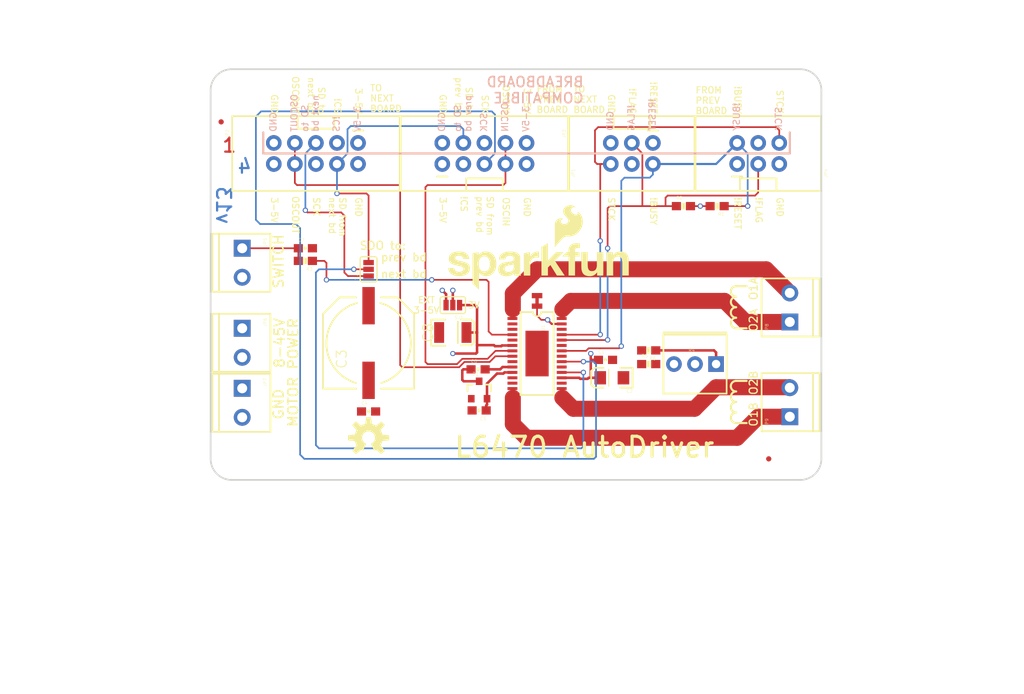
<source format=kicad_pcb>

(kicad_pcb
  (version 20171130)
  (host pcbnew "(5.1.12)-1")
  (general
    (thickness 1.6)
    (drawings 102)
    (tracks 388)
    (zones 0)
    (modules 39)
    (nets 32))
  (page A4)
  (layers
    (0 Top signal)
    (1 Route2 signal)
    (2 Route15 signal)
    (31 Bottom signal)
    (32 B.Adhes user)
    (33 F.Adhes user)
    (34 B.Paste user)
    (35 F.Paste user)
    (36 B.SilkS user)
    (37 F.SilkS user)
    (38 B.Mask user)
    (39 F.Mask user)
    (40 Dwgs.User user)
    (41 Cmts.User user)
    (42 Eco1.User user)
    (43 Eco2.User user)
    (44 Edge.Cuts user)
    (45 Margin user)
    (46 B.CrtYd user)
    (47 F.CrtYd user)
    (48 B.Fab user)
    (49 F.Fab user))
  (setup
    (last_trace_width 0.25)
    (trace_clearance 0.127)
    (zone_clearance 0.508)
    (zone_45_only no)
    (trace_min 0.2)
    (via_size 0.8)
    (via_drill 0.4)
    (via_min_size 0.4)
    (via_min_drill 0.3)
    (uvia_size 0.3)
    (uvia_drill 0.1)
    (uvias_allowed no)
    (uvia_min_size 0.2)
    (uvia_min_drill 0.1)
    (edge_width 0.05)
    (segment_width 0.2)
    (pcb_text_width 0.3)
    (pcb_text_size 1.5 1.5)
    (mod_edge_width 0.12)
    (mod_text_size 1 1)
    (mod_text_width 0.15)
    (pad_size 1.524 1.524)
    (pad_drill 0.762)
    (pad_to_mask_clearance 0)
    (aux_axis_origin 0 0)
    (visible_elements FFFFFF7F)
    (pcbplotparams
      (layerselection 0x010fc_ffffffff)
      (usegerberextensions false)
      (usegerberattributes true)
      (usegerberadvancedattributes true)
      (creategerberjobfile true)
      (excludeedgelayer true)
      (linewidth 0.1)
      (plotframeref false)
      (viasonmask false)
      (mode 1)
      (useauxorigin false)
      (hpglpennumber 1)
      (hpglpenspeed 20)
      (hpglpendiameter 15.0)
      (psnegative false)
      (psa4output false)
      (plotreference true)
      (plotvalue true)
      (plotinvisibletext false)
      (padsonsilk false)
      (subtractmaskfromsilk false)
      (outputformat 1)
      (mirror false)
      (drillshape 1)
      (scaleselection 1)
      (outputdirectory "")))
  (net 0 "")
  (net 1 5V)
  (net 2 GND)
  (net 3 3.3V)
  (net 4 /PGND)
  (net 5 /OUT2B)
  (net 6 VCC)
  (net 7 /VLOGIC)
  (net 8 /SDO)
  (net 9 /SCK)
  (net 10 /SDI)
  (net 11 /BUSYN)
  (net 12 /CSN)
  (net 13 /FLAGN)
  (net 14 /STCK)
  (net 15 /OUT2A)
  (net 16 /OUT1B)
  (net 17 "Net-(C5-Pad1)")
  (net 18 "Net-(C6-Pad2)")
  (net 19 /OSCOUT)
  (net 20 /OSCIN)
  (net 21 /ADC)
  (net 22 "Net-(R3-Pad1)")
  (net 23 /RESETN)
  (net 24 /OUT1A)
  (net 25 /SDO_DOWNSTREAM)
  (net 26 /D_RETURN)
  (net 27 "Net-(C6-Pad1)")
  (net 28 "Net-(C7-Pad1)")
  (net 29 "Net-(R4-PadP$1)")
  (net 30 "Net-(JP3-Pad4)")
  (net 31 "Net-(JP4-Pad4)")
  (net_class Default "This is the default net class."
    (clearance 0.127)
    (trace_width 0.25)
    (via_dia 0.8)
    (via_drill 0.4)
    (uvia_dia 0.3)
    (uvia_drill 0.1)
    (add_net /ADC)
    (add_net /BUSYN)
    (add_net /CSN)
    (add_net /D_RETURN)
    (add_net /FLAGN)
    (add_net /OSCIN)
    (add_net /OSCOUT)
    (add_net /OUT1A)
    (add_net /OUT1B)
    (add_net /OUT2A)
    (add_net /OUT2B)
    (add_net /PGND)
    (add_net /RESETN)
    (add_net /SCK)
    (add_net /SDI)
    (add_net /SDO)
    (add_net /SDO_DOWNSTREAM)
    (add_net /STCK)
    (add_net /VLOGIC)
    (add_net 3.3V)
    (add_net 5V)
    (add_net GND)
    (add_net "Net-(C5-Pad1)")
    (add_net "Net-(C6-Pad1)")
    (add_net "Net-(C6-Pad2)")
    (add_net "Net-(C7-Pad1)")
    (add_net "Net-(JP3-Pad4)")
    (add_net "Net-(JP4-Pad4)")
    (add_net "Net-(R3-Pad1)")
    (add_net "Net-(R4-PadP$1)")
    (add_net VCC))
  (module "L6470 AutoDriver:HTSSOP28"
    (layer Top)
    (tedit 0)
    (tstamp 646E66D7)
    (at 151.0411 114.5286 270)
    (path /A86B4AF2)
    (fp_text reference U1
      (at -3.5 -0.5 270)
      (layer F.SilkS)
      (effects
        (font
          (size 0.38608 0.38608)
          (thickness 0.032512))
        (justify right top)))
    (fp_text value "L6470 "
      (at -3.5 1 270)
      (layer F.Fab)
      (effects
        (font
          (size 0.38608 0.38608)
          (thickness 0.032512))
        (justify right top)))
    (fp_line
      (start -5 2)
      (end 5 2)
      (layer F.SilkS)
      (width 0.2032))
    (fp_line
      (start -5 -2)
      (end 5 -2)
      (layer F.SilkS)
      (width 0.2032))
    (fp_line
      (start 5 -2)
      (end 5 2)
      (layer F.SilkS)
      (width 0.2032))
    (fp_line
      (start -5 0.5)
      (end -5 2)
      (layer F.SilkS)
      (width 0.2032))
    (fp_line
      (start -5 -2)
      (end -5 -0.5)
      (layer F.SilkS)
      (width 0.2032))
    (fp_arc
      (start -5 0)
      (end -5 -0.5)
      (angle 180)
      (layer F.SilkS)
      (width 0.2032))
    (pad 29 smd rect
      (at 0 0 270)
      (size 5.5 2.8)
      (layers Top F.Paste F.Mask)
      (solder_mask_margin 0.1016))
    (pad 15 smd rect
      (at 4.225 -2.97 270)
      (size 0.36 1.19)
      (layers Top F.Paste F.Mask)
      (net 5 /OUT2B)
      (solder_mask_margin 0.1016))
    (pad 16 smd rect
      (at 3.575 -2.97 270)
      (size 0.36 1.19)
      (layers Top F.Paste F.Mask)
      (solder_mask_margin 0.1016))
    (pad 17 smd rect
      (at 2.925 -2.97 270)
      (size 0.36 1.19)
      (layers Top F.Paste F.Mask)
      (net 7 /VLOGIC)
      (solder_mask_margin 0.1016))
    (pad 18 smd rect
      (at 2.275 -2.97 270)
      (size 0.36 1.19)
      (layers Top F.Paste F.Mask)
      (net 8 /SDO)
      (solder_mask_margin 0.1016))
    (pad 19 smd rect
      (at 1.625 -2.97 270)
      (size 0.36 1.19)
      (layers Top F.Paste F.Mask)
      (solder_mask_margin 0.1016))
    (pad 20 smd rect
      (at 0.975 -2.97 270)
      (size 0.36 1.19)
      (layers Top F.Paste F.Mask)
      (net 10 /SDI)
      (solder_mask_margin 0.1016))
    (pad 21 smd rect
      (at 0.325 -2.97 270)
      (size 0.36 1.19)
      (layers Top F.Paste F.Mask)
      (solder_mask_margin 0.1016))
    (pad 22 smd rect
      (at -0.325 -2.97 270)
      (size 0.36 1.19)
      (layers Top F.Paste F.Mask)
      (net 11 /BUSYN)
      (solder_mask_margin 0.1016))
    (pad 23 smd rect
      (at -0.975 -2.97 270)
      (size 0.36 1.19)
      (layers Top F.Paste F.Mask)
      (solder_mask_margin 0.1016))
    (pad 24 smd rect
      (at -1.625 -2.97 270)
      (size 0.36 1.19)
      (layers Top F.Paste F.Mask)
      (net 13 /FLAGN)
      (solder_mask_margin 0.1016))
    (pad 25 smd rect
      (at -2.275 -2.97 270)
      (size 0.36 1.19)
      (layers Top F.Paste F.Mask)
      (net 14 /STCK)
      (solder_mask_margin 0.1016))
    (pad 26 smd rect
      (at -2.925 -2.97 270)
      (size 0.36 1.19)
      (layers Top F.Paste F.Mask)
      (solder_mask_margin 0.1016))
    (pad 27 smd rect
      (at -3.575 -2.97 270)
      (size 0.36 1.19)
      (layers Top F.Paste F.Mask)
      (net 4 /PGND)
      (solder_mask_margin 0.1016))
    (pad 28 smd rect
      (at -4.225 -2.97 270)
      (size 0.36 1.19)
      (layers Top F.Paste F.Mask)
      (net 15 /OUT2A)
      (solder_mask_margin 0.1016))
    (pad 14 smd rect
      (at 4.225 2.97 270)
      (size 0.36 1.19)
      (layers Top F.Paste F.Mask)
      (net 16 /OUT1B)
      (solder_mask_margin 0.1016))
    (pad 13 smd rect
      (at 3.575 2.97 270)
      (size 0.36 1.19)
      (layers Top F.Paste F.Mask)
      (solder_mask_margin 0.1016))
    (pad 12 smd rect
      (at 2.925 2.97 270)
      (size 0.36 1.19)
      (layers Top F.Paste F.Mask)
      (solder_mask_margin 0.1016))
    (pad 11 smd rect
      (at 2.275 2.97 270)
      (size 0.36 1.19)
      (layers Top F.Paste F.Mask)
      (net 17 "Net-(C5-Pad1)")
      (solder_mask_margin 0.1016))
    (pad 10 smd rect
      (at 1.625 2.97 270)
      (size 0.36 1.19)
      (layers Top F.Paste F.Mask)
      (net 18 "Net-(C6-Pad2)")
      (solder_mask_margin 0.1016))
    (pad 9 smd rect
      (at 0.975 2.97 270)
      (size 0.36 1.19)
      (layers Top F.Paste F.Mask)
      (solder_mask_margin 0.1016))
    (pad 8 smd rect
      (at 0.325 2.97 270)
      (size 0.36 1.19)
      (layers Top F.Paste F.Mask)
      (net 19 /OSCOUT)
      (solder_mask_margin 0.1016))
    (pad 7 smd rect
      (at -0.325 2.97 270)
      (size 0.36 1.19)
      (layers Top F.Paste F.Mask)
      (net 20 /OSCIN)
      (solder_mask_margin 0.1016))
    (pad 6 smd rect
      (at -0.975 2.97 270)
      (size 0.36 1.19)
      (layers Top F.Paste F.Mask)
      (net 3 3.3V)
      (solder_mask_margin 0.1016))
    (pad 5 smd rect
      (at -1.625 2.97 270)
      (size 0.36 1.19)
      (layers Top F.Paste F.Mask)
      (solder_mask_margin 0.1016))
    (pad 4 smd rect
      (at -2.275 2.97 270)
      (size 0.36 1.19)
      (layers Top F.Paste F.Mask)
      (net 22 "Net-(R3-Pad1)")
      (solder_mask_margin 0.1016))
    (pad 3 smd rect
      (at -2.925 2.97 270)
      (size 0.36 1.19)
      (layers Top F.Paste F.Mask)
      (solder_mask_margin 0.1016))
    (pad 2 smd rect
      (at -3.575 2.97 270)
      (size 0.36 1.19)
      (layers Top F.Paste F.Mask)
      (solder_mask_margin 0.1016))
    (pad 1 smd rect
      (at -4.225 2.97 270)
      (size 0.36 1.19)
      (layers Top F.Paste F.Mask)
      (net 24 /OUT1A)
      (solder_mask_margin 0.1016)))
  (module "L6470 AutoDriver:2X5-SHROUDED"
    (layer Top)
    (tedit 0)
    (tstamp 646E66FD)
    (at 124.3711 90.3986 270)
    (path /BAFA783C)
    (fp_text reference JP2
      (at -2.921 10.922 270)
      (layer F.SilkS)
      (effects
        (font
          (size 0.38608 0.38608)
          (thickness 0.032512))
        (justify right top)))
    (fp_text value M05X2SHD
      (at -2.921 -10.414 270)
      (layer F.Fab)
      (effects
        (font
          (size 0.38608 0.38608)
          (thickness 0.032512))
        (justify right top)))
    (fp_poly
      (pts
        (xy 1.016 2.794)
        (xy 1.524 2.794)
        (xy 1.524 2.286)
        (xy 1.016 2.286))
      (layer F.Fab)
      (width 0))
    (fp_poly
      (pts
        (xy -1.524 2.794)
        (xy -1.016 2.794)
        (xy -1.016 2.286)
        (xy -1.524 2.286))
      (layer F.Fab)
      (width 0))
    (fp_poly
      (pts
        (xy -1.524 5.334)
        (xy -1.016 5.334)
        (xy -1.016 4.826)
        (xy -1.524 4.826))
      (layer F.Fab)
      (width 0))
    (fp_poly
      (pts
        (xy 1.016 5.334)
        (xy 1.524 5.334)
        (xy 1.524 4.826)
        (xy 1.016 4.826))
      (layer F.Fab)
      (width 0))
    (fp_poly
      (pts
        (xy -1.524 2.794)
        (xy -1.016 2.794)
        (xy -1.016 2.286)
        (xy -1.524 2.286))
      (layer F.Fab)
      (width 0))
    (fp_poly
      (pts
        (xy 1.016 2.794)
        (xy 1.524 2.794)
        (xy 1.524 2.286)
        (xy 1.016 2.286))
      (layer F.Fab)
      (width 0))
    (fp_poly
      (pts
        (xy -1.524 0.254)
        (xy -1.016 0.254)
        (xy -1.016 -0.254)
        (xy -1.524 -0.254))
      (layer F.Fab)
      (width 0))
    (fp_poly
      (pts
        (xy 1.016 0.254)
        (xy 1.524 0.254)
        (xy 1.524 -0.254)
        (xy 1.016 -0.254))
      (layer F.Fab)
      (width 0))
    (fp_poly
      (pts
        (xy -1.524 -2.286)
        (xy -1.016 -2.286)
        (xy -1.016 -2.794)
        (xy -1.524 -2.794))
      (layer F.Fab)
      (width 0))
    (fp_poly
      (pts
        (xy 1.016 -2.286)
        (xy 1.524 -2.286)
        (xy 1.524 -2.794)
        (xy 1.016 -2.794))
      (layer F.Fab)
      (width 0))
    (fp_poly
      (pts
        (xy 1.016 -4.826)
        (xy 1.524 -4.826)
        (xy 1.524 -5.334)
        (xy 1.016 -5.334))
      (layer F.Fab)
      (width 0))
    (fp_poly
      (pts
        (xy -1.524 -4.826)
        (xy -1.016 -4.826)
        (xy -1.016 -5.334)
        (xy -1.524 -5.334))
      (layer F.Fab)
      (width 0))
    (fp_line
      (start -3.4 9)
      (end -3.4 2.2)
      (layer F.Fab)
      (width 0.2032))
    (fp_line
      (start -3.4 -9)
      (end -3.4 -2.2)
      (layer F.Fab)
      (width 0.2032))
    (fp_line
      (start -3 2.2)
      (end -4.5 2.2)
      (layer F.SilkS)
      (width 0.2032))
    (fp_line
      (start -3 -2.2)
      (end -3 2.2)
      (layer F.SilkS)
      (width 0.2032))
    (fp_line
      (start -4.5 -2.2)
      (end -3 -2.2)
      (layer F.SilkS)
      (width 0.2032))
    (fp_line
      (start -3.4 9)
      (end 3.4 9)
      (layer F.Fab)
      (width 0.2032))
    (fp_line
      (start 3.4 -9)
      (end 3.4 9)
      (layer F.Fab)
      (width 0.2032))
    (fp_line
      (start -3.4 -9)
      (end 3.4 -9)
      (layer F.Fab)
      (width 0.2032))
    (fp_line
      (start 4.5 10.1)
      (end -4.5 10.1)
      (layer F.SilkS)
      (width 0.2032))
    (fp_line
      (start -4.5 -10.1)
      (end 4.4 -10.1)
      (layer F.SilkS)
      (width 0.2032))
    (fp_line
      (start -4.5 -2.2)
      (end -4.5 -10.1)
      (layer F.SilkS)
      (width 0.2032))
    (fp_line
      (start -4.5 2.2)
      (end -4.5 -2.2)
      (layer F.SilkS)
      (width 0.2032))
    (fp_line
      (start -4.5 10.1)
      (end -4.5 2.2)
      (layer F.SilkS)
      (width 0.2032))
    (fp_line
      (start 4.5 -10.1)
      (end 4.5 10.1)
      (layer F.SilkS)
      (width 0.2032))
    (fp_line
      (start -2.775 -5.715)
      (end -2.775 -4.445)
      (layer F.SilkS)
      (width 0.2032))
    (pad 10 thru_hole circle
      (at 1.27 5.08 180)
      (size 1.8796 1.8796)
      (drill 1.016)
      (layers *.Cu *.Mask)
      (net 1 5V)
      (solder_mask_margin 0.1016))
    (pad 9 thru_hole circle
      (at -1.27 5.08 180)
      (size 1.8796 1.8796)
      (drill 1.016)
      (layers *.Cu *.Mask)
      (solder_mask_margin 0.1016))
    (pad 8 thru_hole circle
      (at 1.27 2.54 180)
      (size 1.8796 1.8796)
      (drill 1.016)
      (layers *.Cu *.Mask)
      (net 19 /OSCOUT)
      (solder_mask_margin 0.1016))
    (pad 7 thru_hole circle
      (at -1.27 2.54 180)
      (size 1.8796 1.8796)
      (drill 1.016)
      (layers *.Cu *.Mask)
      (net 19 /OSCOUT)
      (solder_mask_margin 0.1016))
    (pad 6 thru_hole circle
      (at 1.27 0 180)
      (size 1.8796 1.8796)
      (drill 1.016)
      (layers *.Cu *.Mask)
      (solder_mask_margin 0.1016))
    (pad 5 thru_hole circle
      (at -1.27 0 180)
      (size 1.8796 1.8796)
      (drill 1.016)
      (layers *.Cu *.Mask)
      (net 25 /SDO_DOWNSTREAM)
      (solder_mask_margin 0.1016))
    (pad 4 thru_hole circle
      (at 1.27 -2.54 180)
      (size 1.8796 1.8796)
      (drill 1.016)
      (layers *.Cu *.Mask)
      (net 26 /D_RETURN)
      (solder_mask_margin 0.1016))
    (pad 3 thru_hole circle
      (at -1.27 -2.54 180)
      (size 1.8796 1.8796)
      (drill 1.016)
      (layers *.Cu *.Mask)
      (solder_mask_margin 0.1016))
    (pad 2 thru_hole circle
      (at 1.27 -5.08 180)
      (size 1.8796 1.8796)
      (drill 1.016)
      (layers *.Cu *.Mask)
      (solder_mask_margin 0.1016))
    (pad 1 thru_hole circle
      (at -1.27 -5.08 180)
      (size 1.8796 1.8796)
      (drill 1.016)
      (layers *.Cu *.Mask)
      (net 1 5V)
      (solder_mask_margin 0.1016)))
  (module "L6470 AutoDriver:0603-CAP"
    (layer Top)
    (tedit 0)
    (tstamp inf)
    (at 159.2961 115.2906)
    (path /AC59532D)
    (fp_text reference C1
      (at -0.889 -0.762)
      (layer F.SilkS)
      (effects
        (font
          (size 0.38608 0.38608)
          (thickness 0.032512))
        (justify left bottom)))
    (fp_text value 0.1uF
      (at -1.016 1.143)
      (layer F.Fab)
      (effects
        (font
          (size 0.38608 0.38608)
          (thickness 0.032512))
        (justify left bottom)))
    (fp_poly
      (pts
        (xy -0.1999 0.3)
        (xy 0.1999 0.3)
        (xy 0.1999 -0.3)
        (xy -0.1999 -0.3))
      (layer F.Adhes)
      (width 0))
    (fp_poly
      (pts
        (xy 0.3302 0.4699)
        (xy 0.8303 0.4699)
        (xy 0.8303 -0.4801)
        (xy 0.3302 -0.4801))
      (layer F.Fab)
      (width 0))
    (fp_poly
      (pts
        (xy -0.8382 0.4699)
        (xy -0.3381 0.4699)
        (xy -0.3381 -0.4801)
        (xy -0.8382 -0.4801))
      (layer F.Fab)
      (width 0))
    (fp_line
      (start 0 -0.02794)
      (end 0 0.02794)
      (layer F.SilkS)
      (width 0.381))
    (fp_line
      (start -0.356 0.419)
      (end 0.356 0.419)
      (layer F.Fab)
      (width 0.1016))
    (fp_line
      (start -0.356 -0.432)
      (end 0.356 -0.432)
      (layer F.Fab)
      (width 0.1016))
    (fp_line
      (start -1.473 0.983)
      (end -1.473 -0.983)
      (layer Dwgs.User)
      (width 0.0508))
    (fp_line
      (start 1.473 0.983)
      (end -1.473 0.983)
      (layer Dwgs.User)
      (width 0.0508))
    (fp_line
      (start 1.473 -0.983)
      (end 1.473 0.983)
      (layer Dwgs.User)
      (width 0.0508))
    (fp_line
      (start -1.473 -0.983)
      (end 1.473 -0.983)
      (layer Dwgs.User)
      (width 0.0508))
    (pad 2 smd rect
      (at 0.85 0)
      (size 1.1 1)
      (layers Top F.Paste F.Mask)
      (solder_mask_margin 0.1016))
    (pad 1 smd rect
      (at -0.85 0)
      (size 1.1 1)
      (layers Top F.Paste F.Mask)
      (net 7 /VLOGIC)
      (solder_mask_margin 0.1016)))
  (module "L6470 AutoDriver:0603-RES"
    (layer Top)
    (tedit 0)
    (tstamp inf)
    (at 172.7581 96.7486 180)
    (path /5FC72806)
    (fp_text reference R1
      (at -0.889 -0.762 180)
      (layer F.SilkS)
      (effects
        (font
          (size 0.38608 0.38608)
          (thickness 0.032512))
        (justify right top)))
    (fp_text value 10k
      (at -1.016 1.143 180)
      (layer F.Fab)
      (effects
        (font
          (size 0.38608 0.38608)
          (thickness 0.032512))
        (justify right top)))
    (fp_poly
      (pts
        (xy -0.2286 0.381)
        (xy 0.2286 0.381)
        (xy 0.2286 -0.381)
        (xy -0.2286 -0.381))
      (layer F.SilkS)
      (width 0))
    (fp_poly
      (pts
        (xy -0.1999 0.3)
        (xy 0.1999 0.3)
        (xy 0.1999 -0.3)
        (xy -0.1999 -0.3))
      (layer F.Adhes)
      (width 0))
    (fp_poly
      (pts
        (xy 0.3302 0.4699)
        (xy 0.8303 0.4699)
        (xy 0.8303 -0.4801)
        (xy 0.3302 -0.4801))
      (layer F.Fab)
      (width 0))
    (fp_poly
      (pts
        (xy -0.8382 0.4699)
        (xy -0.3381 0.4699)
        (xy -0.3381 -0.4801)
        (xy -0.8382 -0.4801))
      (layer F.Fab)
      (width 0))
    (fp_line
      (start -0.356 0.419)
      (end 0.356 0.419)
      (layer F.Fab)
      (width 0.1016))
    (fp_line
      (start -0.356 -0.432)
      (end 0.356 -0.432)
      (layer F.Fab)
      (width 0.1016))
    (fp_line
      (start -1.473 0.983)
      (end -1.473 -0.983)
      (layer Dwgs.User)
      (width 0.0508))
    (fp_line
      (start 1.473 0.983)
      (end -1.473 0.983)
      (layer Dwgs.User)
      (width 0.0508))
    (fp_line
      (start 1.473 -0.983)
      (end 1.473 0.983)
      (layer Dwgs.User)
      (width 0.0508))
    (fp_line
      (start -1.473 -0.983)
      (end 1.473 -0.983)
      (layer Dwgs.User)
      (width 0.0508))
    (pad 2 smd rect
      (at 0.85 0 180)
      (size 1.1 1)
      (layers Top F.Paste F.Mask)
      (net 7 /VLOGIC)
      (solder_mask_margin 0.1016))
    (pad 1 smd rect
      (at -0.85 0 180)
      (size 1.1 1)
      (layers Top F.Paste F.Mask)
      (net 11 /BUSYN)
      (solder_mask_margin 0.1016)))
  (module "L6470 AutoDriver:0603-RES"
    (layer Top)
    (tedit 0)
    (tstamp inf)
    (at 168.6941 96.7486)
    (path /8EFFCFBB)
    (fp_text reference R2
      (at -0.889 -0.762)
      (layer F.SilkS)
      (effects
        (font
          (size 0.38608 0.38608)
          (thickness 0.032512))
        (justify left bottom)))
    (fp_text value 10k
      (at -1.016 1.143)
      (layer F.Fab)
      (effects
        (font
          (size 0.38608 0.38608)
          (thickness 0.032512))
        (justify left bottom)))
    (fp_poly
      (pts
        (xy -0.2286 0.381)
        (xy 0.2286 0.381)
        (xy 0.2286 -0.381)
        (xy -0.2286 -0.381))
      (layer F.SilkS)
      (width 0))
    (fp_poly
      (pts
        (xy -0.1999 0.3)
        (xy 0.1999 0.3)
        (xy 0.1999 -0.3)
        (xy -0.1999 -0.3))
      (layer F.Adhes)
      (width 0))
    (fp_poly
      (pts
        (xy 0.3302 0.4699)
        (xy 0.8303 0.4699)
        (xy 0.8303 -0.4801)
        (xy 0.3302 -0.4801))
      (layer F.Fab)
      (width 0))
    (fp_poly
      (pts
        (xy -0.8382 0.4699)
        (xy -0.3381 0.4699)
        (xy -0.3381 -0.4801)
        (xy -0.8382 -0.4801))
      (layer F.Fab)
      (width 0))
    (fp_line
      (start -0.356 0.419)
      (end 0.356 0.419)
      (layer F.Fab)
      (width 0.1016))
    (fp_line
      (start -0.356 -0.432)
      (end 0.356 -0.432)
      (layer F.Fab)
      (width 0.1016))
    (fp_line
      (start -1.473 0.983)
      (end -1.473 -0.983)
      (layer Dwgs.User)
      (width 0.0508))
    (fp_line
      (start 1.473 0.983)
      (end -1.473 0.983)
      (layer Dwgs.User)
      (width 0.0508))
    (fp_line
      (start 1.473 -0.983)
      (end 1.473 0.983)
      (layer Dwgs.User)
      (width 0.0508))
    (fp_line
      (start -1.473 -0.983)
      (end 1.473 -0.983)
      (layer Dwgs.User)
      (width 0.0508))
    (pad 2 smd rect
      (at 0.85 0)
      (size 1.1 1)
      (layers Top F.Paste F.Mask)
      (net 7 /VLOGIC)
      (solder_mask_margin 0.1016))
    (pad 1 smd rect
      (at -0.85 0)
      (size 1.1 1)
      (layers Top F.Paste F.Mask)
      (net 13 /FLAGN)
      (solder_mask_margin 0.1016)))
  (module "L6470 AutoDriver:EIA3216"
    (layer Top)
    (tedit 0)
    (tstamp inf)
    (at 160.0581 117.4496 180)
    (path /8350CC17)
    (fp_text reference C2
      (at -2.54 -1.381 180)
      (layer F.SilkS)
      (effects
        (font
          (size 0.38608 0.38608)
          (thickness 0.032512))
        (justify right top)))
    (fp_text value 10uF
      (at 0.408 -1.332 180)
      (layer F.Fab)
      (effects
        (font
          (size 0.38608 0.38608)
          (thickness 0.032512))
        (justify right top)))
    (fp_line
      (start 0.381 -1.016)
      (end 0.381 1.016)
      (layer F.SilkS)
      (width 0.127))
    (fp_line
      (start 2.1 -1.2)
      (end 1 -1.2)
      (layer F.SilkS)
      (width 0.2032))
    (fp_line
      (start 2.5 -0.8)
      (end 2.1 -1.2)
      (layer F.SilkS)
      (width 0.2032))
    (fp_line
      (start 2.5 0.8)
      (end 2.5 -0.8)
      (layer F.SilkS)
      (width 0.2032))
    (fp_line
      (start 2.1 1.2)
      (end 2.5 0.8)
      (layer F.SilkS)
      (width 0.2032))
    (fp_line
      (start 1 1.2)
      (end 2.1 1.2)
      (layer F.SilkS)
      (width 0.2032))
    (fp_line
      (start -2.5 -1.2)
      (end -1 -1.2)
      (layer F.SilkS)
      (width 0.2032))
    (fp_line
      (start -2.5 1.2)
      (end -2.5 -1.2)
      (layer F.SilkS)
      (width 0.2032))
    (fp_line
      (start -1 1.2)
      (end -2.5 1.2)
      (layer F.SilkS)
      (width 0.2032))
    (pad A smd rect
      (at 1.4 0 270)
      (size 1.6 1.4)
      (layers Top F.Paste F.Mask)
      (net 7 /VLOGIC)
      (solder_mask_margin 0.1016))
    (pad C smd rect
      (at -1.4 0 270)
      (size 1.6 1.4)
      (layers Top F.Paste F.Mask)
      (solder_mask_margin 0.1016)))
  (module "L6470 AutoDriver:SOT23-3"
    (layer Top)
    (tedit 0)
    (tstamp inf)
    (at 144.0561 118.9736)
    (path /A27A978B)
    (fp_text reference D1
      (at -0.8255 -1.778)
      (layer F.SilkS)
      (effects
        (font
          (size 0.38608 0.38608)
          (thickness 0.032512))
        (justify left bottom)))
    (fp_text value BAV99
      (at -1.016 0.1905)
      (layer F.Fab)
      (effects
        (font
          (size 0.38608 0.38608)
          (thickness 0.032512))
        (justify left bottom)))
    (fp_line
      (start 1.4 -0.7)
      (end 1.4 0.1)
      (layer F.SilkS)
      (width 0.2032))
    (fp_line
      (start 0.8 -0.7)
      (end 1.4 -0.7)
      (layer F.SilkS)
      (width 0.2032))
    (fp_line
      (start -1.4 -0.7)
      (end -1.4 0.1)
      (layer F.SilkS)
      (width 0.2032))
    (fp_line
      (start -0.8 -0.7)
      (end -1.4 -0.7)
      (layer F.SilkS)
      (width 0.2032))
    (fp_line
      (start -1.4224 -0.6604)
      (end 1.4224 -0.6604)
      (layer F.Fab)
      (width 0.1524))
    (fp_line
      (start -1.4224 0.6604)
      (end -1.4224 -0.6604)
      (layer F.Fab)
      (width 0.1524))
    (fp_line
      (start 1.4224 0.6604)
      (end -1.4224 0.6604)
      (layer F.Fab)
      (width 0.1524))
    (fp_line
      (start 1.4224 -0.6604)
      (end 1.4224 0.6604)
      (layer F.Fab)
      (width 0.1524))
    (pad 3 smd rect
      (at 0 -1.1)
      (size 0.8 0.9)
      (layers Top F.Paste F.Mask)
      (net 27 "Net-(C6-Pad1)")
      (solder_mask_margin 0.1016))
    (pad 2 smd rect
      (at 0.95 1)
      (size 0.8 0.9)
      (layers Top F.Paste F.Mask)
      (net 17 "Net-(C5-Pad1)")
      (solder_mask_margin 0.1016))
    (pad 1 smd rect
      (at -0.95 1)
      (size 0.8 0.9)
      (layers Top F.Paste F.Mask)
      (solder_mask_margin 0.1016)))
  (module "L6470 AutoDriver:0603-CAP"
    (layer Top)
    (tedit 0)
    (tstamp 646E676E)
    (at 143.9291 116.4336)
    (path /6139B742)
    (fp_text reference C6
      (at -0.889 -0.762)
      (layer F.SilkS)
      (effects
        (font
          (size 0.38608 0.38608)
          (thickness 0.032512))
        (justify left bottom)))
    (fp_text value 10nF
      (at -1.016 1.143)
      (layer F.Fab)
      (effects
        (font
          (size 0.38608 0.38608)
          (thickness 0.032512))
        (justify left bottom)))
    (fp_poly
      (pts
        (xy -0.1999 0.3)
        (xy 0.1999 0.3)
        (xy 0.1999 -0.3)
        (xy -0.1999 -0.3))
      (layer F.Adhes)
      (width 0))
    (fp_poly
      (pts
        (xy 0.3302 0.4699)
        (xy 0.8303 0.4699)
        (xy 0.8303 -0.4801)
        (xy 0.3302 -0.4801))
      (layer F.Fab)
      (width 0))
    (fp_poly
      (pts
        (xy -0.8382 0.4699)
        (xy -0.3381 0.4699)
        (xy -0.3381 -0.4801)
        (xy -0.8382 -0.4801))
      (layer F.Fab)
      (width 0))
    (fp_line
      (start 0 -0.02794)
      (end 0 0.02794)
      (layer F.SilkS)
      (width 0.381))
    (fp_line
      (start -0.356 0.419)
      (end 0.356 0.419)
      (layer F.Fab)
      (width 0.1016))
    (fp_line
      (start -0.356 -0.432)
      (end 0.356 -0.432)
      (layer F.Fab)
      (width 0.1016))
    (fp_line
      (start -1.473 0.983)
      (end -1.473 -0.983)
      (layer Dwgs.User)
      (width 0.0508))
    (fp_line
      (start 1.473 0.983)
      (end -1.473 0.983)
      (layer Dwgs.User)
      (width 0.0508))
    (fp_line
      (start 1.473 -0.983)
      (end 1.473 0.983)
      (layer Dwgs.User)
      (width 0.0508))
    (fp_line
      (start -1.473 -0.983)
      (end 1.473 -0.983)
      (layer Dwgs.User)
      (width 0.0508))
    (pad 2 smd rect
      (at 0.85 0)
      (size 1.1 1)
      (layers Top F.Paste F.Mask)
      (net 18 "Net-(C6-Pad2)")
      (solder_mask_margin 0.1016))
    (pad 1 smd rect
      (at -0.85 0)
      (size 1.1 1)
      (layers Top F.Paste F.Mask)
      (net 27 "Net-(C6-Pad1)")
      (solder_mask_margin 0.1016)))
  (module "L6470 AutoDriver:0603-CAP"
    (layer Top)
    (tedit 0)
    (tstamp 646E677D)
    (at 144.0561 121.3866 180)
    (path /FDA298D2)
    (fp_text reference C5
      (at -0.889 -0.762 180)
      (layer F.SilkS)
      (effects
        (font
          (size 0.38608 0.38608)
          (thickness 0.032512))
        (justify right top)))
    (fp_text value 0.22uF
      (at -1.016 1.143 180)
      (layer F.Fab)
      (effects
        (font
          (size 0.38608 0.38608)
          (thickness 0.032512))
        (justify right top)))
    (fp_poly
      (pts
        (xy -0.1999 0.3)
        (xy 0.1999 0.3)
        (xy 0.1999 -0.3)
        (xy -0.1999 -0.3))
      (layer F.Adhes)
      (width 0))
    (fp_poly
      (pts
        (xy 0.3302 0.4699)
        (xy 0.8303 0.4699)
        (xy 0.8303 -0.4801)
        (xy 0.3302 -0.4801))
      (layer F.Fab)
      (width 0))
    (fp_poly
      (pts
        (xy -0.8382 0.4699)
        (xy -0.3381 0.4699)
        (xy -0.3381 -0.4801)
        (xy -0.8382 -0.4801))
      (layer F.Fab)
      (width 0))
    (fp_line
      (start 0 -0.02794)
      (end 0 0.02794)
      (layer F.SilkS)
      (width 0.381))
    (fp_line
      (start -0.356 0.419)
      (end 0.356 0.419)
      (layer F.Fab)
      (width 0.1016))
    (fp_line
      (start -0.356 -0.432)
      (end 0.356 -0.432)
      (layer F.Fab)
      (width 0.1016))
    (fp_line
      (start -1.473 0.983)
      (end -1.473 -0.983)
      (layer Dwgs.User)
      (width 0.0508))
    (fp_line
      (start 1.473 0.983)
      (end -1.473 0.983)
      (layer Dwgs.User)
      (width 0.0508))
    (fp_line
      (start 1.473 -0.983)
      (end 1.473 0.983)
      (layer Dwgs.User)
      (width 0.0508))
    (fp_line
      (start -1.473 -0.983)
      (end 1.473 -0.983)
      (layer Dwgs.User)
      (width 0.0508))
    (pad 2 smd rect
      (at 0.85 0 180)
      (size 1.1 1)
      (layers Top F.Paste F.Mask)
      (solder_mask_margin 0.1016))
    (pad 1 smd rect
      (at -0.85 0 180)
      (size 1.1 1)
      (layers Top F.Paste F.Mask)
      (net 17 "Net-(C5-Pad1)")
      (solder_mask_margin 0.1016)))
  (module "L6470 AutoDriver:0603-CAP"
    (layer Top)
    (tedit 0)
    (tstamp 646E678C)
    (at 130.7211 121.5136)
    (path /D5A41634)
    (fp_text reference C4
      (at -0.889 -0.762)
      (layer F.SilkS)
      (effects
        (font
          (size 0.38608 0.38608)
          (thickness 0.032512))
        (justify left bottom)))
    (fp_text value 0.22uF
      (at -1.016 1.143)
      (layer F.Fab)
      (effects
        (font
          (size 0.38608 0.38608)
          (thickness 0.032512))
        (justify left bottom)))
    (fp_poly
      (pts
        (xy -0.1999 0.3)
        (xy 0.1999 0.3)
        (xy 0.1999 -0.3)
        (xy -0.1999 -0.3))
      (layer F.Adhes)
      (width 0))
    (fp_poly
      (pts
        (xy 0.3302 0.4699)
        (xy 0.8303 0.4699)
        (xy 0.8303 -0.4801)
        (xy 0.3302 -0.4801))
      (layer F.Fab)
      (width 0))
    (fp_poly
      (pts
        (xy -0.8382 0.4699)
        (xy -0.3381 0.4699)
        (xy -0.3381 -0.4801)
        (xy -0.8382 -0.4801))
      (layer F.Fab)
      (width 0))
    (fp_line
      (start 0 -0.02794)
      (end 0 0.02794)
      (layer F.SilkS)
      (width 0.381))
    (fp_line
      (start -0.356 0.419)
      (end 0.356 0.419)
      (layer F.Fab)
      (width 0.1016))
    (fp_line
      (start -0.356 -0.432)
      (end 0.356 -0.432)
      (layer F.Fab)
      (width 0.1016))
    (fp_line
      (start -1.473 0.983)
      (end -1.473 -0.983)
      (layer Dwgs.User)
      (width 0.0508))
    (fp_line
      (start 1.473 0.983)
      (end -1.473 0.983)
      (layer Dwgs.User)
      (width 0.0508))
    (fp_line
      (start 1.473 -0.983)
      (end 1.473 0.983)
      (layer Dwgs.User)
      (width 0.0508))
    (fp_line
      (start -1.473 -0.983)
      (end 1.473 -0.983)
      (layer Dwgs.User)
      (width 0.0508))
    (pad 2 smd rect
      (at 0.85 0)
      (size 1.1 1)
      (layers Top F.Paste F.Mask)
      (solder_mask_margin 0.1016))
    (pad 1 smd rect
      (at -0.85 0)
      (size 1.1 1)
      (layers Top F.Paste F.Mask)
      (solder_mask_margin 0.1016)))
  (module "L6470 AutoDriver:NIC_10X10.5_CAP"
    (layer Top)
    (tedit 0)
    (tstamp 646E679B)
    (at 130.7211 113.2586 90)
    (path /368A0C11)
    (fp_text reference C3
      (at -3.175 -2.54 90)
      (layer F.SilkS)
      (effects
        (font
          (size 1.2065 1.2065)
          (thickness 0.1016))
        (justify left bottom)))
    (fp_text value 100uF
      (at -3.81 3.175 90)
      (layer F.Fab)
      (effects
        (font
          (size 1.2065 1.2065)
          (thickness 0.1016))
        (justify left bottom)))
    (fp_line
      (start -5.5 -1.5)
      (end -5.5 -5.5)
      (layer F.SilkS)
      (width 0.2032))
    (fp_line
      (start -5.5 5.5)
      (end -5.5 1.5)
      (layer F.SilkS)
      (width 0.2032))
    (fp_line
      (start 5.5 3.5)
      (end 5.5 1.5)
      (layer F.SilkS)
      (width 0.2032))
    (fp_line
      (start 5.5 -3.5)
      (end 5.5 -1.5)
      (layer F.SilkS)
      (width 0.2032))
    (fp_line
      (start 5.5 3.5)
      (end 3.5 5.5)
      (layer F.SilkS)
      (width 0.2032))
    (fp_line
      (start 3.5 -5.5)
      (end 5.5 -3.5)
      (layer F.SilkS)
      (width 0.2032))
    (fp_line
      (start -5.5 -5.5)
      (end 3.5 -5.5)
      (layer F.SilkS)
      (width 0.2032))
    (fp_line
      (start -5.5 5.5)
      (end 3.5 5.5)
      (layer F.SilkS)
      (width 0.2032))
    (fp_arc
      (start -0.018378 0.063723)
      (end -4.826 1.524)
      (angle -147.716211)
      (layer F.SilkS)
      (width 0.2032))
    (fp_arc
      (start -0.018378 -0.063723)
      (end -4.826 -1.524)
      (angle 147.716211)
      (layer F.SilkS)
      (width 0.2032))
    (pad - smd rect
      (at -4.5 0 90)
      (size 4.5 1.5)
      (layers Top F.Paste F.Mask)
      (solder_mask_margin 0.1016))
    (pad + smd rect
      (at 4.5 0 90)
      (size 4.5 1.5)
      (layers Top F.Paste F.Mask)
      (solder_mask_margin 0.1016)))
  (module "L6470 AutoDriver:SCREWTERMINAL-3.5MM-2"
    (layer Top)
    (tedit 0)
    (tstamp 646E67AA)
    (at 115.4811 118.7196 270)
    (path /ADC4B3B7)
    (fp_text reference JP7
      (at -1.27 -2.54 270)
      (layer F.SilkS)
      (effects
        (font
          (size 0.38608 0.38608)
          (thickness 0.032512))
        (justify right top)))
    (fp_text value M023.5MM
      (at -1.27 -1.27 270)
      (layer F.Fab)
      (effects
        (font
          (size 0.38608 0.38608)
          (thickness 0.032512))
        (justify right top)))
    (fp_circle
      (center 2 -3)
      (end 2.2828 -3)
      (layer F.Fab)
      (width 0.127))
    (fp_line
      (start 5.65 -2.15)
      (end 5.25 -2.15)
      (layer F.Fab)
      (width 0.2032))
    (fp_line
      (start 5.65 -3.15)
      (end 5.65 -2.15)
      (layer F.Fab)
      (width 0.2032))
    (fp_line
      (start 5.25 -3.15)
      (end 5.65 -3.15)
      (layer F.Fab)
      (width 0.2032))
    (fp_line
      (start -2.15 2.35)
      (end -1.75 2.35)
      (layer F.Fab)
      (width 0.2032))
    (fp_line
      (start -2.15 1.35)
      (end -2.15 2.35)
      (layer F.Fab)
      (width 0.2032))
    (fp_line
      (start -1.75 1.35)
      (end -2.15 1.35)
      (layer F.Fab)
      (width 0.2032))
    (fp_line
      (start 5.25 2.8)
      (end -1.75 2.8)
      (layer F.SilkS)
      (width 0.2032))
    (fp_line
      (start -1.75 2.8)
      (end -1.75 -3.4)
      (layer F.SilkS)
      (width 0.2032))
    (fp_line
      (start -1.75 3.6)
      (end -1.75 2.8)
      (layer F.SilkS)
      (width 0.2032))
    (fp_line
      (start 5.25 3.6)
      (end -1.75 3.6)
      (layer F.SilkS)
      (width 0.2032))
    (fp_line
      (start 5.25 2.8)
      (end 5.25 3.6)
      (layer F.SilkS)
      (width 0.2032))
    (fp_line
      (start 5.25 -3.4)
      (end 5.25 2.8)
      (layer F.SilkS)
      (width 0.2032))
    (fp_line
      (start -1.75 -3.4)
      (end 5.25 -3.4)
      (layer F.SilkS)
      (width 0.2032))
    (pad 2 thru_hole circle
      (at 3.5 0 270)
      (size 2.032 2.032)
      (drill 1.2)
      (layers *.Cu *.Mask)
      (solder_mask_margin 0.1016))
    (pad 1 thru_hole rect
      (at 0 0 270)
      (size 2.032 2.032)
      (drill 1.2)
      (layers *.Cu *.Mask)
      (solder_mask_margin 0.1016)))
  (module "L6470 AutoDriver:SCREWTERMINAL-3.5MM-2"
    (layer Top)
    (tedit 0)
    (tstamp 646E67BD)
    (at 181.5211 110.7186 90)
    (path /357D3C8D)
    (fp_text reference JP8
      (at -1.27 -2.54 90)
      (layer F.SilkS)
      (effects
        (font
          (size 0.38608 0.38608)
          (thickness 0.032512))
        (justify left bottom)))
    (fp_text value M023.5MM
      (at -1.27 -1.27 90)
      (layer F.Fab)
      (effects
        (font
          (size 0.38608 0.38608)
          (thickness 0.032512))
        (justify left bottom)))
    (fp_circle
      (center 2 -3)
      (end 2.2828 -3)
      (layer F.Fab)
      (width 0.127))
    (fp_line
      (start 5.65 -2.15)
      (end 5.25 -2.15)
      (layer F.Fab)
      (width 0.2032))
    (fp_line
      (start 5.65 -3.15)
      (end 5.65 -2.15)
      (layer F.Fab)
      (width 0.2032))
    (fp_line
      (start 5.25 -3.15)
      (end 5.65 -3.15)
      (layer F.Fab)
      (width 0.2032))
    (fp_line
      (start -2.15 2.35)
      (end -1.75 2.35)
      (layer F.Fab)
      (width 0.2032))
    (fp_line
      (start -2.15 1.35)
      (end -2.15 2.35)
      (layer F.Fab)
      (width 0.2032))
    (fp_line
      (start -1.75 1.35)
      (end -2.15 1.35)
      (layer F.Fab)
      (width 0.2032))
    (fp_line
      (start 5.25 2.8)
      (end -1.75 2.8)
      (layer F.SilkS)
      (width 0.2032))
    (fp_line
      (start -1.75 2.8)
      (end -1.75 -3.4)
      (layer F.SilkS)
      (width 0.2032))
    (fp_line
      (start -1.75 3.6)
      (end -1.75 2.8)
      (layer F.SilkS)
      (width 0.2032))
    (fp_line
      (start 5.25 3.6)
      (end -1.75 3.6)
      (layer F.SilkS)
      (width 0.2032))
    (fp_line
      (start 5.25 2.8)
      (end 5.25 3.6)
      (layer F.SilkS)
      (width 0.2032))
    (fp_line
      (start 5.25 -3.4)
      (end 5.25 2.8)
      (layer F.SilkS)
      (width 0.2032))
    (fp_line
      (start -1.75 -3.4)
      (end 5.25 -3.4)
      (layer F.SilkS)
      (width 0.2032))
    (pad 2 thru_hole circle
      (at 3.5 0 90)
      (size 2.032 2.032)
      (drill 1.2)
      (layers *.Cu *.Mask)
      (net 24 /OUT1A)
      (solder_mask_margin 0.1016))
    (pad 1 thru_hole rect
      (at 0 0 90)
      (size 2.032 2.032)
      (drill 1.2)
      (layers *.Cu *.Mask)
      (net 15 /OUT2A)
      (solder_mask_margin 0.1016)))
  (module "L6470 AutoDriver:SCREWTERMINAL-3.5MM-2"
    (layer Top)
    (tedit 0)
    (tstamp 646E67D0)
    (at 181.5211 122.1486 90)
    (path /C8B46213)
    (fp_text reference JP9
      (at -1.27 -2.54 90)
      (layer F.SilkS)
      (effects
        (font
          (size 0.38608 0.38608)
          (thickness 0.032512))
        (justify left bottom)))
    (fp_text value M023.5MM
      (at -1.27 -1.27 90)
      (layer F.Fab)
      (effects
        (font
          (size 0.38608 0.38608)
          (thickness 0.032512))
        (justify left bottom)))
    (fp_circle
      (center 2 -3)
      (end 2.2828 -3)
      (layer F.Fab)
      (width 0.127))
    (fp_line
      (start 5.65 -2.15)
      (end 5.25 -2.15)
      (layer F.Fab)
      (width 0.2032))
    (fp_line
      (start 5.65 -3.15)
      (end 5.65 -2.15)
      (layer F.Fab)
      (width 0.2032))
    (fp_line
      (start 5.25 -3.15)
      (end 5.65 -3.15)
      (layer F.Fab)
      (width 0.2032))
    (fp_line
      (start -2.15 2.35)
      (end -1.75 2.35)
      (layer F.Fab)
      (width 0.2032))
    (fp_line
      (start -2.15 1.35)
      (end -2.15 2.35)
      (layer F.Fab)
      (width 0.2032))
    (fp_line
      (start -1.75 1.35)
      (end -2.15 1.35)
      (layer F.Fab)
      (width 0.2032))
    (fp_line
      (start 5.25 2.8)
      (end -1.75 2.8)
      (layer F.SilkS)
      (width 0.2032))
    (fp_line
      (start -1.75 2.8)
      (end -1.75 -3.4)
      (layer F.SilkS)
      (width 0.2032))
    (fp_line
      (start -1.75 3.6)
      (end -1.75 2.8)
      (layer F.SilkS)
      (width 0.2032))
    (fp_line
      (start 5.25 3.6)
      (end -1.75 3.6)
      (layer F.SilkS)
      (width 0.2032))
    (fp_line
      (start 5.25 2.8)
      (end 5.25 3.6)
      (layer F.SilkS)
      (width 0.2032))
    (fp_line
      (start 5.25 -3.4)
      (end 5.25 2.8)
      (layer F.SilkS)
      (width 0.2032))
    (fp_line
      (start -1.75 -3.4)
      (end 5.25 -3.4)
      (layer F.SilkS)
      (width 0.2032))
    (pad 2 thru_hole circle
      (at 3.5 0 90)
      (size 2.032 2.032)
      (drill 1.2)
      (layers *.Cu *.Mask)
      (net 5 /OUT2B)
      (solder_mask_margin 0.1016))
    (pad 1 thru_hole rect
      (at 0 0 90)
      (size 2.032 2.032)
      (drill 1.2)
      (layers *.Cu *.Mask)
      (net 16 /OUT1B)
      (solder_mask_margin 0.1016)))
  (module "L6470 AutoDriver:SCREWTERMINAL-3.5MM-2"
    (layer Top)
    (tedit 0)
    (tstamp 646E67E3)
    (at 115.4811 101.8286 270)
    (path /056852D9)
    (fp_text reference JP5
      (at -1.27 -2.54 270)
      (layer F.SilkS)
      (effects
        (font
          (size 0.38608 0.38608)
          (thickness 0.032512))
        (justify right top)))
    (fp_text value M023.5MM
      (at -1.27 -1.27 270)
      (layer F.Fab)
      (effects
        (font
          (size 0.38608 0.38608)
          (thickness 0.032512))
        (justify right top)))
    (fp_circle
      (center 2 -3)
      (end 2.2828 -3)
      (layer F.Fab)
      (width 0.127))
    (fp_line
      (start 5.65 -2.15)
      (end 5.25 -2.15)
      (layer F.Fab)
      (width 0.2032))
    (fp_line
      (start 5.65 -3.15)
      (end 5.65 -2.15)
      (layer F.Fab)
      (width 0.2032))
    (fp_line
      (start 5.25 -3.15)
      (end 5.65 -3.15)
      (layer F.Fab)
      (width 0.2032))
    (fp_line
      (start -2.15 2.35)
      (end -1.75 2.35)
      (layer F.Fab)
      (width 0.2032))
    (fp_line
      (start -2.15 1.35)
      (end -2.15 2.35)
      (layer F.Fab)
      (width 0.2032))
    (fp_line
      (start -1.75 1.35)
      (end -2.15 1.35)
      (layer F.Fab)
      (width 0.2032))
    (fp_line
      (start 5.25 2.8)
      (end -1.75 2.8)
      (layer F.SilkS)
      (width 0.2032))
    (fp_line
      (start -1.75 2.8)
      (end -1.75 -3.4)
      (layer F.SilkS)
      (width 0.2032))
    (fp_line
      (start -1.75 3.6)
      (end -1.75 2.8)
      (layer F.SilkS)
      (width 0.2032))
    (fp_line
      (start 5.25 3.6)
      (end -1.75 3.6)
      (layer F.SilkS)
      (width 0.2032))
    (fp_line
      (start 5.25 2.8)
      (end 5.25 3.6)
      (layer F.SilkS)
      (width 0.2032))
    (fp_line
      (start 5.25 -3.4)
      (end 5.25 2.8)
      (layer F.SilkS)
      (width 0.2032))
    (fp_line
      (start -1.75 -3.4)
      (end 5.25 -3.4)
      (layer F.SilkS)
      (width 0.2032))
    (pad 2 thru_hole circle
      (at 3.5 0 270)
      (size 2.032 2.032)
      (drill 1.2)
      (layers *.Cu *.Mask)
      (solder_mask_margin 0.1016))
    (pad 1 thru_hole rect
      (at 0 0 270)
      (size 2.032 2.032)
      (drill 1.2)
      (layers *.Cu *.Mask)
      (net 28 "Net-(C7-Pad1)")
      (solder_mask_margin 0.1016)))
  (module "L6470 AutoDriver:0603-CAP"
    (layer Top)
    (tedit 0)
    (tstamp 646E67F6)
    (at 123.1011 101.8286)
    (path /2435BEF6)
    (fp_text reference C7
      (at -0.889 -0.762)
      (layer F.SilkS)
      (effects
        (font
          (size 0.38608 0.38608)
          (thickness 0.032512))
        (justify left bottom)))
    (fp_text value 10nF
      (at -1.016 1.143)
      (layer F.Fab)
      (effects
        (font
          (size 0.38608 0.38608)
          (thickness 0.032512))
        (justify left bottom)))
    (fp_poly
      (pts
        (xy -0.1999 0.3)
        (xy 0.1999 0.3)
        (xy 0.1999 -0.3)
        (xy -0.1999 -0.3))
      (layer F.Adhes)
      (width 0))
    (fp_poly
      (pts
        (xy 0.3302 0.4699)
        (xy 0.8303 0.4699)
        (xy 0.8303 -0.4801)
        (xy 0.3302 -0.4801))
      (layer F.Fab)
      (width 0))
    (fp_poly
      (pts
        (xy -0.8382 0.4699)
        (xy -0.3381 0.4699)
        (xy -0.3381 -0.4801)
        (xy -0.8382 -0.4801))
      (layer F.Fab)
      (width 0))
    (fp_line
      (start 0 -0.02794)
      (end 0 0.02794)
      (layer F.SilkS)
      (width 0.381))
    (fp_line
      (start -0.356 0.419)
      (end 0.356 0.419)
      (layer F.Fab)
      (width 0.1016))
    (fp_line
      (start -0.356 -0.432)
      (end 0.356 -0.432)
      (layer F.Fab)
      (width 0.1016))
    (fp_line
      (start -1.473 0.983)
      (end -1.473 -0.983)
      (layer Dwgs.User)
      (width 0.0508))
    (fp_line
      (start 1.473 0.983)
      (end -1.473 0.983)
      (layer Dwgs.User)
      (width 0.0508))
    (fp_line
      (start 1.473 -0.983)
      (end 1.473 0.983)
      (layer Dwgs.User)
      (width 0.0508))
    (fp_line
      (start -1.473 -0.983)
      (end 1.473 -0.983)
      (layer Dwgs.User)
      (width 0.0508))
    (pad 2 smd rect
      (at 0.85 0)
      (size 1.1 1)
      (layers Top F.Paste F.Mask)
      (solder_mask_margin 0.1016))
    (pad 1 smd rect
      (at -0.85 0)
      (size 1.1 1)
      (layers Top F.Paste F.Mask)
      (net 28 "Net-(C7-Pad1)")
      (solder_mask_margin 0.1016)))
  (module "L6470 AutoDriver:0603-RES"
    (layer Top)
    (tedit 0)
    (tstamp inf)
    (at 123.1011 103.3526 180)
    (path /12AB12F6)
    (fp_text reference R3
      (at -0.889 -0.762 180)
      (layer F.SilkS)
      (effects
        (font
          (size 0.38608 0.38608)
          (thickness 0.032512))
        (justify right top)))
    (fp_text value 100
      (at -1.016 1.143 180)
      (layer F.Fab)
      (effects
        (font
          (size 0.38608 0.38608)
          (thickness 0.032512))
        (justify right top)))
    (fp_poly
      (pts
        (xy -0.2286 0.381)
        (xy 0.2286 0.381)
        (xy 0.2286 -0.381)
        (xy -0.2286 -0.381))
      (layer F.SilkS)
      (width 0))
    (fp_poly
      (pts
        (xy -0.1999 0.3)
        (xy 0.1999 0.3)
        (xy 0.1999 -0.3)
        (xy -0.1999 -0.3))
      (layer F.Adhes)
      (width 0))
    (fp_poly
      (pts
        (xy 0.3302 0.4699)
        (xy 0.8303 0.4699)
        (xy 0.8303 -0.4801)
        (xy 0.3302 -0.4801))
      (layer F.Fab)
      (width 0))
    (fp_poly
      (pts
        (xy -0.8382 0.4699)
        (xy -0.3381 0.4699)
        (xy -0.3381 -0.4801)
        (xy -0.8382 -0.4801))
      (layer F.Fab)
      (width 0))
    (fp_line
      (start -0.356 0.419)
      (end 0.356 0.419)
      (layer F.Fab)
      (width 0.1016))
    (fp_line
      (start -0.356 -0.432)
      (end 0.356 -0.432)
      (layer F.Fab)
      (width 0.1016))
    (fp_line
      (start -1.473 0.983)
      (end -1.473 -0.983)
      (layer Dwgs.User)
      (width 0.0508))
    (fp_line
      (start 1.473 0.983)
      (end -1.473 0.983)
      (layer Dwgs.User)
      (width 0.0508))
    (fp_line
      (start 1.473 -0.983)
      (end 1.473 0.983)
      (layer Dwgs.User)
      (width 0.0508))
    (fp_line
      (start -1.473 -0.983)
      (end 1.473 -0.983)
      (layer Dwgs.User)
      (width 0.0508))
    (pad 2 smd rect
      (at 0.85 0 180)
      (size 1.1 1)
      (layers Top F.Paste F.Mask)
      (net 28 "Net-(C7-Pad1)")
      (solder_mask_margin 0.1016))
    (pad 1 smd rect
      (at -0.85 0 180)
      (size 1.1 1)
      (layers Top F.Paste F.Mask)
      (net 22 "Net-(R3-Pad1)")
      (solder_mask_margin 0.1016)))
  (module "L6470 AutoDriver:3362U"
    (layer Top)
    (tedit 0)
    (tstamp inf)
    (at 172.6311 113.2586 180)
    (path /12E83962)
    (fp_text reference R4
      (at 2.54 -0.635 180)
      (layer F.SilkS)
      (effects
        (font
          (size 0.38608 0.38608)
          (thickness 0.032512))
        (justify right top)))
    (fp_text value 200k
      (at 2.54 0 180)
      (layer F.Fab)
      (effects
        (font
          (size 0.38608 0.38608)
          (thickness 0.032512))
        (justify right top)))
    (fp_line
      (start -1.27 1.27)
      (end 6.35 1.27)
      (layer F.SilkS)
      (width 0.2032))
    (fp_line
      (start -1.27 -6.096)
      (end -1.27 1.016)
      (layer F.SilkS)
      (width 0.2032))
    (fp_line
      (start 6.35 -6.096)
      (end -1.27 -6.096)
      (layer F.SilkS)
      (width 0.2032))
    (fp_line
      (start 6.35 1.016)
      (end 6.35 -6.096)
      (layer F.SilkS)
      (width 0.2032))
    (fp_line
      (start -1.27 1.016)
      (end 6.35 1.016)
      (layer F.SilkS)
      (width 0.2032))
    (pad P$3 thru_hole circle
      (at 5.08 -2.54 180)
      (size 1.8796 1.8796)
      (drill 1.016)
      (layers *.Cu *.Mask)
      (solder_mask_margin 0.1016))
    (pad P$2 thru_hole circle
      (at 2.54 -2.54 180)
      (size 1.8796 1.8796)
      (drill 1.016)
      (layers *.Cu *.Mask)
      (solder_mask_margin 0.1016))
    (pad P$1 thru_hole rect
      (at 0 -2.54 180)
      (size 1.8796 1.8796)
      (drill 1.016)
      (layers *.Cu *.Mask)
      (net 29 "Net-(R4-PadP$1)")
      (solder_mask_margin 0.1016)))
  (module "L6470 AutoDriver:0603-RES"
    (layer Top)
    (tedit 0)
    (tstamp 646E681F)
    (at 164.5031 115.7986)
    (path /DC3E9D6F)
    (fp_text reference R5
      (at -0.889 -0.762)
      (layer F.SilkS)
      (effects
        (font
          (size 0.38608 0.38608)
          (thickness 0.032512))
        (justify left bottom)))
    (fp_text value 8.2k
      (at -1.016 1.143)
      (layer F.Fab)
      (effects
        (font
          (size 0.38608 0.38608)
          (thickness 0.032512))
        (justify left bottom)))
    (fp_poly
      (pts
        (xy -0.2286 0.381)
        (xy 0.2286 0.381)
        (xy 0.2286 -0.381)
        (xy -0.2286 -0.381))
      (layer F.SilkS)
      (width 0))
    (fp_poly
      (pts
        (xy -0.1999 0.3)
        (xy 0.1999 0.3)
        (xy 0.1999 -0.3)
        (xy -0.1999 -0.3))
      (layer F.Adhes)
      (width 0))
    (fp_poly
      (pts
        (xy 0.3302 0.4699)
        (xy 0.8303 0.4699)
        (xy 0.8303 -0.4801)
        (xy 0.3302 -0.4801))
      (layer F.Fab)
      (width 0))
    (fp_poly
      (pts
        (xy -0.8382 0.4699)
        (xy -0.3381 0.4699)
        (xy -0.3381 -0.4801)
        (xy -0.8382 -0.4801))
      (layer F.Fab)
      (width 0))
    (fp_line
      (start -0.356 0.419)
      (end 0.356 0.419)
      (layer F.Fab)
      (width 0.1016))
    (fp_line
      (start -0.356 -0.432)
      (end 0.356 -0.432)
      (layer F.Fab)
      (width 0.1016))
    (fp_line
      (start -1.473 0.983)
      (end -1.473 -0.983)
      (layer Dwgs.User)
      (width 0.0508))
    (fp_line
      (start 1.473 0.983)
      (end -1.473 0.983)
      (layer Dwgs.User)
      (width 0.0508))
    (fp_line
      (start 1.473 -0.983)
      (end 1.473 0.983)
      (layer Dwgs.User)
      (width 0.0508))
    (fp_line
      (start -1.473 -0.983)
      (end 1.473 -0.983)
      (layer Dwgs.User)
      (width 0.0508))
    (pad 2 smd rect
      (at 0.85 0)
      (size 1.1 1)
      (layers Top F.Paste F.Mask)
      (solder_mask_margin 0.1016))
    (pad 1 smd rect
      (at -0.85 0)
      (size 1.1 1)
      (layers Top F.Paste F.Mask)
      (solder_mask_margin 0.1016)))
  (module "L6470 AutoDriver:0603-RES"
    (layer Top)
    (tedit 0)
    (tstamp 646E682E)
    (at 164.5031 114.1476 180)
    (path /59DE5AB3)
    (fp_text reference R6
      (at -0.889 -0.762 180)
      (layer F.SilkS)
      (effects
        (font
          (size 0.38608 0.38608)
          (thickness 0.032512))
        (justify right top)))
    (fp_text value 33k
      (at -1.016 1.143 180)
      (layer F.Fab)
      (effects
        (font
          (size 0.38608 0.38608)
          (thickness 0.032512))
        (justify right top)))
    (fp_poly
      (pts
        (xy -0.2286 0.381)
        (xy 0.2286 0.381)
        (xy 0.2286 -0.381)
        (xy -0.2286 -0.381))
      (layer F.SilkS)
      (width 0))
    (fp_poly
      (pts
        (xy -0.1999 0.3)
        (xy 0.1999 0.3)
        (xy 0.1999 -0.3)
        (xy -0.1999 -0.3))
      (layer F.Adhes)
      (width 0))
    (fp_poly
      (pts
        (xy 0.3302 0.4699)
        (xy 0.8303 0.4699)
        (xy 0.8303 -0.4801)
        (xy 0.3302 -0.4801))
      (layer F.Fab)
      (width 0))
    (fp_poly
      (pts
        (xy -0.8382 0.4699)
        (xy -0.3381 0.4699)
        (xy -0.3381 -0.4801)
        (xy -0.8382 -0.4801))
      (layer F.Fab)
      (width 0))
    (fp_line
      (start -0.356 0.419)
      (end 0.356 0.419)
      (layer F.Fab)
      (width 0.1016))
    (fp_line
      (start -0.356 -0.432)
      (end 0.356 -0.432)
      (layer F.Fab)
      (width 0.1016))
    (fp_line
      (start -1.473 0.983)
      (end -1.473 -0.983)
      (layer Dwgs.User)
      (width 0.0508))
    (fp_line
      (start 1.473 0.983)
      (end -1.473 0.983)
      (layer Dwgs.User)
      (width 0.0508))
    (fp_line
      (start 1.473 -0.983)
      (end 1.473 0.983)
      (layer Dwgs.User)
      (width 0.0508))
    (fp_line
      (start -1.473 -0.983)
      (end 1.473 -0.983)
      (layer Dwgs.User)
      (width 0.0508))
    (pad 2 smd rect
      (at 0.85 0 180)
      (size 1.1 1)
      (layers Top F.Paste F.Mask)
      (solder_mask_margin 0.1016))
    (pad 1 smd rect
      (at -0.85 0 180)
      (size 1.1 1)
      (layers Top F.Paste F.Mask)
      (net 29 "Net-(R4-PadP$1)")
      (solder_mask_margin 0.1016)))
  (module "L6470 AutoDriver:STAND-OFF"
    (layer Top)
    (tedit 0)
    (tstamp 646E683D)
    (at 182.7911 127.2286)
    (descr "<b>Stand Off</b><p>\nThis is the mechanical footprint for a #4 phillips button head screw. Use the keepout ring to avoid running the screw head into surrounding components. SKU : PRT-00447")
    (path /B412F2A4)
    (fp_text reference STANDOFF2
      (at 0 0)
      (layer F.SilkS) hide
      (effects
        (font
          (size 1.27 1.27)
          (thickness 0.15))))
    (fp_text value STAND-OFF
      (at 0 0)
      (layer F.SilkS) hide
      (effects
        (font
          (size 1.27 1.27)
          (thickness 0.15))))
    (fp_circle
      (center 0 0)
      (end 2.794 0)
      (layer Dwgs.User)
      (width 0.127))
    (fp_arc
      (start 0 0)
      (end 0 1.8542)
      (angle 180)
      (layer Dwgs.User)
      (width 0.2032))
    (fp_arc
      (start 0 0)
      (end 0 1.8542)
      (angle -180)
      (layer Dwgs.User)
      (width 0.2032))
    (fp_arc
      (start 0 0)
      (end 0 1.8542)
      (angle 180)
      (layer Dwgs.User)
      (width 0.2032))
    (fp_arc
      (start 0 0)
      (end 0 -1.8542)
      (angle 180)
      (layer Dwgs.User)
      (width 0.2032))
    (pad "" np_thru_hole circle
      (at 0 0)
      (size 3.302 3.302)
      (drill 3.302)
      (layers *.Cu *.Mask)))
  (module "L6470 AutoDriver:STAND-OFF"
    (layer Top)
    (tedit 0)
    (tstamp inf)
    (at 114.2111 82.7786)
    (descr "<b>Stand Off</b><p>\nThis is the mechanical footprint for a #4 phillips button head screw. Use the keepout ring to avoid running the screw head into surrounding components. SKU : PRT-00447")
    (path /76634FB5)
    (fp_text reference STANDOFF4
      (at 0 0)
      (layer F.SilkS) hide
      (effects
        (font
          (size 1.27 1.27)
          (thickness 0.15))))
    (fp_text value STAND-OFF
      (at 0 0)
      (layer F.SilkS) hide
      (effects
        (font
          (size 1.27 1.27)
          (thickness 0.15))))
    (fp_circle
      (center 0 0)
      (end 2.794 0)
      (layer Dwgs.User)
      (width 0.127))
    (fp_arc
      (start 0 0)
      (end 0 1.8542)
      (angle 180)
      (layer Dwgs.User)
      (width 0.2032))
    (fp_arc
      (start 0 0)
      (end 0 1.8542)
      (angle -180)
      (layer Dwgs.User)
      (width 0.2032))
    (fp_arc
      (start 0 0)
      (end 0 1.8542)
      (angle 180)
      (layer Dwgs.User)
      (width 0.2032))
    (fp_arc
      (start 0 0)
      (end 0 -1.8542)
      (angle 180)
      (layer Dwgs.User)
      (width 0.2032))
    (pad "" np_thru_hole circle
      (at 0 0)
      (size 3.302 3.302)
      (drill 3.302)
      (layers *.Cu *.Mask)))
  (module "L6470 AutoDriver:STAND-OFF"
    (layer Top)
    (tedit 0)
    (tstamp 646E684F)
    (at 182.7911 82.7786)
    (descr "<b>Stand Off</b><p>\nThis is the mechanical footprint for a #4 phillips button head screw. Use the keepout ring to avoid running the screw head into surrounding components. SKU : PRT-00447")
    (path /8BDC6CF5)
    (fp_text reference STANDOFF1
      (at 0 0)
      (layer F.SilkS) hide
      (effects
        (font
          (size 1.27 1.27)
          (thickness 0.15))))
    (fp_text value STAND-OFF
      (at 0 0)
      (layer F.SilkS) hide
      (effects
        (font
          (size 1.27 1.27)
          (thickness 0.15))))
    (fp_circle
      (center 0 0)
      (end 2.794 0)
      (layer Dwgs.User)
      (width 0.127))
    (fp_arc
      (start 0 0)
      (end 0 1.8542)
      (angle 180)
      (layer Dwgs.User)
      (width 0.2032))
    (fp_arc
      (start 0 0)
      (end 0 1.8542)
      (angle -180)
      (layer Dwgs.User)
      (width 0.2032))
    (fp_arc
      (start 0 0)
      (end 0 1.8542)
      (angle 180)
      (layer Dwgs.User)
      (width 0.2032))
    (fp_arc
      (start 0 0)
      (end 0 -1.8542)
      (angle 180)
      (layer Dwgs.User)
      (width 0.2032))
    (pad "" np_thru_hole circle
      (at 0 0)
      (size 3.302 3.302)
      (drill 3.302)
      (layers *.Cu *.Mask)))
  (module "L6470 AutoDriver:STAND-OFF"
    (layer Top)
    (tedit 0)
    (tstamp inf)
    (at 114.2111 127.2286)
    (descr "<b>Stand Off</b><p>\nThis is the mechanical footprint for a #4 phillips button head screw. Use the keepout ring to avoid running the screw head into surrounding components. SKU : PRT-00447")
    (path /AA2E56E5)
    (fp_text reference STANDOFF3
      (at 0 0)
      (layer F.SilkS) hide
      (effects
        (font
          (size 1.27 1.27)
          (thickness 0.15))))
    (fp_text value STAND-OFF
      (at 0 0)
      (layer F.SilkS) hide
      (effects
        (font
          (size 1.27 1.27)
          (thickness 0.15))))
    (fp_circle
      (center 0 0)
      (end 2.794 0)
      (layer Dwgs.User)
      (width 0.127))
    (fp_arc
      (start 0 0)
      (end 0 1.8542)
      (angle 180)
      (layer Dwgs.User)
      (width 0.2032))
    (fp_arc
      (start 0 0)
      (end 0 1.8542)
      (angle -180)
      (layer Dwgs.User)
      (width 0.2032))
    (fp_arc
      (start 0 0)
      (end 0 1.8542)
      (angle 180)
      (layer Dwgs.User)
      (width 0.2032))
    (fp_arc
      (start 0 0)
      (end 0 -1.8542)
      (angle 180)
      (layer Dwgs.User)
      (width 0.2032))
    (pad "" np_thru_hole circle
      (at 0 0)
      (size 3.302 3.302)
      (drill 3.302)
      (layers *.Cu *.Mask)))
  (module "L6470 AutoDriver:OSHW-LOGO-M"
    (layer Top)
    (tedit 0)
    (tstamp inf)
    (at 130.7211 124.6886)
    (path /994F8438)
    (fp_text reference LOGO1
      (at 0 0)
      (layer F.SilkS) hide
      (effects
        (font
          (size 1.27 1.27)
          (thickness 0.15))))
    (fp_text value OSHW-LOGOM
      (at 0 0)
      (layer F.SilkS) hide
      (effects
        (font
          (size 1.27 1.27)
          (thickness 0.15))))
    (fp_poly
      (pts
        (xy 0.6578 1.588)
        (xy 0.9108 1.4576)
        (xy 1.5392 1.97)
        (xy 1.97 1.5392)
        (xy 1.4576 0.9108)
        (xy 1.6747 0.3866)
        (xy 2.4814 0.3047)
        (xy 2.4814 -0.3047)
        (xy 1.6747 -0.3866)
        (xy 1.58793 -0.65772)
        (xy 1.4576 -0.9108)
        (xy 1.97 -1.5392)
        (xy 1.5392 -1.97)
        (xy 0.9108 -1.4576)
        (xy 0.65772 -1.58793)
        (xy 0.3866 -1.6747)
        (xy 0.3047 -2.4814)
        (xy -0.3047 -2.4814)
        (xy -0.3866 -1.6747)
        (xy -0.65772 -1.58793)
        (xy -0.9108 -1.4576)
        (xy -1.5392 -1.97)
        (xy -1.97 -1.5392)
        (xy -1.4576 -0.9108)
        (xy -1.6747 -0.3866)
        (xy -2.4814 -0.3047)
        (xy -2.4814 0.3047)
        (xy -1.6747 0.3866)
        (xy -1.4576 0.9108)
        (xy -1.97 1.5392)
        (xy -1.5392 1.97)
        (xy -0.9108 1.4576)
        (xy -0.787004 1.528046)
        (xy -0.6578 1.588)
        (xy -0.299 0.7218)
        (xy -0.495664 0.60394)
        (xy -0.649641 0.434061)
        (xy -0.747668 0.226796)
        (xy -0.7813 0)
        (xy -0.75891 -0.185699)
        (xy -0.693025 -0.360754)
        (xy -0.58742 -0.515133)
        (xy -0.448147 -0.639987)
        (xy -0.283191 -0.728161)
        (xy -0.102004 -0.7746)
        (xy 0.085029 -0.776643)
        (xy 0.267187 -0.734173)
        (xy 0.43403 -0.649624)
        (xy 0.575996 -0.527842)
        (xy 0.684949 -0.375807)
        (xy 0.754643 -0.202233)
        (xy 0.781084 -0.017067)
        (xy 0.762756 0.169076)
        (xy 0.70071 0.345529)
        (xy 0.598503 0.502178)
        (xy 0.299 0.7218))
      (layer F.SilkS)
      (width 0)))
  (module "L6470 AutoDriver:PAD-JUMPER-3-2OF3_NC_BY_PASTE_YES_SILK_FULL_BOX"
    (layer Top)
    (tedit 0)
    (tstamp inf)
    (at 140.8811 108.6866 180)
    (path /666E743F)
    (fp_text reference SJ1
      (at -1.27 -1.27 180)
      (layer F.SilkS)
      (effects
        (font
          (size 0.38608 0.38608)
          (thickness 0.032512))
        (justify right top)))
    (fp_text value JUMPER-PAD-3-2OF3_NC_BY_PASTE
      (at -1.27 1.905 180)
      (layer F.Fab)
      (effects
        (font
          (size 0.38608 0.38608)
          (thickness 0.032512))
        (justify right top)))
    (fp_text user PASTE
      (at 0.0635 0.4445 180)
      (layer F.Fab)
      (effects
        (font
          (size 0.2413 0.2413)
          (thickness 0.02032))
        (justify left bottom)))
    (fp_poly
      (pts
        (xy -0.2794 1.016)
        (xy 1.4224 1.016)
        (xy 1.4224 -0.9906)
        (xy -0.2794 -0.9906))
      (layer F.Paste)
      (width 0))
    (fp_line
      (start 1.016 0.508)
      (end 1.016 -0.508)
      (layer F.Fab)
      (width 0.127))
    (fp_line
      (start -0.1905 0.508)
      (end 1.016 0.508)
      (layer F.Fab)
      (width 0.127))
    (fp_line
      (start -0.1905 -0.508)
      (end -0.1905 0.508)
      (layer F.Fab)
      (width 0.127))
    (fp_line
      (start 1.016 -0.508)
      (end -0.1905 -0.508)
      (layer F.Fab)
      (width 0.127))
    (fp_line
      (start -1.27 -1.016)
      (end 1.27 -1.016)
      (layer F.SilkS)
      (width 0.1524))
    (fp_line
      (start -1.524 0.762)
      (end -1.524 -0.762)
      (layer F.SilkS)
      (width 0.1524))
    (fp_line
      (start 1.524 0.762)
      (end 1.524 -0.762)
      (layer F.SilkS)
      (width 0.1524))
    (fp_line
      (start 1.27 1.016)
      (end -1.27 1.016)
      (layer F.SilkS)
      (width 0.1524))
    (fp_arc
      (start 1.27 0.762)
      (end 1.27 1.016)
      (angle -90)
      (layer F.SilkS)
      (width 0.1524))
    (fp_arc
      (start -1.27 0.762)
      (end -1.524 0.762)
      (angle -90)
      (layer F.SilkS)
      (width 0.1524))
    (fp_arc
      (start -1.27 -0.762)
      (end -1.524 -0.762)
      (angle 90)
      (layer F.SilkS)
      (width 0.1524))
    (fp_arc
      (start 1.27 -0.762)
      (end 1.27 -1.016)
      (angle 90)
      (layer F.SilkS)
      (width 0.1524))
    (pad 3 smd rect
      (at 0.8128 0 180)
      (size 0.635 1.27)
      (layers Top F.Mask)
      (net 1 5V)
      (solder_mask_margin 0.1016))
    (pad 2 smd rect
      (at 0 0 180)
      (size 0.635 1.27)
      (layers Top F.Mask)
      (net 7 /VLOGIC)
      (solder_mask_margin 0.1016))
    (pad 1 smd rect
      (at -0.8128 0 180)
      (size 0.635 1.27)
      (layers Top F.Mask)
      (net 3 3.3V)
      (solder_mask_margin 0.1016)))
  (module "L6470 AutoDriver:EIA3528"
    (layer Top)
    (tedit 0)
    (tstamp inf)
    (at 140.8811 111.9886)
    (path /0D4BADB9)
    (fp_text reference C8
      (at -2.27 1.27 90)
      (layer F.SilkS)
      (effects
        (font
          (size 1.2065 1.2065)
          (thickness 0.1016))
        (justify left bottom)))
    (fp_text value 47uF
      (at 3.24 1.37 90)
      (layer F.Fab)
      (effects
        (font
          (size 1.2065 1.2065)
          (thickness 0.1016))
        (justify left bottom)))
    (fp_line
      (start 0.609 -1.311)
      (end 0.609 1.286)
      (layer F.SilkS)
      (width 0.2032))
    (fp_line
      (start 2.2 -1.55)
      (end 1 -1.55)
      (layer F.SilkS)
      (width 0.2032))
    (fp_line
      (start 2.2 -1.55)
      (end 1 -1.55)
      (layer F.SilkS)
      (width 0.2032))
    (fp_line
      (start 2.6 -1.25)
      (end 2.2 -1.55)
      (layer F.SilkS)
      (width 0.2032))
    (fp_line
      (start 2.6 1.2)
      (end 2.6 -1.25)
      (layer F.SilkS)
      (width 0.2032))
    (fp_line
      (start 2.2 1.55)
      (end 2.6 1.2)
      (layer F.SilkS)
      (width 0.2032))
    (fp_line
      (start 1 1.55)
      (end 2.2 1.55)
      (layer F.SilkS)
      (width 0.2032))
    (fp_line
      (start -2.6 -1.55)
      (end -0.9 -1.55)
      (layer F.SilkS)
      (width 0.2032))
    (fp_line
      (start -2.6 1.6)
      (end -2.6 -1.55)
      (layer F.SilkS)
      (width 0.2032))
    (fp_line
      (start -0.9 1.6)
      (end -2.6 1.6)
      (layer F.SilkS)
      (width 0.2032))
    (pad A smd rect
      (at 1.65 0 90)
      (size 2.5 1.2)
      (layers Top F.Paste F.Mask)
      (net 3 3.3V)
      (solder_mask_margin 0.1016))
    (pad C smd rect
      (at -1.65 0 90)
      (size 2.5 1.2)
      (layers Top F.Paste F.Mask)
      (solder_mask_margin 0.1016)))
  (module "L6470 AutoDriver:2X5-SHROUDED"
    (layer Top)
    (tedit 0)
    (tstamp inf)
    (at 144.6911 90.3986 90)
    (path /0B60073D)
    (fp_text reference JP1
      (at -2.921 10.922 90)
      (layer F.SilkS)
      (effects
        (font
          (size 0.38608 0.38608)
          (thickness 0.032512))
        (justify left bottom)))
    (fp_text value M05X2SHD
      (at -2.921 -10.414 90)
      (layer F.Fab)
      (effects
        (font
          (size 0.38608 0.38608)
          (thickness 0.032512))
        (justify left bottom)))
    (fp_poly
      (pts
        (xy 1.016 2.794)
        (xy 1.524 2.794)
        (xy 1.524 2.286)
        (xy 1.016 2.286))
      (layer F.Fab)
      (width 0))
    (fp_poly
      (pts
        (xy -1.524 2.794)
        (xy -1.016 2.794)
        (xy -1.016 2.286)
        (xy -1.524 2.286))
      (layer F.Fab)
      (width 0))
    (fp_poly
      (pts
        (xy -1.524 5.334)
        (xy -1.016 5.334)
        (xy -1.016 4.826)
        (xy -1.524 4.826))
      (layer F.Fab)
      (width 0))
    (fp_poly
      (pts
        (xy 1.016 5.334)
        (xy 1.524 5.334)
        (xy 1.524 4.826)
        (xy 1.016 4.826))
      (layer F.Fab)
      (width 0))
    (fp_poly
      (pts
        (xy -1.524 2.794)
        (xy -1.016 2.794)
        (xy -1.016 2.286)
        (xy -1.524 2.286))
      (layer F.Fab)
      (width 0))
    (fp_poly
      (pts
        (xy 1.016 2.794)
        (xy 1.524 2.794)
        (xy 1.524 2.286)
        (xy 1.016 2.286))
      (layer F.Fab)
      (width 0))
    (fp_poly
      (pts
        (xy -1.524 0.254)
        (xy -1.016 0.254)
        (xy -1.016 -0.254)
        (xy -1.524 -0.254))
      (layer F.Fab)
      (width 0))
    (fp_poly
      (pts
        (xy 1.016 0.254)
        (xy 1.524 0.254)
        (xy 1.524 -0.254)
        (xy 1.016 -0.254))
      (layer F.Fab)
      (width 0))
    (fp_poly
      (pts
        (xy -1.524 -2.286)
        (xy -1.016 -2.286)
        (xy -1.016 -2.794)
        (xy -1.524 -2.794))
      (layer F.Fab)
      (width 0))
    (fp_poly
      (pts
        (xy 1.016 -2.286)
        (xy 1.524 -2.286)
        (xy 1.524 -2.794)
        (xy 1.016 -2.794))
      (layer F.Fab)
      (width 0))
    (fp_poly
      (pts
        (xy 1.016 -4.826)
        (xy 1.524 -4.826)
        (xy 1.524 -5.334)
        (xy 1.016 -5.334))
      (layer F.Fab)
      (width 0))
    (fp_poly
      (pts
        (xy -1.524 -4.826)
        (xy -1.016 -4.826)
        (xy -1.016 -5.334)
        (xy -1.524 -5.334))
      (layer F.Fab)
      (width 0))
    (fp_line
      (start -3.4 9)
      (end -3.4 2.2)
      (layer F.Fab)
      (width 0.2032))
    (fp_line
      (start -3.4 -9)
      (end -3.4 -2.2)
      (layer F.Fab)
      (width 0.2032))
    (fp_line
      (start -3 2.2)
      (end -4.5 2.2)
      (layer F.SilkS)
      (width 0.2032))
    (fp_line
      (start -3 -2.2)
      (end -3 2.2)
      (layer F.SilkS)
      (width 0.2032))
    (fp_line
      (start -4.5 -2.2)
      (end -3 -2.2)
      (layer F.SilkS)
      (width 0.2032))
    (fp_line
      (start -3.4 9)
      (end 3.4 9)
      (layer F.Fab)
      (width 0.2032))
    (fp_line
      (start 3.4 -9)
      (end 3.4 9)
      (layer F.Fab)
      (width 0.2032))
    (fp_line
      (start -3.4 -9)
      (end 3.4 -9)
      (layer F.Fab)
      (width 0.2032))
    (fp_line
      (start 4.5 10.1)
      (end -4.5 10.1)
      (layer F.SilkS)
      (width 0.2032))
    (fp_line
      (start -4.5 -10.1)
      (end 4.4 -10.1)
      (layer F.SilkS)
      (width 0.2032))
    (fp_line
      (start -4.5 -2.2)
      (end -4.5 -10.1)
      (layer F.SilkS)
      (width 0.2032))
    (fp_line
      (start -4.5 2.2)
      (end -4.5 -2.2)
      (layer F.SilkS)
      (width 0.2032))
    (fp_line
      (start -4.5 10.1)
      (end -4.5 2.2)
      (layer F.SilkS)
      (width 0.2032))
    (fp_line
      (start 4.5 -10.1)
      (end 4.5 10.1)
      (layer F.SilkS)
      (width 0.2032))
    (fp_line
      (start -2.775 -5.715)
      (end -2.775 -4.445)
      (layer F.SilkS)
      (width 0.2032))
    (pad 10 thru_hole circle
      (at 1.27 5.08)
      (size 1.8796 1.8796)
      (drill 1.016)
      (layers *.Cu *.Mask)
      (net 1 5V)
      (solder_mask_margin 0.1016))
    (pad 9 thru_hole circle
      (at -1.27 5.08)
      (size 1.8796 1.8796)
      (drill 1.016)
      (layers *.Cu *.Mask)
      (solder_mask_margin 0.1016))
    (pad 8 thru_hole circle
      (at 1.27 2.54)
      (size 1.8796 1.8796)
      (drill 1.016)
      (layers *.Cu *.Mask)
      (net 20 /OSCIN)
      (solder_mask_margin 0.1016))
    (pad 7 thru_hole circle
      (at -1.27 2.54)
      (size 1.8796 1.8796)
      (drill 1.016)
      (layers *.Cu *.Mask)
      (net 20 /OSCIN)
      (solder_mask_margin 0.1016))
    (pad 6 thru_hole circle
      (at 1.27 0)
      (size 1.8796 1.8796)
      (drill 1.016)
      (layers *.Cu *.Mask)
      (solder_mask_margin 0.1016))
    (pad 5 thru_hole circle
      (at -1.27 0)
      (size 1.8796 1.8796)
      (drill 1.016)
      (layers *.Cu *.Mask)
      (net 10 /SDI)
      (solder_mask_margin 0.1016))
    (pad 4 thru_hole circle
      (at 1.27 -2.54)
      (size 1.8796 1.8796)
      (drill 1.016)
      (layers *.Cu *.Mask)
      (net 26 /D_RETURN)
      (solder_mask_margin 0.1016))
    (pad 3 thru_hole circle
      (at -1.27 -2.54)
      (size 1.8796 1.8796)
      (drill 1.016)
      (layers *.Cu *.Mask)
      (solder_mask_margin 0.1016))
    (pad 2 thru_hole circle
      (at 1.27 -5.08)
      (size 1.8796 1.8796)
      (drill 1.016)
      (layers *.Cu *.Mask)
      (solder_mask_margin 0.1016))
    (pad 1 thru_hole circle
      (at -1.27 -5.08)
      (size 1.8796 1.8796)
      (drill 1.016)
      (layers *.Cu *.Mask)
      (net 1 5V)
      (solder_mask_margin 0.1016)))
  (module "L6470 AutoDriver:SCREWTERMINAL-3.5MM-2"
    (layer Top)
    (tedit 0)
    (tstamp 646E68B0)
    (at 115.4811 111.4806 270)
    (path /A21E5090)
    (fp_text reference JP6
      (at -1.27 -2.54 270)
      (layer F.SilkS)
      (effects
        (font
          (size 0.38608 0.38608)
          (thickness 0.032512))
        (justify right top)))
    (fp_text value M023.5MM
      (at -1.27 -1.27 270)
      (layer F.Fab)
      (effects
        (font
          (size 0.38608 0.38608)
          (thickness 0.032512))
        (justify right top)))
    (fp_circle
      (center 2 -3)
      (end 2.2828 -3)
      (layer F.Fab)
      (width 0.127))
    (fp_line
      (start 5.65 -2.15)
      (end 5.25 -2.15)
      (layer F.Fab)
      (width 0.2032))
    (fp_line
      (start 5.65 -3.15)
      (end 5.65 -2.15)
      (layer F.Fab)
      (width 0.2032))
    (fp_line
      (start 5.25 -3.15)
      (end 5.65 -3.15)
      (layer F.Fab)
      (width 0.2032))
    (fp_line
      (start -2.15 2.35)
      (end -1.75 2.35)
      (layer F.Fab)
      (width 0.2032))
    (fp_line
      (start -2.15 1.35)
      (end -2.15 2.35)
      (layer F.Fab)
      (width 0.2032))
    (fp_line
      (start -1.75 1.35)
      (end -2.15 1.35)
      (layer F.Fab)
      (width 0.2032))
    (fp_line
      (start 5.25 2.8)
      (end -1.75 2.8)
      (layer F.SilkS)
      (width 0.2032))
    (fp_line
      (start -1.75 2.8)
      (end -1.75 -3.4)
      (layer F.SilkS)
      (width 0.2032))
    (fp_line
      (start -1.75 3.6)
      (end -1.75 2.8)
      (layer F.SilkS)
      (width 0.2032))
    (fp_line
      (start 5.25 3.6)
      (end -1.75 3.6)
      (layer F.SilkS)
      (width 0.2032))
    (fp_line
      (start 5.25 2.8)
      (end 5.25 3.6)
      (layer F.SilkS)
      (width 0.2032))
    (fp_line
      (start 5.25 -3.4)
      (end 5.25 2.8)
      (layer F.SilkS)
      (width 0.2032))
    (fp_line
      (start -1.75 -3.4)
      (end 5.25 -3.4)
      (layer F.SilkS)
      (width 0.2032))
    (pad 2 thru_hole circle
      (at 3.5 0 270)
      (size 2.032 2.032)
      (drill 1.2)
      (layers *.Cu *.Mask)
      (solder_mask_margin 0.1016))
    (pad 1 thru_hole rect
      (at 0 0 270)
      (size 2.032 2.032)
      (drill 1.2)
      (layers *.Cu *.Mask)
      (solder_mask_margin 0.1016)))
  (module "L6470 AutoDriver:2X3-SHROUDED"
    (layer Top)
    (tedit 0)
    (tstamp 646E68C3)
    (at 162.4711 90.3986 270)
    (path /8182258E)
    (fp_text reference JP3
      (at -2.921 8.382 270)
      (layer F.SilkS)
      (effects
        (font
          (size 0.38608 0.38608)
          (thickness 0.032512))
        (justify right top)))
    (fp_text value M03X2SHROUD
      (at -2.921 -7.874 270)
      (layer F.Fab)
      (effects
        (font
          (size 0.38608 0.38608)
          (thickness 0.032512))
        (justify right top)))
    (fp_poly
      (pts
        (xy 1.016 2.794)
        (xy 1.524 2.794)
        (xy 1.524 2.286)
        (xy 1.016 2.286))
      (layer F.Fab)
      (width 0))
    (fp_poly
      (pts
        (xy -1.524 2.794)
        (xy -1.016 2.794)
        (xy -1.016 2.286)
        (xy -1.524 2.286))
      (layer F.Fab)
      (width 0))
    (fp_poly
      (pts
        (xy -1.524 2.794)
        (xy -1.016 2.794)
        (xy -1.016 2.286)
        (xy -1.524 2.286))
      (layer F.Fab)
      (width 0))
    (fp_poly
      (pts
        (xy 1.016 2.794)
        (xy 1.524 2.794)
        (xy 1.524 2.286)
        (xy 1.016 2.286))
      (layer F.Fab)
      (width 0))
    (fp_poly
      (pts
        (xy -1.524 0.254)
        (xy -1.016 0.254)
        (xy -1.016 -0.254)
        (xy -1.524 -0.254))
      (layer F.Fab)
      (width 0))
    (fp_poly
      (pts
        (xy 1.016 0.254)
        (xy 1.524 0.254)
        (xy 1.524 -0.254)
        (xy 1.016 -0.254))
      (layer F.Fab)
      (width 0))
    (fp_poly
      (pts
        (xy -1.524 -2.286)
        (xy -1.016 -2.286)
        (xy -1.016 -2.794)
        (xy -1.524 -2.794))
      (layer F.Fab)
      (width 0))
    (fp_poly
      (pts
        (xy 1.016 -2.286)
        (xy 1.524 -2.286)
        (xy 1.524 -2.794)
        (xy 1.016 -2.794))
      (layer F.Fab)
      (width 0))
    (fp_line
      (start -3.4 6.46)
      (end -3.4 2.2)
      (layer F.Fab)
      (width 0.2032))
    (fp_line
      (start -3.4 -6.46)
      (end -3.4 -2.2)
      (layer F.Fab)
      (width 0.2032))
    (fp_line
      (start -3 2.2)
      (end -4.5 2.2)
      (layer F.SilkS)
      (width 0.2032))
    (fp_line
      (start -3 -2.2)
      (end -3 2.2)
      (layer F.SilkS)
      (width 0.2032))
    (fp_line
      (start -4.5 -2.2)
      (end -3 -2.2)
      (layer F.SilkS)
      (width 0.2032))
    (fp_line
      (start -3.4 6.46)
      (end 3.4 6.46)
      (layer F.Fab)
      (width 0.2032))
    (fp_line
      (start 3.4 -6.46)
      (end 3.4 6.46)
      (layer F.Fab)
      (width 0.2032))
    (fp_line
      (start -3.4 -6.46)
      (end 3.4 -6.46)
      (layer F.Fab)
      (width 0.2032))
    (fp_line
      (start 4.5 7.56)
      (end -4.5 7.56)
      (layer F.SilkS)
      (width 0.2032))
    (fp_line
      (start -4.5 -7.56)
      (end 4.4 -7.56)
      (layer F.SilkS)
      (width 0.2032))
    (fp_line
      (start -4.5 -2.2)
      (end -4.5 -7.56)
      (layer F.SilkS)
      (width 0.2032))
    (fp_line
      (start -4.5 2.2)
      (end -4.5 -2.2)
      (layer F.SilkS)
      (width 0.2032))
    (fp_line
      (start -4.5 7.56)
      (end -4.5 2.2)
      (layer F.SilkS)
      (width 0.2032))
    (fp_line
      (start 4.5 -7.56)
      (end 4.5 7.56)
      (layer F.SilkS)
      (width 0.2032))
    (fp_line
      (start -2.775 -3.175)
      (end -2.775 -1.905)
      (layer F.SilkS)
      (width 0.2032))
    (pad 6 thru_hole circle
      (at 1.27 2.54 180)
      (size 1.8796 1.8796)
      (drill 1.016)
      (layers *.Cu *.Mask)
      (net 14 /STCK)
      (solder_mask_margin 0.1016))
    (pad 5 thru_hole circle
      (at -1.27 2.54 180)
      (size 1.8796 1.8796)
      (drill 1.016)
      (layers *.Cu *.Mask)
      (solder_mask_margin 0.1016))
    (pad 4 thru_hole circle
      (at 1.27 0 180)
      (size 1.8796 1.8796)
      (drill 1.016)
      (layers *.Cu *.Mask)
      (solder_mask_margin 0.1016))
    (pad 3 thru_hole circle
      (at -1.27 0 180)
      (size 1.8796 1.8796)
      (drill 1.016)
      (layers *.Cu *.Mask)
      (net 13 /FLAGN)
      (solder_mask_margin 0.1016))
    (pad 2 thru_hole circle
      (at 1.27 -2.54 180)
      (size 1.8796 1.8796)
      (drill 1.016)
      (layers *.Cu *.Mask)
      (net 11 /BUSYN)
      (solder_mask_margin 0.1016))
    (pad 1 thru_hole circle
      (at -1.27 -2.54 180)
      (size 1.8796 1.8796)
      (drill 1.016)
      (layers *.Cu *.Mask)
      (solder_mask_margin 0.1016)))
  (module "L6470 AutoDriver:2X3-SHROUDED"
    (layer Top)
    (tedit 0)
    (tstamp 646E68E3)
    (at 177.7111 90.3986 90)
    (path /193933AB)
    (fp_text reference JP4
      (at -2.921 8.382 90)
      (layer F.SilkS)
      (effects
        (font
          (size 0.38608 0.38608)
          (thickness 0.032512))
        (justify left bottom)))
    (fp_text value M03X2SHROUD
      (at -2.921 -7.874 90)
      (layer F.Fab)
      (effects
        (font
          (size 0.38608 0.38608)
          (thickness 0.032512))
        (justify left bottom)))
    (fp_poly
      (pts
        (xy 1.016 2.794)
        (xy 1.524 2.794)
        (xy 1.524 2.286)
        (xy 1.016 2.286))
      (layer F.Fab)
      (width 0))
    (fp_poly
      (pts
        (xy -1.524 2.794)
        (xy -1.016 2.794)
        (xy -1.016 2.286)
        (xy -1.524 2.286))
      (layer F.Fab)
      (width 0))
    (fp_poly
      (pts
        (xy -1.524 2.794)
        (xy -1.016 2.794)
        (xy -1.016 2.286)
        (xy -1.524 2.286))
      (layer F.Fab)
      (width 0))
    (fp_poly
      (pts
        (xy 1.016 2.794)
        (xy 1.524 2.794)
        (xy 1.524 2.286)
        (xy 1.016 2.286))
      (layer F.Fab)
      (width 0))
    (fp_poly
      (pts
        (xy -1.524 0.254)
        (xy -1.016 0.254)
        (xy -1.016 -0.254)
        (xy -1.524 -0.254))
      (layer F.Fab)
      (width 0))
    (fp_poly
      (pts
        (xy 1.016 0.254)
        (xy 1.524 0.254)
        (xy 1.524 -0.254)
        (xy 1.016 -0.254))
      (layer F.Fab)
      (width 0))
    (fp_poly
      (pts
        (xy -1.524 -2.286)
        (xy -1.016 -2.286)
        (xy -1.016 -2.794)
        (xy -1.524 -2.794))
      (layer F.Fab)
      (width 0))
    (fp_poly
      (pts
        (xy 1.016 -2.286)
        (xy 1.524 -2.286)
        (xy 1.524 -2.794)
        (xy 1.016 -2.794))
      (layer F.Fab)
      (width 0))
    (fp_line
      (start -3.4 6.46)
      (end -3.4 2.2)
      (layer F.Fab)
      (width 0.2032))
    (fp_line
      (start -3.4 -6.46)
      (end -3.4 -2.2)
      (layer F.Fab)
      (width 0.2032))
    (fp_line
      (start -3 2.2)
      (end -4.5 2.2)
      (layer F.SilkS)
      (width 0.2032))
    (fp_line
      (start -3 -2.2)
      (end -3 2.2)
      (layer F.SilkS)
      (width 0.2032))
    (fp_line
      (start -4.5 -2.2)
      (end -3 -2.2)
      (layer F.SilkS)
      (width 0.2032))
    (fp_line
      (start -3.4 6.46)
      (end 3.4 6.46)
      (layer F.Fab)
      (width 0.2032))
    (fp_line
      (start 3.4 -6.46)
      (end 3.4 6.46)
      (layer F.Fab)
      (width 0.2032))
    (fp_line
      (start -3.4 -6.46)
      (end 3.4 -6.46)
      (layer F.Fab)
      (width 0.2032))
    (fp_line
      (start 4.5 7.56)
      (end -4.5 7.56)
      (layer F.SilkS)
      (width 0.2032))
    (fp_line
      (start -4.5 -7.56)
      (end 4.4 -7.56)
      (layer F.SilkS)
      (width 0.2032))
    (fp_line
      (start -4.5 -2.2)
      (end -4.5 -7.56)
      (layer F.SilkS)
      (width 0.2032))
    (fp_line
      (start -4.5 2.2)
      (end -4.5 -2.2)
      (layer F.SilkS)
      (width 0.2032))
    (fp_line
      (start -4.5 7.56)
      (end -4.5 2.2)
      (layer F.SilkS)
      (width 0.2032))
    (fp_line
      (start 4.5 -7.56)
      (end 4.5 7.56)
      (layer F.SilkS)
      (width 0.2032))
    (fp_line
      (start -2.775 -3.175)
      (end -2.775 -1.905)
      (layer F.SilkS)
      (width 0.2032))
    (pad 6 thru_hole circle
      (at 1.27 2.54)
      (size 1.8796 1.8796)
      (drill 1.016)
      (layers *.Cu *.Mask)
      (net 14 /STCK)
      (solder_mask_margin 0.1016))
    (pad 5 thru_hole circle
      (at -1.27 2.54)
      (size 1.8796 1.8796)
      (drill 1.016)
      (layers *.Cu *.Mask)
      (solder_mask_margin 0.1016))
    (pad 4 thru_hole circle
      (at 1.27 0)
      (size 1.8796 1.8796)
      (drill 1.016)
      (layers *.Cu *.Mask)
      (solder_mask_margin 0.1016))
    (pad 3 thru_hole circle
      (at -1.27 0)
      (size 1.8796 1.8796)
      (drill 1.016)
      (layers *.Cu *.Mask)
      (net 13 /FLAGN)
      (solder_mask_margin 0.1016))
    (pad 2 thru_hole circle
      (at 1.27 -2.54)
      (size 1.8796 1.8796)
      (drill 1.016)
      (layers *.Cu *.Mask)
      (net 11 /BUSYN)
      (solder_mask_margin 0.1016))
    (pad 1 thru_hole circle
      (at -1.27 -2.54)
      (size 1.8796 1.8796)
      (drill 1.016)
      (layers *.Cu *.Mask)
      (solder_mask_margin 0.1016)))
  (module "L6470 AutoDriver:2PT_GND_TIE"
    (layer Top)
    (tedit 0)
    (tstamp inf)
    (at 151.0411 108.1786)
    (path /2B525D20)
    (fp_text reference SJ2
      (at 0 0)
      (layer F.SilkS) hide
      (effects
        (font
          (size 1.27 1.27)
          (thickness 0.15))))
    (fp_text value 2PT_GND_TIE
      (at 0 0)
      (layer F.SilkS) hide
      (effects
        (font
          (size 1.27 1.27)
          (thickness 0.15))))
    (fp_line
      (start 0 -0.635)
      (end 0 0.635)
      (layer Top)
      (width 0.4064))
    (pad P$2 smd rect
      (at 0 0.635)
      (size 1.27 0.635)
      (layers Top F.Mask)
      (net 4 /PGND)
      (solder_mask_margin 0.1016))
    (pad P$1 smd rect
      (at 0 -0.635)
      (size 1.27 0.635)
      (layers Top F.Mask)
      (solder_mask_margin 0.1016)))
  (module "L6470 AutoDriver:FOUR_LAYER_WARNING"
    (layer Top)
    (tedit 0)
    (tstamp inf)
    (at 170.0911 137.3886)
    (path /649D799B)
    (fp_text reference U$4
      (at 0 0)
      (layer F.SilkS) hide
      (effects
        (font
          (size 1.27 1.27)
          (thickness 0.15))))
    (fp_text value FOUR_LAYER_WARNING
      (at 0 0)
      (layer F.SilkS) hide
      (effects
        (font
          (size 1.27 1.27)
          (thickness 0.15))))
    (fp_text user "THIS IS A FOUR-LAYER BOARD!"
      (at 0 0)
      (layer F.Fab)
      (effects
        (font
          (size 1.2065 1.2065)
          (thickness 0.1016))
        (justify left bottom))))
  (module "L6470 AutoDriver:MICRO-FIDUCIAL"
    (layer Top)
    (tedit 0)
    (tstamp 646E690D)
    (at 178.9811 127.2286)
    (path /57AF2ED6)
    (fp_text reference FID1
      (at 0 0)
      (layer F.SilkS) hide
      (effects
        (font
          (size 1.27 1.27)
          (thickness 0.15))))
    (fp_text value FIDUCIALUFIDUCIAL
      (at 0 0)
      (layer F.SilkS) hide
      (effects
        (font
          (size 1.27 1.27)
          (thickness 0.15))))
    (pad 1 smd roundrect
      (at 0 0)
      (size 0.635 0.635)
      (layers Top F.Mask)
      (roundrect_rratio 0.5)
      (solder_mask_margin 0.1016)))
  (module "L6470 AutoDriver:MICRO-FIDUCIAL"
    (layer Top)
    (tedit 0)
    (tstamp inf)
    (at 112.9411 86.5886)
    (path /AD69ACBC)
    (fp_text reference FID2
      (at 0 0)
      (layer F.SilkS) hide
      (effects
        (font
          (size 1.27 1.27)
          (thickness 0.15))))
    (fp_text value FIDUCIALUFIDUCIAL
      (at 0 0)
      (layer F.SilkS) hide
      (effects
        (font
          (size 1.27 1.27)
          (thickness 0.15))))
    (pad 1 smd roundrect
      (at 0 0)
      (size 0.635 0.635)
      (layers Top F.Mask)
      (roundrect_rratio 0.5)
      (solder_mask_margin 0.1016)))
  (module "L6470 AutoDriver:SFE_LOGO_NAME_FLAME_.2"
    (layer Top)
    (tedit 0)
    (tstamp inf)
    (at 139.6111 106.9086)
    (path /6CBFEB06)
    (fp_text reference LOGO2
      (at 0 0)
      (layer F.SilkS) hide
      (effects
        (font
          (size 1.27 1.27)
          (thickness 0.15))))
    (fp_text value SFE_LOGO_NAME_FLAME.2_INCH
      (at 0 0)
      (layer F.SilkS) hide
      (effects
        (font
          (size 1.27 1.27)
          (thickness 0.15))))
    (fp_poly
      (pts
        (xy 16.33 -9.47)
        (xy 16.33 -9.45)
        (xy 16.34 -9.42)
        (xy 16.34 -9.37)
        (xy 16.34 -9.31)
        (xy 16.32 -9.25)
        (xy 16.29 -9.19)
        (xy 16.24 -9.15)
        (xy 16.17 -9.12)
        (xy 16.11 -9.12)
        (xy 16.04 -9.13)
        (xy 15.96 -9.16)
        (xy 15.88 -9.2)
        (xy 15.81 -9.24)
        (xy 15.74 -9.29)
        (xy 15.68 -9.35)
        (xy 15.62 -9.41)
        (xy 15.57 -9.48)
        (xy 15.53 -9.55)
        (xy 15.51 -9.61)
        (xy 15.51 -9.68)
        (xy 15.51 -9.73)
        (xy 15.53 -9.79)
        (xy 15.56 -9.84)
        (xy 15.61 -9.9)
        (xy 15.68 -9.96)
        (xy 15.76 -10)
        (xy 15.85 -10.03)
        (xy 15.93 -10.04)
        (xy 16 -10.04)
        (xy 16.06 -10.03)
        (xy 16.1 -10.02)
        (xy 16.11 -10.02)
        (xy 16.09 -10.04)
        (xy 16.01 -10.1)
        (xy 15.89 -10.16)
        (xy 15.74 -10.23)
        (xy 15.56 -10.27)
        (xy 15.36 -10.28)
        (xy 15.14 -10.23)
        (xy 14.91 -10.12)
        (xy 14.74 -9.97)
        (xy 14.63 -9.81)
        (xy 14.58 -9.65)
        (xy 14.58 -9.48)
        (xy 14.62 -9.3)
        (xy 14.72 -9.13)
        (xy 14.85 -8.95)
        (xy 15.02 -8.78)
        (xy 15.15 -8.63)
        (xy 15.21 -8.48)
        (xy 15.22 -8.34)
        (xy 15.17 -8.22)
        (xy 15.09 -8.11)
        (xy 14.97 -8.04)
        (xy 14.82 -8)
        (xy 14.66 -7.99)
        (xy 14.55 -8.02)
        (xy 14.46 -8.06)
        (xy 14.39 -8.11)
        (xy 14.34 -8.17)
        (xy 14.3 -8.24)
        (xy 14.28 -8.3)
        (xy 14.28 -8.37)
        (xy 14.3 -8.43)
        (xy 14.33 -8.48)
        (xy 14.37 -8.52)
        (xy 14.42 -8.55)
        (xy 14.47 -8.58)
        (xy 14.51 -8.61)
        (xy 14.55 -8.62)
        (xy 14.58 -8.64)
        (xy 14.59 -8.64)
        (xy 14.57 -8.64)
        (xy 14.54 -8.65)
        (xy 14.49 -8.67)
        (xy 14.42 -8.68)
        (xy 14.34 -8.68)
        (xy 14.25 -8.68)
        (xy 14.14 -8.66)
        (xy 14.04 -8.63)
        (xy 13.94 -8.59)
        (xy 13.85 -8.53)
        (xy 13.76 -8.46)
        (xy 13.69 -8.36)
        (xy 13.64 -8.25)
        (xy 13.59 -8.11)
        (xy 13.57 -7.95)
        (xy 13.57 -7.76)
        (xy 13.57 -7.44)
        (xy 13.57 -7.12)
        (xy 13.57 -6.8)
        (xy 13.57 -6.48)
        (xy 13.57 -6.15)
        (xy 13.57 -5.83)
        (xy 13.57 -5.51)
        (xy 13.57 -5.19)
        (xy 13.58 -5.21)
        (xy 13.61 -5.25)
        (xy 13.67 -5.32)
        (xy 13.74 -5.41)
        (xy 13.83 -5.51)
        (xy 13.94 -5.63)
        (xy 14.05 -5.75)
        (xy 14.17 -5.88)
        (xy 14.29 -6.02)
        (xy 14.41 -6.15)
        (xy 14.51 -6.26)
        (xy 14.61 -6.35)
        (xy 14.72 -6.42)
        (xy 14.82 -6.47)
        (xy 14.94 -6.5)
        (xy 15.07 -6.5)
        (xy 15.32 -6.5)
        (xy 15.56 -6.53)
        (xy 15.78 -6.6)
        (xy 15.98 -6.68)
        (xy 16.17 -6.8)
        (xy 16.34 -6.94)
        (xy 16.49 -7.1)
        (xy 16.63 -7.28)
        (xy 16.83 -7.64)
        (xy 16.93 -8.01)
        (xy 16.95 -8.36)
        (xy 16.9 -8.68)
        (xy 16.8 -8.97)
        (xy 16.66 -9.2)
        (xy 16.5 -9.37))
      (layer F.SilkS)
      (width 0))
    (fp_poly
      (pts
        (xy 19.84 -4.61)
        (xy 19.93 -4.61)
        (xy 20.03 -4.61)
        (xy 20.12 -4.61)
        (xy 20.21 -4.61)
        (xy 20.3 -4.61)
        (xy 20.4 -4.61)
        (xy 20.49 -4.61)
        (xy 20.58 -4.61)
        (xy 20.58 -4.56)
        (xy 20.58 -4.52)
        (xy 20.58 -4.47)
        (xy 20.58 -4.42)
        (xy 20.58 -4.37)
        (xy 20.58 -4.32)
        (xy 20.58 -4.27)
        (xy 20.58 -4.22)
        (xy 20.59 -4.22)
        (xy 20.67 -4.33)
        (xy 20.76 -4.43)
        (xy 20.86 -4.51)
        (xy 20.97 -4.58)
        (xy 21.09 -4.63)
        (xy 21.21 -4.66)
        (xy 21.33 -4.68)
        (xy 21.45 -4.69)
        (xy 21.73 -4.67)
        (xy 21.96 -4.61)
        (xy 22.14 -4.51)
        (xy 22.28 -4.37)
        (xy 22.38 -4.2)
        (xy 22.44 -4)
        (xy 22.48 -3.78)
        (xy 22.49 -3.53)
        (xy 22.49 -3.31)
        (xy 22.49 -3.09)
        (xy 22.49 -2.87)
        (xy 22.49 -2.66)
        (xy 22.49 -2.44)
        (xy 22.49 -2.22)
        (xy 22.49 -2)
        (xy 22.49 -1.79)
        (xy 22.39 -1.79)
        (xy 22.29 -1.79)
        (xy 22.2 -1.79)
        (xy 22.1 -1.79)
        (xy 22 -1.79)
        (xy 21.9 -1.79)
        (xy 21.81 -1.79)
        (xy 21.71 -1.79)
        (xy 21.71 -1.99)
        (xy 21.71 -2.19)
        (xy 21.71 -2.39)
        (xy 21.71 -2.58)
        (xy 21.71 -2.78)
        (xy 21.71 -2.98)
        (xy 21.71 -3.18)
        (xy 21.71 -3.38)
        (xy 21.7 -3.55)
        (xy 21.68 -3.69)
        (xy 21.65 -3.81)
        (xy 21.6 -3.91)
        (xy 21.53 -3.98)
        (xy 21.44 -4.03)
        (xy 21.34 -4.07)
        (xy 21.21 -4.08)
        (xy 21.07 -4.07)
        (xy 20.94 -4.03)
        (xy 20.84 -3.97)
        (xy 20.75 -3.89)
        (xy 20.69 -3.78)
        (xy 20.65 -3.64)
        (xy 20.62 -3.47)
        (xy 20.61 -3.27)
        (xy 20.61 -3.08)
        (xy 20.61 -2.9)
        (xy 20.61 -2.71)
        (xy 20.61 -2.53)
        (xy 20.61 -2.34)
        (xy 20.61 -2.16)
        (xy 20.61 -1.97)
        (xy 20.61 -1.79)
        (xy 20.51 -1.79)
        (xy 20.42 -1.79)
        (xy 20.32 -1.79)
        (xy 20.22 -1.79)
        (xy 20.13 -1.79)
        (xy 20.03 -1.79)
        (xy 19.93 -1.79)
        (xy 19.83 -1.79)
        (xy 19.83 -2.14)
        (xy 19.83 -2.49)
        (xy 19.83 -2.85)
        (xy 19.83 -3.2)
        (xy 19.83 -3.55)
        (xy 19.83 -3.91)
        (xy 19.83 -4.26))
      (layer F.SilkS)
      (width 0))
    (fp_poly
      (pts
        (xy 19.41 -1.79)
        (xy 19.32 -1.79)
        (xy 19.23 -1.79)
        (xy 19.14 -1.79)
        (xy 19.04 -1.79)
        (xy 18.95 -1.79)
        (xy 18.86 -1.79)
        (xy 18.77 -1.79)
        (xy 18.67 -1.79)
        (xy 18.67 -1.83)
        (xy 18.67 -1.88)
        (xy 18.67 -1.93)
        (xy 18.67 -1.98)
        (xy 18.67 -2.03)
        (xy 18.67 -2.08)
        (xy 18.67 -2.13)
        (xy 18.67 -2.18)
        (xy 18.59 -2.07)
        (xy 18.49 -1.97)
        (xy 18.39 -1.89)
        (xy 18.28 -1.82)
        (xy 18.17 -1.77)
        (xy 18.05 -1.74)
        (xy 17.92 -1.72)
        (xy 17.8 -1.71)
        (xy 17.52 -1.73)
        (xy 17.29 -1.79)
        (xy 17.11 -1.89)
        (xy 16.97 -2.03)
        (xy 16.88 -2.2)
        (xy 16.81 -2.4)
        (xy 16.78 -2.62)
        (xy 16.77 -2.87)
        (xy 16.77 -3.09)
        (xy 16.77 -3.31)
        (xy 16.77 -3.53)
        (xy 16.77 -3.74)
        (xy 16.77 -3.96)
        (xy 16.77 -4.18)
        (xy 16.77 -4.4)
        (xy 16.77 -4.61)
        (xy 16.86 -4.61)
        (xy 16.96 -4.61)
        (xy 17.06 -4.61)
        (xy 17.16 -4.61)
        (xy 17.25 -4.61)
        (xy 17.35 -4.61)
        (xy 17.45 -4.61)
        (xy 17.54 -4.61)
        (xy 17.54 -4.41)
        (xy 17.54 -4.21)
        (xy 17.54 -4.01)
        (xy 17.54 -3.81)
        (xy 17.54 -3.61)
        (xy 17.54 -3.42)
        (xy 17.54 -3.22)
        (xy 17.54 -3.02)
        (xy 17.55 -2.85)
        (xy 17.57 -2.71)
        (xy 17.61 -2.59)
        (xy 17.66 -2.49)
        (xy 17.72 -2.42)
        (xy 17.81 -2.36)
        (xy 17.92 -2.33)
        (xy 18.04 -2.32)
        (xy 18.19 -2.33)
        (xy 18.31 -2.37)
        (xy 18.42 -2.43)
        (xy 18.5 -2.51)
        (xy 18.56 -2.62)
        (xy 18.61 -2.76)
        (xy 18.64 -2.93)
        (xy 18.64 -3.13)
        (xy 18.64 -3.32)
        (xy 18.64 -3.5)
        (xy 18.64 -3.69)
        (xy 18.64 -3.87)
        (xy 18.64 -4.06)
        (xy 18.64 -4.24)
        (xy 18.64 -4.43)
        (xy 18.64 -4.61)
        (xy 18.74 -4.61)
        (xy 18.84 -4.61)
        (xy 18.94 -4.61)
        (xy 19.03 -4.61)
        (xy 19.13 -4.61)
        (xy 19.23 -4.61)
        (xy 19.32 -4.61)
        (xy 19.42 -4.61)
        (xy 19.42 -4.26)
        (xy 19.42 -3.91)
        (xy 19.42 -3.55)
        (xy 19.42 -3.2)
        (xy 19.42 -2.85)
        (xy 19.42 -2.49)
        (xy 19.42 -2.14))
      (layer F.SilkS)
      (width 0))
    (fp_poly
      (pts
        (xy 15.23 -4.09)
        (xy 15.13 -4.09)
        (xy 15.04 -4.09)
        (xy 14.94 -4.09)
        (xy 14.85 -4.09)
        (xy 14.75 -4.09)
        (xy 14.66 -4.09)
        (xy 14.56 -4.09)
        (xy 14.46 -4.09)
        (xy 14.53 -4.16)
        (xy 14.6 -4.22)
        (xy 14.66 -4.29)
        (xy 14.73 -4.35)
        (xy 14.79 -4.42)
        (xy 14.86 -4.48)
        (xy 14.93 -4.55)
        (xy 14.99 -4.61)
        (xy 15.02 -4.61)
        (xy 15.05 -4.61)
        (xy 15.08 -4.61)
        (xy 15.11 -4.61)
        (xy 15.14 -4.61)
        (xy 15.17 -4.61)
        (xy 15.2 -4.61)
        (xy 15.23 -4.61)
        (xy 15.23 -4.64)
        (xy 15.23 -4.67)
        (xy 15.23 -4.7)
        (xy 15.23 -4.72)
        (xy 15.23 -4.75)
        (xy 15.23 -4.78)
        (xy 15.23 -4.8)
        (xy 15.23 -4.83)
        (xy 15.24 -5.01)
        (xy 15.29 -5.18)
        (xy 15.36 -5.32)
        (xy 15.46 -5.45)
        (xy 15.6 -5.55)
        (xy 15.76 -5.63)
        (xy 15.95 -5.67)
        (xy 16.18 -5.69)
        (xy 16.23 -5.69)
        (xy 16.28 -5.69)
        (xy 16.33 -5.69)
        (xy 16.38 -5.68)
        (xy 16.43 -5.68)
        (xy 16.49 -5.68)
        (xy 16.54 -5.67)
        (xy 16.59 -5.67)
        (xy 16.59 -5.6)
        (xy 16.59 -5.53)
        (xy 16.59 -5.45)
        (xy 16.59 -5.38)
        (xy 16.59 -5.31)
        (xy 16.59 -5.24)
        (xy 16.59 -5.16)
        (xy 16.59 -5.09)
        (xy 16.55 -5.1)
        (xy 16.52 -5.1)
        (xy 16.48 -5.1)
        (xy 16.44 -5.1)
        (xy 16.41 -5.1)
        (xy 16.37 -5.1)
        (xy 16.34 -5.11)
        (xy 16.3 -5.11)
        (xy 16.23 -5.1)
        (xy 16.17 -5.09)
        (xy 16.11 -5.07)
        (xy 16.07 -5.03)
        (xy 16.04 -4.99)
        (xy 16.02 -4.93)
        (xy 16.01 -4.86)
        (xy 16.01 -4.78)
        (xy 16.01 -4.76)
        (xy 16.01 -4.74)
        (xy 16.01 -4.72)
        (xy 16.01 -4.7)
        (xy 16.01 -4.68)
        (xy 16.01 -4.66)
        (xy 16.01 -4.63)
        (xy 16.01 -4.61)
        (xy 16.07 -4.61)
        (xy 16.14 -4.61)
        (xy 16.21 -4.61)
        (xy 16.27 -4.61)
        (xy 16.34 -4.61)
        (xy 16.41 -4.61)
        (xy 16.47 -4.61)
        (xy 16.54 -4.61)
        (xy 16.54 -4.55)
        (xy 16.54 -4.48)
        (xy 16.54 -4.42)
        (xy 16.54 -4.35)
        (xy 16.54 -4.29)
        (xy 16.54 -4.22)
        (xy 16.54 -4.16)
        (xy 16.54 -4.09)
        (xy 16.47 -4.09)
        (xy 16.41 -4.09)
        (xy 16.34 -4.09)
        (xy 16.27 -4.09)
        (xy 16.21 -4.09)
        (xy 16.14 -4.09)
        (xy 16.07 -4.09)
        (xy 16.01 -4.09)
        (xy 16.01 -3.81)
        (xy 16.01 -3.52)
        (xy 16.01 -3.23)
        (xy 16.01 -2.94)
        (xy 16.01 -2.65)
        (xy 16.01 -2.36)
        (xy 16.01 -2.07)
        (xy 16.01 -1.79)
        (xy 15.91 -1.79)
        (xy 15.81 -1.79)
        (xy 15.71 -1.79)
        (xy 15.62 -1.79)
        (xy 15.52 -1.79)
        (xy 15.42 -1.79)
        (xy 15.33 -1.79)
        (xy 15.23 -1.79)
        (xy 15.23 -2.07)
        (xy 15.23 -2.36)
        (xy 15.23 -2.65)
        (xy 15.23 -2.94)
        (xy 15.23 -3.23)
        (xy 15.23 -3.52)
        (xy 15.23 -3.81))
      (layer F.SilkS)
      (width 0))
    (fp_poly
      (pts
        (xy 11.96 -5.26)
        (xy 12.74 -5.69)
        (xy 12.74 -3.6)
        (xy 13.72 -4.61)
        (xy 14.64 -4.61)
        (xy 13.57 -3.57)
        (xy 14.76 -1.79)
        (xy 13.82 -1.79)
        (xy 13.04 -3.05)
        (xy 12.74 -2.76)
        (xy 12.74 -1.79)
        (xy 11.96 -1.79))
      (layer F.SilkS)
      (width 0))
    (fp_poly
      (pts
        (xy 9.84 -4.48)
        (xy 9.93 -4.5)
        (xy 10.03 -4.51)
        (xy 10.12 -4.53)
        (xy 10.21 -4.55)
        (xy 10.3 -4.56)
        (xy 10.39 -4.58)
        (xy 10.49 -4.6)
        (xy 10.58 -4.61)
        (xy 10.58 -4.55)
        (xy 10.58 -4.48)
        (xy 10.58 -4.42)
        (xy 10.58 -4.35)
        (xy 10.58 -4.28)
        (xy 10.58 -4.22)
        (xy 10.58 -4.15)
        (xy 10.58 -4.09)
        (xy 10.65 -4.22)
        (xy 10.73 -4.33)
        (xy 10.83 -4.43)
        (xy 10.95 -4.52)
        (xy 11.07 -4.59)
        (xy 11.2 -4.65)
        (xy 11.34 -4.68)
        (xy 11.49 -4.69)
        (xy 11.51 -4.69)
        (xy 11.53 -4.69)
        (xy 11.55 -4.69)
        (xy 11.57 -4.68)
        (xy 11.59 -4.68)
        (xy 11.62 -4.67)
        (xy 11.64 -4.67)
        (xy 11.66 -4.66)
        (xy 11.66 -4.57)
        (xy 11.66 -4.48)
        (xy 11.66 -4.39)
        (xy 11.66 -4.3)
        (xy 11.66 -4.21)
        (xy 11.66 -4.12)
        (xy 11.66 -4.03)
        (xy 11.66 -3.94)
        (xy 11.63 -3.95)
        (xy 11.6 -3.95)
        (xy 11.56 -3.96)
        (xy 11.53 -3.96)
        (xy 11.49 -3.96)
        (xy 11.45 -3.97)
        (xy 11.41 -3.97)
        (xy 11.38 -3.97)
        (xy 11.18 -3.95)
        (xy 11.02 -3.9)
        (xy 10.88 -3.81)
        (xy 10.78 -3.7)
        (xy 10.7 -3.57)
        (xy 10.65 -3.41)
        (xy 10.62 -3.24)
        (xy 10.61 -3.06)
        (xy 10.61 -2.9)
        (xy 10.61 -2.74)
        (xy 10.61 -2.58)
        (xy 10.61 -2.42)
        (xy 10.61 -2.26)
        (xy 10.61 -2.1)
        (xy 10.61 -1.94)
        (xy 10.61 -1.78)
        (xy 10.51 -1.78)
        (xy 10.42 -1.78)
        (xy 10.32 -1.78)
        (xy 10.22 -1.78)
        (xy 10.13 -1.78)
        (xy 10.03 -1.78)
        (xy 9.93 -1.78)
        (xy 9.83 -1.78)
        (xy 9.83 -2.12)
        (xy 9.83 -2.46)
        (xy 9.83 -2.8)
        (xy 9.83 -3.13)
        (xy 9.83 -3.47)
        (xy 9.83 -3.81)
        (xy 9.83 -4.14))
      (layer F.SilkS)
      (width 0))
    (fp_poly
      (pts
        (xy 7.85 -2.97)
        (xy 7.81 -2.96)
        (xy 7.77 -2.94)
        (xy 7.73 -2.93)
        (xy 7.69 -2.91)
        (xy 7.66 -2.89)
        (xy 7.63 -2.86)
        (xy 7.6 -2.83)
        (xy 7.58 -2.8)
        (xy 7.56 -2.77)
        (xy 7.54 -2.73)
        (xy 7.53 -2.69)
        (xy 7.52 -2.64)
        (xy 7.52 -2.59)
        (xy 7.52 -2.54)
        (xy 7.53 -2.49)
        (xy 7.54 -2.45)
        (xy 7.56 -2.41)
        (xy 7.58 -2.38)
        (xy 7.6 -2.35)
        (xy 7.63 -2.32)
        (xy 7.66 -2.3)
        (xy 7.7 -2.28)
        (xy 7.73 -2.27)
        (xy 7.77 -2.25)
        (xy 7.81 -2.24)
        (xy 7.86 -2.23)
        (xy 7.9 -2.23)
        (xy 7.95 -2.23)
        (xy 8 -2.23)
        (xy 8.1 -2.23)
        (xy 8.2 -2.25)
        (xy 8.28 -2.27)
        (xy 8.35 -2.31)
        (xy 8.41 -2.34)
        (xy 8.46 -2.39)
        (xy 8.5 -2.44)
        (xy 8.54 -2.49)
        (xy 8.56 -2.54)
        (xy 8.59 -2.6)
        (xy 8.6 -2.65)
        (xy 8.61 -2.7)
        (xy 8.62 -2.75)
        (xy 8.62 -2.8)
        (xy 8.62 -2.84)
        (xy 8.62 -2.88)
        (xy 8.62 -2.9)
        (xy 8.62 -2.91)
        (xy 8.62 -2.93)
        (xy 8.62 -2.95)
        (xy 8.62 -2.97)
        (xy 8.62 -2.99)
        (xy 8.62 -3.01)
        (xy 8.62 -3.02)
        (xy 8.62 -3.04)
        (xy 8.62 -3.06)
        (xy 8.62 -3.08)
        (xy 8.62 -3.1)
        (xy 8.62 -3.11)
        (xy 8.62 -3.13)
        (xy 8.62 -3.15)
        (xy 8.62 -3.17)
        (xy 8.6 -3.15)
        (xy 8.57 -3.13)
        (xy 8.54 -3.11)
        (xy 8.5 -3.1)
        (xy 8.46 -3.09)
        (xy 8.43 -3.08)
        (xy 8.38 -3.07)
        (xy 8.34 -3.06)
        (xy 8.3 -3.05)
        (xy 8.21 -3.47)
        (xy 8.34 -3.51)
        (xy 8.46 -3.55)
        (xy 8.55 -3.6)
        (xy 8.61 -3.68)
        (xy 8.62 -3.78)
        (xy 8.62 -3.84)
        (xy 8.61 -3.9)
        (xy 8.6 -3.94)
        (xy 8.58 -3.98)
        (xy 8.56 -4.02)
        (xy 8.54 -4.05)
        (xy 8.51 -4.08)
        (xy 8.48 -4.1)
        (xy 8.44 -4.12)
        (xy 8.4 -4.13)
        (xy 8.36 -4.15)
        (xy 8.32 -4.15)
        (xy 8.27 -4.16)
        (xy 8.22 -4.17)
        (xy 8.17 -4.17)
        (xy 8.12 -4.17)
        (xy 8.07 -4.17)
        (xy 8.01 -4.16)
        (xy 7.96 -4.15)
        (xy 7.92 -4.14)
        (xy 7.87 -4.13)
        (xy 7.83 -4.11)
        (xy 7.8 -4.09)
        (xy 7.76 -4.07)
        (xy 7.73 -4.04)
        (xy 7.7 -4.01)
        (xy 7.68 -3.97)
        (xy 7.66 -3.93)
        (xy 7.64 -3.89)
        (xy 7.63 -3.84)
        (xy 7.61 -3.79)
        (xy 7.61 -3.74)
        (xy 7.56 -3.74)
        (xy 7.51 -3.74)
        (xy 7.46 -3.74)
        (xy 7.41 -3.74)
        (xy 7.37 -3.74)
        (xy 7.32 -3.74)
        (xy 7.27 -3.74)
        (xy 7.22 -3.74)
        (xy 7.17 -3.74)
        (xy 7.12 -3.74)
        (xy 7.07 -3.74)
        (xy 7.03 -3.74)
        (xy 6.98 -3.74)
        (xy 6.93 -3.74)
        (xy 6.88 -3.74)
        (xy 6.83 -3.74)
        (xy 6.85 -3.87)
        (xy 6.88 -3.99)
        (xy 6.92 -4.09)
        (xy 6.97 -4.19)
        (xy 7.03 -4.28)
        (xy 7.1 -4.36)
        (xy 7.19 -4.42)
        (xy 7.28 -4.48)
        (xy 7.37 -4.53)
        (xy 7.47 -4.58)
        (xy 7.58 -4.61)
        (xy 7.69 -4.64)
        (xy 7.81 -4.66)
        (xy 7.92 -4.67)
        (xy 8.04 -4.68)
        (xy 8.16 -4.68)
        (xy 8.27 -4.68)
        (xy 8.38 -4.68)
        (xy 8.48 -4.67)
        (xy 8.59 -4.65)
        (xy 8.7 -4.63)
        (xy 8.8 -4.61)
        (xy 8.9 -4.58)
        (xy 8.99 -4.54)
        (xy 9.08 -4.49)
        (xy 9.16 -4.43)
        (xy 9.23 -4.37)
        (xy 9.29 -4.29)
        (xy 9.34 -4.21)
        (xy 9.37 -4.11)
        (xy 9.4 -4)
        (xy 9.4 -3.88)
        (xy 9.4 -3.79)
        (xy 9.4 -3.7)
        (xy 9.4 -3.6)
        (xy 9.4 -3.51)
        (xy 9.4 -3.42)
        (xy 9.4 -3.33)
        (xy 9.4 -3.24)
        (xy 9.4 -3.14)
        (xy 9.4 -3.05)
        (xy 9.4 -2.96)
        (xy 9.4 -2.87)
        (xy 9.4 -2.78)
        (xy 9.4 -2.68)
        (xy 9.4 -2.59)
        (xy 9.4 -2.5)
        (xy 9.4 -2.41)
        (xy 9.4 -2.36)
        (xy 9.4 -2.31)
        (xy 9.41 -2.26)
        (xy 9.41 -2.22)
        (xy 9.41 -2.17)
        (xy 9.41 -2.13)
        (xy 9.42 -2.08)
        (xy 9.42 -2.04)
        (xy 9.43 -2)
        (xy 9.44 -1.96)
        (xy 9.45 -1.92)
        (xy 9.45 -1.89)
        (xy 9.46 -1.86)
        (xy 9.48 -1.83)
        (xy 9.49 -1.8)
        (xy 9.5 -1.78)
        (xy 9.45 -1.78)
        (xy 9.4 -1.78)
        (xy 9.35 -1.78)
        (xy 9.3 -1.78)
        (xy 9.25 -1.78)
        (xy 9.2 -1.78)
        (xy 9.16 -1.78)
        (xy 9.11 -1.78)
        (xy 9.06 -1.78)
        (xy 9.01 -1.78)
        (xy 8.96 -1.78)
        (xy 8.91 -1.78)
        (xy 8.86 -1.78)
        (xy 8.81 -1.78)
        (xy 8.76 -1.78)
        (xy 8.71 -1.78)
        (xy 8.71 -1.8)
        (xy 8.7 -1.81)
        (xy 8.7 -1.83)
        (xy 8.69 -1.85)
        (xy 8.68 -1.86)
        (xy 8.68 -1.88)
        (xy 8.68 -1.9)
        (xy 8.67 -1.91)
        (xy 8.67 -1.93)
        (xy 8.67 -1.95)
        (xy 8.66 -1.97)
        (xy 8.66 -1.98)
        (xy 8.66 -2)
        (xy 8.66 -2.02)
        (xy 8.66 -2.04)
        (xy 8.66 -2.05)
        (xy 8.61 -2.01)
        (xy 8.56 -1.96)
        (xy 8.51 -1.92)
        (xy 8.46 -1.89)
        (xy 8.4 -1.86)
        (xy 8.34 -1.83)
        (xy 8.28 -1.8)
        (xy 8.22 -1.78)
        (xy 8.16 -1.76)
        (xy 8.1 -1.75)
        (xy 8.03 -1.73)
        (xy 7.97 -1.72)
        (xy 7.9 -1.71)
        (xy 7.84 -1.71)
        (xy 7.77 -1.7)
        (xy 7.71 -1.7)
        (xy 7.61 -1.7)
        (xy 7.51 -1.71)
        (xy 7.42 -1.73)
        (xy 7.33 -1.75)
        (xy 7.24 -1.78)
        (xy 7.16 -1.82)
        (xy 7.09 -1.86)
        (xy 7.02 -1.91)
        (xy 6.96 -1.96)
        (xy 6.91 -2.03)
        (xy 6.86 -2.09)
        (xy 6.82 -2.17)
        (xy 6.79 -2.25)
        (xy 6.76 -2.35)
        (xy 6.75 -2.44)
        (xy 6.74 -2.55)
        (xy 6.77 -2.77)
        (xy 6.83 -2.94)
        (xy 6.92 -3.08)
        (xy 7.05 -3.19)
        (xy 7.19 -3.28)
        (xy 7.35 -3.34)
        (xy 7.52 -3.38)
        (xy 7.7 -3.41))
      (layer F.SilkS)
      (width 0))
    (fp_poly
      (pts
        (xy 7.7 -3.41)
        (xy 7.88 -3.43)
        (xy 8.05 -3.45)
        (xy 8.21 -3.47)
        (xy 8.3 -3.05)
        (xy 8.25 -3.05)
        (xy 8.21 -3.04)
        (xy 8.16 -3.03)
        (xy 8.12 -3.03)
        (xy 8.07 -3.02)
        (xy 8.02 -3.01)
        (xy 7.98 -3)
        (xy 7.93 -2.99)
        (xy 7.89 -2.98)
        (xy 7.85 -2.97))
      (layer F.SilkS)
      (width 0))
    (fp_poly
      (pts
        (xy 6.35 -2.38)
        (xy 6.21 -2.16)
        (xy 6.04 -1.97)
        (xy 5.82 -1.83)
        (xy 5.57 -1.74)
        (xy 5.28 -1.71)
        (xy 5.15 -1.72)
        (xy 5.03 -1.74)
        (xy 4.91 -1.77)
        (xy 4.8 -1.82)
        (xy 4.69 -1.88)
        (xy 4.59 -1.95)
        (xy 4.51 -2.04)
        (xy 4.43 -2.14)
        (xy 4.43 -1.88)
        (xy 4.43 -1.63)
        (xy 4.43 -1.37)
        (xy 4.43 -1.12)
        (xy 4.43 -0.86)
        (xy 4.43 -0.61)
        (xy 4.43 -0.35)
        (xy 4.43 -0.1)
        (xy 4.33 -0.19)
        (xy 4.23 -0.27)
        (xy 4.13 -0.36)
        (xy 4.04 -0.45)
        (xy 3.94 -0.53)
        (xy 3.84 -0.62)
        (xy 3.75 -0.7)
        (xy 3.65 -0.79)
        (xy 3.65 -1.25)
        (xy 3.65 -1.71)
        (xy 3.65 -2.18)
        (xy 3.65 -2.64)
        (xy 3.65 -3.1)
        (xy 3.65 -3.56)
        (xy 3.65 -4.02)
        (xy 3.65 -4.48)
        (xy 3.74 -4.5)
        (xy 3.83 -4.52)
        (xy 3.93 -4.53)
        (xy 4.02 -4.55)
        (xy 4.11 -4.56)
        (xy 4.2 -4.58)
        (xy 4.3 -4.6)
        (xy 4.39 -4.61)
        (xy 4.39 -4.57)
        (xy 4.39 -4.52)
        (xy 4.39 -4.48)
        (xy 4.39 -4.43)
        (xy 4.39 -4.39)
        (xy 4.39 -4.34)
        (xy 4.39 -4.3)
        (xy 4.39 -4.25)
        (xy 4.47 -4.36)
        (xy 4.56 -4.45)
        (xy 4.65 -4.53)
        (xy 4.75 -4.59)
        (xy 4.86 -4.63)
        (xy 4.98 -4.67)
        (xy 5.11 -4.68)
        (xy 5.23 -4.69)
        (xy 5.54 -4.66)
        (xy 5.81 -4.57)
        (xy 6.03 -4.42)
        (xy 6.21 -4.23)
        (xy 6.35 -4)
        (xy 6.44 -3.75)
        (xy 6.5 -3.47)
        (xy 6.52 -3.17)
        (xy 5.74 -3.19)
        (xy 5.73 -3.36)
        (xy 5.71 -3.53)
        (xy 5.66 -3.68)
        (xy 5.59 -3.82)
        (xy 5.5 -3.94)
        (xy 5.38 -4.03)
        (xy 5.24 -4.08)
        (xy 5.06 -4.1)
        (xy 4.89 -4.08)
        (xy 4.74 -4.03)
        (xy 4.63 -3.94)
        (xy 4.54 -3.82)
        (xy 4.47 -3.68)
        (xy 4.43 -3.53)
        (xy 4.4 -3.36)
        (xy 4.39 -3.19)
        (xy 4.4 -3.02)
        (xy 4.43 -2.86)
        (xy 4.47 -2.71)
        (xy 4.54 -2.57)
        (xy 4.63 -2.46)
        (xy 4.75 -2.37)
        (xy 4.9 -2.31)
        (xy 5.07 -2.29)
        (xy 5.25 -2.31)
        (xy 5.39 -2.37)
        (xy 5.51 -2.46)
        (xy 5.6 -2.57)
        (xy 5.66 -2.71))
      (layer F.SilkS)
      (width 0))
    (fp_poly
      (pts
        (xy 5.66 -2.71)
        (xy 5.71 -2.86)
        (xy 5.73 -3.02)
        (xy 5.74 -3.19)
        (xy 6.52 -3.17)
        (xy 6.5 -2.89)
        (xy 6.44 -2.62)
        (xy 6.35 -2.38))
      (layer F.SilkS)
      (width 0))
    (fp_poly
      (pts
        (xy 1.45 -2.7)
        (xy 1.46 -2.59)
        (xy 1.5 -2.49)
        (xy 1.56 -2.41)
        (xy 1.64 -2.34)
        (xy 1.73 -2.29)
        (xy 1.83 -2.26)
        (xy 1.93 -2.24)
        (xy 2.05 -2.23)
        (xy 2.13 -2.23)
        (xy 2.22 -2.25)
        (xy 2.3 -2.27)
        (xy 2.38 -2.31)
        (xy 2.45 -2.35)
        (xy 2.51 -2.42)
        (xy 2.54 -2.5)
        (xy 2.56 -2.59)
        (xy 2.54 -2.67)
        (xy 2.5 -2.74)
        (xy 2.42 -2.8)
        (xy 2.32 -2.85)
        (xy 2.2 -2.9)
        (xy 2.05 -2.94)
        (xy 1.87 -2.98)
        (xy 1.67 -3.03)
        (xy 1.51 -3.07)
        (xy 1.34 -3.12)
        (xy 1.19 -3.18)
        (xy 1.06 -3.25)
        (xy 0.94 -3.35)
        (xy 0.85 -3.47)
        (xy 0.8 -3.61)
        (xy 0.78 -3.78)
        (xy 0.81 -4.03)
        (xy 0.88 -4.23)
        (xy 1.01 -4.39)
        (xy 1.17 -4.51)
        (xy 1.35 -4.59)
        (xy 1.56 -4.65)
        (xy 1.78 -4.68)
        (xy 2.01 -4.69)
        (xy 2.24 -4.68)
        (xy 2.45 -4.65)
        (xy 2.66 -4.59)
        (xy 2.84 -4.5)
        (xy 3 -4.38)
        (xy 3.12 -4.22)
        (xy 3.21 -4.03)
        (xy 3.26 -3.79)
        (xy 3.16 -3.79)
        (xy 3.07 -3.79)
        (xy 2.98 -3.79)
        (xy 2.89 -3.79)
        (xy 2.79 -3.79)
        (xy 2.7 -3.79)
        (xy 2.61 -3.79)
        (xy 2.52 -3.79)
        (xy 2.5 -3.89)
        (xy 2.46 -3.97)
        (xy 2.41 -4.04)
        (xy 2.35 -4.09)
        (xy 2.27 -4.13)
        (xy 2.18 -4.15)
        (xy 2.09 -4.17)
        (xy 1.99 -4.17)
        (xy 1.92 -4.17)
        (xy 1.84 -4.16)
        (xy 1.77 -4.15)
        (xy 1.7 -4.13)
        (xy 1.64 -4.09)
        (xy 1.6 -4.05)
        (xy 1.57 -3.99)
        (xy 1.55 -3.91)
        (xy 1.57 -3.81)
        (xy 1.63 -3.74)
        (xy 1.72 -3.68)
        (xy 1.83 -3.63)
        (xy 1.96 -3.59)
        (xy 2.11 -3.56)
        (xy 2.27 -3.52)
        (xy 2.44 -3.49)
        (xy 2.6 -3.44)
        (xy 2.77 -3.39)
        (xy 2.92 -3.33)
        (xy 3.05 -3.25)
        (xy 3.17 -3.15)
        (xy 3.26 -3.02)
        (xy 3.31 -2.87)
        (xy 3.33 -2.69)
        (xy 3.3 -2.44)
        (xy 3.22 -2.23)
        (xy 3.09 -2.06)
        (xy 2.93 -1.92)
        (xy 2.73 -1.82)
        (xy 2.51 -1.76)
        (xy 2.28 -1.72)
        (xy 2.04 -1.71)
        (xy 1.8 -1.72)
        (xy 1.56 -1.76)
        (xy 1.34 -1.83)
        (xy 1.14 -1.93)
        (xy 0.97 -2.06)
        (xy 0.84 -2.23)
        (xy 0.75 -2.45)
        (xy 0.71 -2.7)
        (xy 0.8 -2.7)
        (xy 0.9 -2.7)
        (xy 0.99 -2.7)
        (xy 1.08 -2.7)
        (xy 1.17 -2.7)
        (xy 1.27 -2.7)
        (xy 1.36 -2.7))
      (layer F.SilkS)
      (width 0)))
  (module "L6470 AutoDriver:TP_15TH"
    (layer Top)
    (tedit 0)
    (tstamp inf)
    (at 140.8811 114.5286)
    (path /FE5B29FD)
    (fp_text reference TP1
      (at 0 0)
      (layer F.SilkS) hide
      (effects
        (font
          (size 1.27 1.27)
          (thickness 0.15))))
    (fp_text value TEST-POINTTP_15TH_THRU
      (at 0 0)
      (layer F.SilkS) hide
      (effects
        (font
          (size 1.27 1.27)
          (thickness 0.15))))
    (fp_circle
      (center 0 0)
      (end 0.1905 0)
      (layer B.Mask)
      (width 0.381))
    (pad P$1 thru_hole circle
      (at 0 0)
      (size 0.6096 0.6096)
      (drill 0.381)
      (layers *.Cu *.Mask)
      (net 3 3.3V)
      (solder_mask_margin 0.1016)))
  (module "L6470 AutoDriver:CREATIVE_COMMONS"
    (layer Top)
    (tedit 0)
    (tstamp inf)
    (at 133.2611 155.1686)
    (path /CC96BE83)
    (fp_text reference FRAME1
      (at 0 0)
      (layer F.SilkS) hide
      (effects
        (font
          (size 1.27 1.27)
          (thickness 0.15))))
    (fp_text value FRAME-LETTER
      (at 0 0)
      (layer F.SilkS) hide
      (effects
        (font
          (size 1.27 1.27)
          (thickness 0.15))))
    (fp_text user "Designed by:"
      (at 11.43 0)
      (layer F.Fab)
      (effects
        (font
          (size 1.6891 1.6891)
          (thickness 0.14224))
        (justify left bottom)))
    (fp_text user " https://creativecommons.org/licenses/by-sa/4.0/"
      (at 0 -2.54)
      (layer F.Fab)
      (effects
        (font
          (size 1.6891 1.6891)
          (thickness 0.14224))
        (justify left bottom)))
    (fp_text user "Released under the Creative Commons Attribution Share-Alike 4.0 License"
      (at -20.32 -5.08)
      (layer F.Fab)
      (effects
        (font
          (size 1.6891 1.6891)
          (thickness 0.14224))
        (justify left bottom))))
  (module "L6470 AutoDriver:PAD-JUMPER-3-2OF3_NC_BY_PASTE_YES_SILK_FULL_BOX"
    (layer Top)
    (tedit 0)
    (tstamp 646E692E)
    (at 130.7211 104.3686 90)
    (path /787D351D)
    (fp_text reference SJ3
      (at -1.27 -1.27 90)
      (layer F.SilkS)
      (effects
        (font
          (size 0.38608 0.38608)
          (thickness 0.032512))
        (justify left bottom)))
    (fp_text value JUMPER-PAD-3-2OF3_NC_BY_PASTE
      (at -1.27 1.905 90)
      (layer F.Fab)
      (effects
        (font
          (size 0.38608 0.38608)
          (thickness 0.032512))
        (justify left bottom)))
    (fp_text user PASTE
      (at 0.0635 0.4445 90)
      (layer F.Fab)
      (effects
        (font
          (size 0.2413 0.2413)
          (thickness 0.02032))
        (justify left bottom)))
    (fp_poly
      (pts
        (xy -0.2794 1.016)
        (xy 1.4224 1.016)
        (xy 1.4224 -0.9906)
        (xy -0.2794 -0.9906))
      (layer F.Paste)
      (width 0))
    (fp_line
      (start 1.016 0.508)
      (end 1.016 -0.508)
      (layer F.Fab)
      (width 0.127))
    (fp_line
      (start -0.1905 0.508)
      (end 1.016 0.508)
      (layer F.Fab)
      (width 0.127))
    (fp_line
      (start -0.1905 -0.508)
      (end -0.1905 0.508)
      (layer F.Fab)
      (width 0.127))
    (fp_line
      (start 1.016 -0.508)
      (end -0.1905 -0.508)
      (layer F.Fab)
      (width 0.127))
    (fp_line
      (start -1.27 -1.016)
      (end 1.27 -1.016)
      (layer F.SilkS)
      (width 0.1524))
    (fp_line
      (start -1.524 0.762)
      (end -1.524 -0.762)
      (layer F.SilkS)
      (width 0.1524))
    (fp_line
      (start 1.524 0.762)
      (end 1.524 -0.762)
      (layer F.SilkS)
      (width 0.1524))
    (fp_line
      (start 1.27 1.016)
      (end -1.27 1.016)
      (layer F.SilkS)
      (width 0.1524))
    (fp_arc
      (start 1.27 0.762)
      (end 1.27 1.016)
      (angle -90)
      (layer F.SilkS)
      (width 0.1524))
    (fp_arc
      (start -1.27 0.762)
      (end -1.524 0.762)
      (angle -90)
      (layer F.SilkS)
      (width 0.1524))
    (fp_arc
      (start -1.27 -0.762)
      (end -1.524 -0.762)
      (angle 90)
      (layer F.SilkS)
      (width 0.1524))
    (fp_arc
      (start 1.27 -0.762)
      (end 1.27 -1.016)
      (angle 90)
      (layer F.SilkS)
      (width 0.1524))
    (pad 3 smd rect
      (at 0.8128 0 90)
      (size 0.635 1.27)
      (layers Top F.Mask)
      (net 26 /D_RETURN)
      (solder_mask_margin 0.1016))
    (pad 2 smd rect
      (at 0 0 90)
      (size 0.635 1.27)
      (layers Top F.Mask)
      (net 8 /SDO)
      (solder_mask_margin 0.1016))
    (pad 1 smd rect
      (at -0.8128 0 90)
      (size 0.635 1.27)
      (layers Top F.Mask)
      (net 25 /SDO_DOWNSTREAM)
      (solder_mask_margin 0.1016)))
  (gr_text O1B
    (at 177.7111 123.4186 90)
    (layer F.SilkS)
    (tstamp 402C5730)
    (effects
      (font
        (size 0.9652 0.9652)
        (thickness 0.1524))
      (justify left bottom)))
  (gr_text O1A
    (at 177.7111 108.1786 90)
    (layer F.SilkS)
    (tstamp 402C6590)
    (effects
      (font
        (size 0.9652 0.9652)
        (thickness 0.1524))
      (justify left bottom)))
  (gr_text O2B
    (at 177.7111 119.6086 90)
    (layer F.SilkS)
    (tstamp 402C69F0)
    (effects
      (font
        (size 0.9652 0.9652)
        (thickness 0.1524))
      (justify left bottom)))
  (gr_text O2A
    (at 177.7111 111.9886 90)
    (layer F.SilkS)
    (tstamp 402C5AF0)
    (effects
      (font
        (size 0.9652 0.9652)
        (thickness 0.1524))
      (justify left bottom)))
  (gr_text GND
    (at 118.9101 85.6996 270)
    (layer F.SilkS)
    (tstamp 402C50F0)
    (effects
      (font
        (size 0.77216 0.77216)
        (thickness 0.12192))
      (justify right bottom)))
  (gr_text GND
    (at 129.0701 95.6056 270)
    (layer F.SilkS)
    (tstamp 402C5190)
    (effects
      (font
        (size 0.77216 0.77216)
        (thickness 0.12192))
      (justify left bottom)))
  (gr_text 3-5V
    (at 118.9101 95.6056 270)
    (layer F.SilkS)
    (tstamp 402C5550)
    (effects
      (font
        (size 0.77216 0.77216)
        (thickness 0.12192))
      (justify left bottom)))
  (gr_text OSCOUT
    (at 121.4501 95.4786 270)
    (layer F.SilkS)
    (tstamp 402C5910)
    (effects
      (font
        (size 0.77216 0.77216)
        (thickness 0.12192))
      (justify left bottom)))
  (gr_text SCK
    (at 123.9901 95.6056 270)
    (layer F.SilkS)
    (tstamp 402C5A50)
    (effects
      (font
        (size 0.77216 0.77216)
        (thickness 0.12192))
      (justify left bottom)))
  (gr_text 3-5V
    (at 139.2301 95.6056 270)
    (layer F.SilkS)
    (tstamp 402C5CD0)
    (effects
      (font
        (size 0.77216 0.77216)
        (thickness 0.12192))
      (justify left bottom)))
  (gr_text OSCOUT
    (at 121.4501 95.4786 270)
    (layer F.SilkS)
    (tstamp 402C5E10)
    (effects
      (font
        (size 0.77216 0.77216)
        (thickness 0.12192))
      (justify left bottom)))
  (gr_text SCK
    (at 123.9901 95.6056 270)
    (layer F.SilkS)
    (tstamp 402C6090)
    (effects
      (font
        (size 0.77216 0.77216)
        (thickness 0.12192))
      (justify left bottom)))
  (gr_text OSCIN
    (at 146.8501 95.6056 270)
    (layer F.SilkS)
    (tstamp 402C61D0)
    (effects
      (font
        (size 0.77216 0.77216)
        (thickness 0.12192))
      (justify left bottom)))
  (gr_text GND
    (at 149.3901 95.6056 270)
    (layer F.SilkS)
    (tstamp 402C6810)
    (effects
      (font
        (size 0.77216 0.77216)
        (thickness 0.12192))
      (justify left bottom)))
  (gr_text OSCOUT
    (at 121.4501 85.6996 270)
    (layer F.SilkS)
    (tstamp 4F44F8B0)
    (effects
      (font
        (size 0.77216 0.77216)
        (thickness 0.12192))
      (justify right bottom)))
  (gr_text 3-5V
    (at 129.0701 85.6996 270)
    (layer F.SilkS)
    (tstamp 4F44F590)
    (effects
      (font
        (size 0.77216 0.77216)
        (thickness 0.12192))
      (justify right bottom)))
  (gr_text GND
    (at 139.2301 85.6996 270)
    (layer F.SilkS)
    (tstamp 4F44F130)
    (effects
      (font
        (size 0.77216 0.77216)
        (thickness 0.12192))
      (justify right bottom)))
  (gr_text SCK
    (at 144.3101 85.6996 270)
    (layer F.SilkS)
    (tstamp 4F4505D0)
    (effects
      (font
        (size 0.77216 0.77216)
        (thickness 0.12192))
      (justify right bottom)))
  (gr_text OSCIN
    (at 146.8501 85.6996 270)
    (layer F.SilkS)
    (tstamp 4F44F770)
    (effects
      (font
        (size 0.77216 0.77216)
        (thickness 0.12192))
      (justify right bottom)))
  (gr_text 3-5V
    (at 149.3901 85.6996 270)
    (layer F.SilkS)
    (tstamp 4F44F090)
    (effects
      (font
        (size 0.77216 0.77216)
        (thickness 0.12192))
      (justify right bottom)))
  (gr_text GND
    (at 159.5501 85.6996 270)
    (layer F.SilkS)
    (tstamp 4F44ED70)
    (effects
      (font
        (size 0.77216 0.77216)
        (thickness 0.12192))
      (justify right bottom)))
  (gr_text !FLAG
    (at 162.0901 85.6996 270)
    (layer F.SilkS)
    (tstamp 4F44F270)
    (effects
      (font
        (size 0.77216 0.77216)
        (thickness 0.12192))
      (justify right bottom)))
  (gr_text !RESET
    (at 164.6301 85.6996 270)
    (layer F.SilkS)
    (tstamp 4F450AD0)
    (effects
      (font
        (size 0.77216 0.77216)
        (thickness 0.12192))
      (justify right bottom)))
  (gr_text !BUSY
    (at 174.7901 85.6996 270)
    (layer F.SilkS)
    (tstamp 4F450670)
    (effects
      (font
        (size 0.77216 0.77216)
        (thickness 0.12192))
      (justify right bottom)))
  (gr_text !CS
    (at 126.5301 85.6996 270)
    (layer F.SilkS)
    (tstamp 4F44FD10)
    (effects
      (font
        (size 0.77216 0.77216)
        (thickness 0.12192))
      (justify right bottom)))
  (gr_text STCK
    (at 179.8701 85.6996 270)
    (layer F.SilkS)
    (tstamp 4F450A30)
    (effects
      (font
        (size 0.77216 0.77216)
        (thickness 0.12192))
      (justify right bottom)))
  (gr_text STCK
    (at 159.5501 95.6056 270)
    (layer F.SilkS)
    (tstamp 4F44F310)
    (effects
      (font
        (size 0.77216 0.77216)
        (thickness 0.12192))
      (justify left bottom)))
  (gr_text !BUSY
    (at 164.6301 95.6056 270)
    (layer F.SilkS)
    (tstamp 4F44F450)
    (effects
      (font
        (size 0.77216 0.77216)
        (thickness 0.12192))
      (justify left bottom)))
  (gr_text !RESET
    (at 174.7901 95.6056 270)
    (layer F.SilkS)
    (tstamp 4F4502B0)
    (effects
      (font
        (size 0.77216 0.77216)
        (thickness 0.12192))
      (justify left bottom)))
  (gr_text !FLAG
    (at 177.3301 95.6056 270)
    (layer F.SilkS)
    (tstamp 4F44EF50)
    (effects
      (font
        (size 0.77216 0.77216)
        (thickness 0.12192))
      (justify left bottom)))
  (gr_text GND
    (at 179.8701 95.6056 270)
    (layer F.SilkS)
    (tstamp 4F44EE10)
    (effects
      (font
        (size 0.77216 0.77216)
        (thickness 0.12192))
      (justify left bottom)))
  (gr_text "EXT\n3-5V"
    (at 137.7061 108.6866)
    (layer F.SilkS)
    (tstamp 4F44F4F0)
    (effects
      (font
        (size 0.77216 0.77216)
        (thickness 0.12192))))
  (gr_text "L6470 AutoDriver"
    (at 140.8811 127.2286)
    (layer F.SilkS)
    (tstamp 4F450850)
    (effects
      (font
        (size 2.413 2.413)
        (thickness 0.381))
      (justify left bottom)))
  (gr_text SWITCH
    (at 120.5611 106.7816 90)
    (layer F.SilkS)
    (tstamp 4F44FB30)
    (effects
      (font
        (size 1.2065 1.2065)
        (thickness 0.1905))
      (justify left bottom)))
  (gr_text 3V
    (at 143.4211 108.6866)
    (layer F.SilkS)
    (tstamp 4F44FBD0)
    (effects
      (font
        (size 0.77216 0.77216)
        (thickness 0.12192))))
  (gr_text 8-45V
    (at 120.6881 113.2586 90)
    (layer F.SilkS)
    (tstamp 4F450030)
    (effects
      (font
        (size 1.2065 1.2065)
        (thickness 0.1905))
      (justify bottom)))
  (gr_text GND
    (at 120.5611 120.6246 90)
    (layer F.SilkS)
    (tstamp 51219270)
    (effects
      (font
        (size 1.2065 1.2065)
        (thickness 0.1905))
      (justify bottom)))
  (gr_text "MOTOR POWER"
    (at 122.3391 116.8146 90)
    (layer F.SilkS)
    (tstamp 51219F90)
    (effects
      (font
        (size 1.2065 1.2065)
        (thickness 0.1905))
      (justify bottom)))
  (gr_text GND
    (at 160.3121 87.7316 -270)
    (layer B.SilkS)
    (tstamp 51219810)
    (effects
      (font
        (size 0.77216 0.77216)
        (thickness 0.12192))
      (justify right bottom mirror)))
  (gr_text !FLAG
    (at 162.8521 87.7316 -270)
    (layer B.SilkS)
    (tstamp 5121AC10)
    (effects
      (font
        (size 0.77216 0.77216)
        (thickness 0.12192))
      (justify right bottom mirror)))
  (gr_text !RESET
    (at 165.3921 87.7316 -270)
    (layer B.SilkS)
    (tstamp 5121A0D0)
    (effects
      (font
        (size 0.77216 0.77216)
        (thickness 0.12192))
      (justify right bottom mirror)))
  (gr_text !BUSY
    (at 175.5521 87.7316 -270)
    (layer B.SilkS)
    (tstamp 512198B0)
    (effects
      (font
        (size 0.77216 0.77216)
        (thickness 0.12192))
      (justify right bottom mirror)))
  (gr_text STCK
    (at 180.6321 87.7316 -270)
    (layer B.SilkS)
    (tstamp 5121ACB0)
    (effects
      (font
        (size 0.77216 0.77216)
        (thickness 0.12192))
      (justify right bottom mirror)))
  (gr_text GND
    (at 119.6721 87.8586 -270)
    (layer B.SilkS)
    (tstamp 512193B0)
    (effects
      (font
        (size 0.77216 0.77216)
        (thickness 0.12192))
      (justify right bottom mirror)))
  (gr_text OSCOUT
    (at 122.2121 87.8586 -270)
    (layer B.SilkS)
    (tstamp 5121A5D0)
    (effects
      (font
        (size 0.77216 0.77216)
        (thickness 0.12192))
      (justify right bottom mirror)))
  (gr_text 3-5V
    (at 129.8321 87.8586 -270)
    (layer B.SilkS)
    (tstamp 5121B070)
    (effects
      (font
        (size 0.77216 0.77216)
        (thickness 0.12192))
      (justify right bottom mirror)))
  (gr_text GND
    (at 139.9921 87.8586 -270)
    (layer B.SilkS)
    (tstamp 5121AF30)
    (effects
      (font
        (size 0.77216 0.77216)
        (thickness 0.12192))
      (justify right bottom mirror)))
  (gr_text SCK
    (at 145.0721 87.8586 -270)
    (layer B.SilkS)
    (tstamp 512196D0)
    (effects
      (font
        (size 0.77216 0.77216)
        (thickness 0.12192))
      (justify right bottom mirror)))
  (gr_text OSCIN
    (at 147.6121 87.8586 -270)
    (layer B.SilkS)
    (tstamp 51219B30)
    (effects
      (font
        (size 0.77216 0.77216)
        (thickness 0.12192))
      (justify right bottom mirror)))
  (gr_text 3-5V
    (at 150.1521 87.8586 -270)
    (layer B.SilkS)
    (tstamp 51219BD0)
    (effects
      (font
        (size 0.77216 0.77216)
        (thickness 0.12192))
      (justify right bottom mirror)))
  (gr_text "BREADBOARD\nCOMPATIBLE"
    (at 156.7561 84.4296)
    (layer B.SilkS)
    (tstamp 51219950)
    (effects
      (font
        (size 1.2065 1.2065)
        (thickness 0.1905))
      (justify left bottom mirror)))
  (gr_text !CS
    (at 141.7701 95.4786 270)
    (layer F.SilkS)
    (tstamp 5121A7B0)
    (effects
      (font
        (size 0.77216 0.77216)
        (thickness 0.12192))
      (justify left bottom)))
  (gr_text 1
    (at 112.9411 90.3986)
    (layer Top)
    (tstamp 5121A850)
    (effects
      (font
        (size 1.6891 1.6891)
        (thickness 0.2667))
      (justify left bottom)))
  (gr_text 2
    (at 115.4811 90.3986)
    (layer Route2)
    (tstamp 5121B2F0)
    (effects
      (font
        (size 1.6891 1.6891)
        (thickness 0.2667))
      (justify left bottom)))
  (gr_text 3
    (at 112.9411 92.9386)
    (layer Route15)
    (tstamp 5121A350)
    (effects
      (font
        (size 1.6891 1.6891)
        (thickness 0.2667))
      (justify left bottom)))
  (gr_text 4
    (at 116.7511 92.9386)
    (layer Bottom)
    (tstamp 5121A530)
    (effects
      (font
        (size 1.6891 1.6891)
        (thickness 0.2667))
      (justify left bottom mirror)))
  (gr_text v13
    (at 114.2111 94.2086 -90)
    (layer Bottom)
    (tstamp 5121B610)
    (effects
      (font
        (size 1.6891 1.6891)
        (thickness 0.2667))
      (justify right top mirror)))
  (gr_text "Mike Hord"
    (at 163.7411 155.1686)
    (layer F.Fab)
    (tstamp 5121B430)
    (effects
      (font
        (size 1.6891 1.6891)
        (thickness 0.2667))
      (justify left bottom)))
  (gr_text "(typical)"
    (at 116.7511 136.1186)
    (layer Dwgs.User)
    (tstamp 51219130)
    (effects
      (font
        (size 1.6891 1.6891)
        (thickness 0.2667))
      (justify left bottom)))
  (gr_text "dimensions\ngiven\nin inches"
    (at 170.0911 146.2786)
    (layer Dwgs.User)
    (tstamp 5121CB50)
    (effects
      (font
        (size 1.6891 1.6891)
        (thickness 0.2667))
      (justify left bottom)))
  (gr_text "SD to\nprev bd"
    (at 141.1351 85.6996 270)
    (layer F.SilkS)
    (tstamp 5121CDD0)
    (effects
      (font
        (size 0.77216 0.77216)
        (thickness 0.12192))
      (justify right bottom)))
  (gr_text "SD from\nnext bd"
    (at 125.8951 95.6056 270)
    (layer F.SilkS)
    (tstamp 5121CE70)
    (effects
      (font
        (size 0.77216 0.77216)
        (thickness 0.12192))
      (justify left bottom)))
  (gr_text "SD from\nprev bd"
    (at 143.6751 95.4786 270)
    (layer F.SilkS)
    (tstamp 5121CAB0)
    (effects
      (font
        (size 0.77216 0.77216)
        (thickness 0.12192))
      (justify left bottom)))
  (gr_text "SD to\nnext bd"
    (at 123.3551 85.6996 270)
    (layer F.SilkS)
    (tstamp 5121C3D0)
    (effects
      (font
        (size 0.77216 0.77216)
        (thickness 0.12192))
      (justify right bottom)))
  (gr_text "SDO to:"
    (at 129.5781 102.0826)
    (layer F.SilkS)
    (tstamp 5121CF10)
    (effects
      (font
        (size 0.9652 0.9652)
        (thickness 0.1524))
      (justify left bottom)))
  (gr_text "next bd"
    (at 132.1181 105.5116)
    (layer F.SilkS)
    (tstamp 5121C290)
    (effects
      (font
        (size 0.9652 0.9652)
        (thickness 0.1524))
      (justify left bottom)))
  (gr_text "prev bd"
    (at 132.1181 103.4796)
    (layer F.SilkS)
    (tstamp 5121BBB0)
    (effects
      (font
        (size 0.9652 0.9652)
        (thickness 0.1524))
      (justify left bottom)))
  (gr_text "TO\nNEXT\nBOARD"
    (at 130.8481 85.4456)
    (layer F.SilkS)
    (tstamp 5121CD30)
    (effects
      (font
        (size 0.77216 0.77216)
        (thickness 0.12192))
      (justify left bottom)))
  (gr_text "FROM\nPREV\nBOARD"
    (at 150.9141 85.5726)
    (layer F.SilkS)
    (tstamp 5121BE30)
    (effects
      (font
        (size 0.77216 0.77216)
        (thickness 0.12192))
      (justify left bottom)))
  (gr_text "TO\nNEXT\nBOARD"
    (at 155.3591 85.5726)
    (layer F.SilkS)
    (tstamp 5121BC50)
    (effects
      (font
        (size 0.77216 0.77216)
        (thickness 0.12192))
      (justify left bottom)))
  (gr_text "FROM\nPREV\nBOARD"
    (at 170.0911 85.6996)
    (layer F.SilkS)
    (tstamp 5121CC90)
    (effects
      (font
        (size 0.77216 0.77216)
        (thickness 0.12192))
      (justify left bottom)))
  (gr_text M3/4-40
    (at 86.2711 133.5786)
    (layer Dwgs.User)
    (tstamp 5121C1F0)
    (effects
      (font
        (size 1.6891 1.6891)
        (thickness 0.2667))
      (justify left bottom)))
  (gr_text "SD to\nnext bd"
    (at 124.7521 87.8586 -270)
    (layer B.SilkS)
    (tstamp 5121C470)
    (effects
      (font
        (size 0.77216 0.77216)
        (thickness 0.12192))
      (justify right bottom mirror)))
  (gr_text !CS
    (at 127.2921 87.8586 -270)
    (layer B.SilkS)
    (tstamp 5121C650)
    (effects
      (font
        (size 0.77216 0.77216)
        (thickness 0.12192))
      (justify right bottom mirror)))
  (gr_text "SD to\nprev bd"
    (at 143.1671 87.8586 -270)
    (layer B.SilkS)
    (tstamp 5121C510)
    (effects
      (font
        (size 0.77216 0.77216)
        (thickness 0.12192))
      (justify right bottom mirror)))
  (gr_line
    (start 182.7911 129.7686)
    (end 114.2111 129.7686)
    (layer Edge.Cuts)
    (width 0.2032)
    (tstamp 402C6A90))
  (gr_line
    (start 111.6711 127.2286)
    (end 111.6711 82.7786)
    (layer Edge.Cuts)
    (width 0.2032)
    (tstamp 402C6770))
  (gr_line
    (start 185.3311 127.2286)
    (end 185.3311 82.7786)
    (layer Edge.Cuts)
    (width 0.2032)
    (tstamp 402C4D30))
  (gr_line
    (start 182.7911 80.2386)
    (end 114.2111 80.2386)
    (layer Edge.Cuts)
    (width 0.2032)
    (tstamp 402C6450))
  (gr_line
    (start 118.0211 87.8586)
    (end 118.0211 90.3986)
    (layer B.SilkS)
    (width 0.254)
    (tstamp 51219C70))
  (gr_line
    (start 118.0211 90.3986)
    (end 181.5211 90.3986)
    (layer B.SilkS)
    (width 0.254)
    (tstamp 5121ADF0))
  (gr_line
    (start 181.5211 90.3986)
    (end 181.5211 87.8586)
    (layer B.SilkS)
    (width 0.254)
    (tstamp 51219DB0))
  (gr_line
    (start 176.3141 117.8306)
    (end 175.0441 117.8306)
    (layer F.SilkS)
    (width 0.254)
    (tstamp 5.1219e+54))
  (gr_line
    (start 176.3141 122.9106)
    (end 175.0441 122.9106)
    (layer F.SilkS)
    (width 0.254)
    (tstamp 51219630))
  (gr_line
    (start 176.3141 106.4006)
    (end 175.0441 106.4006)
    (layer F.SilkS)
    (width 0.254)
    (tstamp 5121AD50))
  (gr_line
    (start 176.3141 111.4806)
    (end 175.0441 111.4806)
    (layer F.SilkS)
    (width 0.254)
    (tstamp 5121AE90))
  (gr_arc
    (start 114.2111 127.2286)
    (end 114.2111 129.7686)
    (angle 90)
    (layer Edge.Cuts)
    (width 0.2032)
    (tstamp 402C6BD0))
  (gr_arc
    (start 182.7911 127.2286)
    (end 182.7911 129.7686)
    (angle -90)
    (layer Edge.Cuts)
    (width 0.2032)
    (tstamp 402C63B0))
  (gr_arc
    (start 114.2111 82.7786)
    (end 111.6711 82.7786)
    (angle 90)
    (layer Edge.Cuts)
    (width 0.2032)
    (tstamp 402C6130))
  (gr_arc
    (start 182.7911 82.7786)
    (end 185.3311 82.7786)
    (angle -90)
    (layer Edge.Cuts)
    (width 0.2032)
    (tstamp 402C4DD0))
  (gr_arc
    (start 175.0441 122.2756)
    (end 175.0441 122.9106)
    (angle 180)
    (layer F.SilkS)
    (width 0.254)
    (tstamp 5121B570))
  (gr_arc
    (start 175.0441 121.0056)
    (end 175.0441 121.6406)
    (angle 180)
    (layer F.SilkS)
    (width 0.254)
    (tstamp 5121B4D0))
  (gr_arc
    (start 175.0441 119.7356)
    (end 175.0441 120.3706)
    (angle 180)
    (layer F.SilkS)
    (width 0.254)
    (tstamp 51219EF0))
  (gr_arc
    (start 175.0441 118.4656)
    (end 175.0441 119.1006)
    (angle 180)
    (layer F.SilkS)
    (width 0.254)
    (tstamp 5121A170))
  (gr_arc
    (start 175.0441 110.8456)
    (end 175.0441 111.4806)
    (angle 180)
    (layer F.SilkS)
    (width 0.254)
    (tstamp 5121AAD0))
  (gr_arc
    (start 175.0441 109.5756)
    (end 175.0441 110.2106)
    (angle 180)
    (layer F.SilkS)
    (width 0.254)
    (tstamp 5121A2B0))
  (gr_arc
    (start 175.0441 108.3056)
    (end 175.0441 108.9406)
    (angle 180)
    (layer F.SilkS)
    (width 0.254)
    (tstamp 5121AFD0))
  (gr_arc
    (start 175.0441 107.0356)
    (end 175.0441 107.6706)
    (angle 180)
    (layer F.SilkS)
    (width 0.254)
    (tstamp 512199F0))
  (dimension 73.66
    (width 0.1)
    (layer Dwgs.User)
    (gr_text "73.660 mm"
      (at 148.5011 72.6386)
      (layer Dwgs.User)
      (effects
        (font
          (size 1 1)
          (thickness 0.15))))
    (feature1
      (pts
        (xy 185.3311 80.2386)
        (xy 185.3311 73.302179)))
    (feature2
      (pts
        (xy 111.6711 80.2386)
        (xy 111.6711 73.302179)))
    (crossbar
      (pts
        (xy 111.6711 73.8886)
        (xy 185.3311 73.8886)))
    (arrow1a
      (pts
        (xy 185.3311 73.8886)
        (xy 184.204596 74.475021)))
    (arrow1b
      (pts
        (xy 185.3311 73.8886)
        (xy 184.204596 73.302179)))
    (arrow2a
      (pts
        (xy 111.6711 73.8886)
        (xy 112.797604 74.475021)))
    (arrow2b
      (pts
        (xy 111.6711 73.8886)
        (xy 112.797604 73.302179))))
  (dimension 49.53
    (width 0.1)
    (layer Dwgs.User)
    (gr_text "49.530 mm"
      (at 104.0711 105.0036 90)
      (layer Dwgs.User)
      (effects
        (font
          (size 1 1)
          (thickness 0.15))))
    (feature1
      (pts
        (xy 111.6711 80.2386)
        (xy 104.734679 80.2386)))
    (feature2
      (pts
        (xy 111.6711 129.7686)
        (xy 104.734679 129.7686)))
    (crossbar
      (pts
        (xy 105.3211 129.7686)
        (xy 105.3211 80.2386)))
    (arrow1a
      (pts
        (xy 105.3211 80.2386)
        (xy 105.907521 81.365104)))
    (arrow1b
      (pts
        (xy 105.3211 80.2386)
        (xy 104.734679 81.365104)))
    (arrow2a
      (pts
        (xy 105.3211 129.7686)
        (xy 105.907521 128.642096)))
    (arrow2b
      (pts
        (xy 105.3211 129.7686)
        (xy 104.734679 128.642096))))
  (dimension 2.54
    (width 0.1)
    (layer Dwgs.User)
    (gr_text "2.540 mm"
      (at 112.9411 134.8286)
      (layer Dwgs.User)
      (effects
        (font
          (size 1 1)
          (thickness 0.15))))
    (feature1
      (pts
        (xy 114.2111 129.7686)
        (xy 114.2111 134.165021)))
    (feature2
      (pts
        (xy 111.6711 129.7686)
        (xy 111.6711 134.165021)))
    (crossbar
      (pts
        (xy 111.6711 133.5786)
        (xy 114.2111 133.5786)))
    (arrow1a
      (pts
        (xy 114.2111 133.5786)
        (xy 113.084596 134.165021)))
    (arrow1b
      (pts
        (xy 114.2111 133.5786)
        (xy 113.084596 132.992179)))
    (arrow2a
      (pts
        (xy 111.6711 133.5786)
        (xy 112.797604 134.165021)))
    (arrow2b
      (pts
        (xy 111.6711 133.5786)
        (xy 112.797604 132.992179))))
  (dimension 11.359225
    (width 0.1)
    (layer Dwgs.User)
    (gr_text "11.359 mm"
      (at 106.300238 124.106876 26.56505118)
      (layer Dwgs.User)
      (effects
        (font
          (size 1 1)
          (thickness 0.15))))
    (feature1
      (pts
        (xy 104.0511 132.3086)
        (xy 101.517 127.240399)))
    (feature2
      (pts
        (xy 114.2111 127.2286)
        (xy 111.677 122.160399)))
    (crossbar
      (pts
        (xy 111.939255 122.68491)
        (xy 101.779255 127.76491)))
    (arrow1a
      (pts
        (xy 101.779255 127.76491)
        (xy 102.524575 126.736612)))
    (arrow1b
      (pts
        (xy 101.779255 127.76491)
        (xy 103.049086 127.785633)))
    (arrow2a
      (pts
        (xy 111.939255 122.68491)
        (xy 110.669424 122.664187)))
    (arrow2b
      (pts
        (xy 111.939255 122.68491)
        (xy 111.193935 123.713208))))
  (segment
    (start 140.0683 108.6866)
    (end 140.0683 107.3658)
    (width 0.3048)
    (layer Top)
    (net 1))
  (segment
    (start 140.0683 107.3658)
    (end 139.6111 106.9086)
    (width 0.3048)
    (layer Top)
    (net 1))
  (segment
    (start 139.6111 106.9086)
    (end 139.6111 93.8276)
    (width 0.3048)
    (layer Route2)
    (net 1))
  (segment
    (start 139.6111 93.8276)
    (end 139.6111 93.7006)
    (width 0.3048)
    (layer Route2)
    (net 1))
  (segment
    (start 139.6111 93.7006)
    (end 139.6111 91.6686)
    (width 0.3048)
    (layer Route2)
    (net 1))
  (segment
    (start 119.2911 91.6686)
    (end 119.2911 93.1926)
    (width 0.3048)
    (layer Route2)
    (net 1))
  (segment
    (start 119.2911 93.1926)
    (end 119.7991 93.7006)
    (width 0.3048)
    (layer Route2)
    (net 1))
  (segment
    (start 119.7991 93.7006)
    (end 131.9911 93.7006)
    (width 0.3048)
    (layer Route2)
    (net 1))
  (segment
    (start 131.9911 93.7006)
    (end 139.6111 93.7006)
    (width 0.3048)
    (layer Route2)
    (net 1))
  (segment
    (start 129.4511 89.1286)
    (end 131.6101 89.1286)
    (width 0.3048)
    (layer Route2)
    (net 1))
  (segment
    (start 131.6101 89.1286)
    (end 131.9911 89.5096)
    (width 0.3048)
    (layer Route2)
    (net 1))
  (segment
    (start 131.9911 89.5096)
    (end 131.9911 93.7006)
    (width 0.3048)
    (layer Route2)
    (net 1))
  (segment
    (start 149.7711 89.1286)
    (end 151.4221 89.1286)
    (width 0.3048)
    (layer Route2)
    (net 1))
  (segment
    (start 151.4221 89.1286)
    (end 151.9301 89.6366)
    (width 0.3048)
    (layer Route2)
    (net 1))
  (segment
    (start 151.9301 89.6366)
    (end 151.9301 93.1926)
    (width 0.3048)
    (layer Route2)
    (net 1))
  (segment
    (start 151.9301 93.1926)
    (end 151.4221 93.7006)
    (width 0.3048)
    (layer Route2)
    (net 1))
  (segment
    (start 151.4221 93.7006)
    (end 139.7381 93.7006)
    (width 0.3048)
    (layer Route2)
    (net 1))
  (segment
    (start 139.7381 93.7006)
    (end 139.6111 93.8276)
    (width 0.3048)
    (layer Route2)
    (net 1))
  (segment
    (start 162.4711 89.1286)
    (end 163.7411 90.3986)
    (width 0.2032)
    (layer Top)
    (net 13))
  (segment
    (start 163.7411 90.3986)
    (end 163.7411 96.7486)
    (width 0.2032)
    (layer Top)
    (net 13))
  (segment
    (start 166.5351 96.7486)
    (end 167.8441 96.7486)
    (width 0.2032)
    (layer Top)
    (net 13))
  (segment
    (start 177.7111 91.6686)
    (end 177.7111 95.0976)
    (width 0.2032)
    (layer Top)
    (net 13))
  (segment
    (start 177.7111 95.0976)
    (end 177.3301 95.4786)
    (width 0.2032)
    (layer Top)
    (net 13))
  (segment
    (start 177.3301 95.4786)
    (end 166.7891 95.4786)
    (width 0.2032)
    (layer Top)
    (net 13))
  (segment
    (start 166.7891 95.4786)
    (end 166.5351 95.7326)
    (width 0.2032)
    (layer Top)
    (net 13))
  (segment
    (start 166.5351 95.7326)
    (end 166.5351 96.7486)
    (width 0.2032)
    (layer Top)
    (net 13))
  (segment
    (start 154.0111 112.9036)
    (end 159.5241 112.9036)
    (width 0.2032)
    (layer Top)
    (net 13))
  (segment
    (start 159.5241 112.9036)
    (end 159.5501 112.8776)
    (width 0.2032)
    (layer Top)
    (net 13))
  (segment
    (start 159.5501 112.8776)
    (end 159.5501 101.8286)
    (width 0.2032)
    (layer Bottom)
    (net 13))
  (segment
    (start 159.5501 101.8286)
    (end 159.5501 97.0026)
    (width 0.2032)
    (layer Top)
    (net 13))
  (segment
    (start 159.5501 97.0026)
    (end 159.8041 96.7486)
    (width 0.2032)
    (layer Top)
    (net 13))
  (segment
    (start 159.8041 96.7486)
    (end 163.7411 96.7486)
    (width 0.2032)
    (layer Top)
    (net 13))
  (segment
    (start 163.7411 96.7486)
    (end 166.5351 96.7486)
    (width 0.2032)
    (layer Top)
    (net 13))
  (segment
    (start 165.0111 91.6686)
    (end 172.6311 91.6686)
    (width 0.254)
    (layer Bottom)
    (net 11))
  (segment
    (start 172.6311 91.6686)
    (end 175.1711 89.1286)
    (width 0.254)
    (layer Bottom)
    (net 11))
  (segment
    (start 173.6081 96.7486)
    (end 176.4411 96.7486)
    (width 0.2032)
    (layer Top)
    (net 11))
  (segment
    (start 176.4411 96.7486)
    (end 176.4411 90.3986)
    (width 0.2032)
    (layer Bottom)
    (net 11))
  (segment
    (start 176.4411 90.3986)
    (end 175.1711 89.1286)
    (width 0.2032)
    (layer Bottom)
    (net 11))
  (segment
    (start 161.2011 113.6396)
    (end 161.2011 93.7006)
    (width 0.2032)
    (layer Bottom)
    (net 11))
  (segment
    (start 154.0111 114.2036)
    (end 156.9541 114.2036)
    (width 0.2032)
    (layer Top)
    (net 11))
  (segment
    (start 156.9541 114.2036)
    (end 157.2641 113.8936)
    (width 0.2032)
    (layer Top)
    (net 11))
  (segment
    (start 157.2641 113.8936)
    (end 160.9471 113.8936)
    (width 0.2032)
    (layer Top)
    (net 11))
  (segment
    (start 160.9471 113.8936)
    (end 161.2011 113.6396)
    (width 0.2032)
    (layer Top)
    (net 11))
  (segment
    (start 161.2011 93.7006)
    (end 161.5821 93.3196)
    (width 0.2032)
    (layer Bottom)
    (net 11))
  (segment
    (start 161.5821 93.3196)
    (end 164.6301 93.3196)
    (width 0.2032)
    (layer Bottom)
    (net 11))
  (segment
    (start 164.6301 93.3196)
    (end 165.0111 92.9386)
    (width 0.2032)
    (layer Bottom)
    (net 11))
  (segment
    (start 165.0111 92.9386)
    (end 165.0111 91.6686)
    (width 0.2032)
    (layer Bottom)
    (net 11))
  (segment
    (start 180.2511 89.1286)
    (end 180.2511 87.6046)
    (width 0.2032)
    (layer Top)
    (net 14))
  (segment
    (start 180.2511 87.6046)
    (end 179.8701 87.2236)
    (width 0.2032)
    (layer Top)
    (net 14))
  (segment
    (start 179.8701 87.2236)
    (end 158.4071 87.2236)
    (width 0.2032)
    (layer Top)
    (net 14))
  (segment
    (start 158.4071 87.2236)
    (end 158.0261 87.6046)
    (width 0.2032)
    (layer Top)
    (net 14))
  (segment
    (start 158.0261 87.6046)
    (end 158.0261 91.4146)
    (width 0.2032)
    (layer Top)
    (net 14))
  (segment
    (start 158.0261 91.4146)
    (end 158.2801 91.6686)
    (width 0.2032)
    (layer Top)
    (net 14))
  (segment
    (start 158.2801 91.6686)
    (end 158.7881 91.6686)
    (width 0.2032)
    (layer Top)
    (net 14))
  (segment
    (start 158.7881 91.6686)
    (end 159.9311 91.6686)
    (width 0.2032)
    (layer Top)
    (net 14))
  (segment
    (start 154.0111 112.2536)
    (end 158.6501 112.2536)
    (width 0.2032)
    (layer Top)
    (net 14))
  (segment
    (start 158.6501 112.2536)
    (end 158.6611 112.2426)
    (width 0.2032)
    (layer Top)
    (net 14))
  (segment
    (start 158.6611 112.2426)
    (end 158.6611 100.9396)
    (width 0.2032)
    (layer Bottom)
    (net 14))
  (segment
    (start 158.6611 100.9396)
    (end 158.6611 91.7956)
    (width 0.2032)
    (layer Top)
    (net 14))
  (segment
    (start 158.6611 91.7956)
    (end 158.7881 91.6686)
    (width 0.2032)
    (layer Top)
    (net 14))
  (segment
    (start 148.0711 116.1536)
    (end 146.8761 116.1536)
    (width 0.3048)
    (layer Top)
    (net 18))
  (segment
    (start 146.8761 116.1536)
    (end 146.5961 116.4336)
    (width 0.3048)
    (layer Top)
    (net 18))
  (segment
    (start 146.5961 116.4336)
    (end 144.7791 116.4336)
    (width 0.3048)
    (layer Top)
    (net 18))
  (segment
    (start 144.0561 117.8736)
    (end 142.1941 117.8736)
    (width 0.3048)
    (layer Top)
    (net 27))
  (segment
    (start 142.1941 117.8736)
    (end 142.0241 117.7036)
    (width 0.3048)
    (layer Top)
    (net 27))
  (segment
    (start 142.0241 117.7036)
    (end 142.0241 116.5606)
    (width 0.3048)
    (layer Top)
    (net 27))
  (segment
    (start 142.0241 116.5606)
    (end 142.1511 116.4336)
    (width 0.3048)
    (layer Top)
    (net 27))
  (segment
    (start 142.1511 116.4336)
    (end 143.0791 116.4336)
    (width 0.3048)
    (layer Top)
    (net 27))
  (segment
    (start 148.0711 116.8036)
    (end 147.1151 116.8036)
    (width 0.3048)
    (layer Top)
    (net 17))
  (segment
    (start 147.1151 116.8036)
    (end 146.9771 116.9416)
    (width 0.3048)
    (layer Top)
    (net 17))
  (segment
    (start 146.9771 116.9416)
    (end 146.2151 116.9416)
    (width 0.3048)
    (layer Top)
    (net 17))
  (segment
    (start 144.9061 121.3866)
    (end 144.9061 120.7906)
    (width 0.3048)
    (layer Top)
    (net 17))
  (segment
    (start 145.0061 119.9736)
    (end 145.0061 120.6906)
    (width 0.3048)
    (layer Top)
    (net 17))
  (segment
    (start 145.0061 120.6906)
    (end 144.9061 120.7906)
    (width 0.3048)
    (layer Top)
    (net 17))
  (segment
    (start 145.0061 119.9736)
    (end 145.0061 118.1506)
    (width 0.3048)
    (layer Top)
    (net 17))
  (segment
    (start 145.0061 118.1506)
    (end 146.2151 116.9416)
    (width 0.3048)
    (layer Top)
    (net 17))
  (segment
    (start 148.0711 110.3036)
    (end 148.0711 109.2436)
    (width 0.254)
    (layer Top)
    (net 24))
  (segment
    (start 148.0711 109.2436)
    (end 148.1201 109.1946)
    (width 0.254)
    (layer Top)
    (net 24))
  (segment
    (start 148.1201 109.1946)
    (end 148.1201 107.2896)
    (width 1.9304)
    (layer Top)
    (net 24))
  (segment
    (start 148.1201 107.2896)
    (end 151.0411 104.3686)
    (width 1.9304)
    (layer Top)
    (net 24))
  (segment
    (start 151.0411 104.3686)
    (end 178.6711 104.3686)
    (width 1.9304)
    (layer Top)
    (net 24))
  (segment
    (start 178.6711 104.3686)
    (end 181.5211 107.2186)
    (width 1.9304)
    (layer Top)
    (net 24))
  (segment
    (start 181.5211 110.7186)
    (end 176.1871 110.7186)
    (width 1.9304)
    (layer Top)
    (net 15))
  (segment
    (start 176.1871 110.7186)
    (end 173.6471 108.1786)
    (width 1.9304)
    (layer Top)
    (net 15))
  (segment
    (start 173.6471 108.1786)
    (end 155.1051 108.1786)
    (width 1.9304)
    (layer Top)
    (net 15))
  (segment
    (start 155.1051 108.1786)
    (end 154.0891 109.1946)
    (width 1.9304)
    (layer Top)
    (net 15))
  (segment
    (start 154.0111 110.3036)
    (end 154.0111 108.8916)
    (width 0.254)
    (layer Top)
    (net 15))
  (segment
    (start 154.0111 108.8916)
    (end 154.0111 109.1166)
    (width 0.2032)
    (layer Top)
    (net 15))
  (segment
    (start 154.0111 109.1166)
    (end 154.0891 109.1946)
    (width 0.2032)
    (layer Top)
    (net 15))
  (segment
    (start 181.5211 122.1486)
    (end 177.7111 122.1486)
    (width 1.9304)
    (layer Top)
    (net 16))
  (segment
    (start 177.7111 122.1486)
    (end 175.1711 124.6886)
    (width 1.9304)
    (layer Top)
    (net 16))
  (segment
    (start 175.1711 124.6886)
    (end 149.7711 124.6886)
    (width 1.9304)
    (layer Top)
    (net 16))
  (segment
    (start 149.7711 124.6886)
    (end 148.1201 123.0376)
    (width 1.9304)
    (layer Top)
    (net 16))
  (segment
    (start 148.1201 123.0376)
    (end 148.1201 119.8626)
    (width 1.9304)
    (layer Top)
    (net 16))
  (segment
    (start 148.0711 118.7536)
    (end 148.0711 119.8136)
    (width 0.254)
    (layer Top)
    (net 16))
  (segment
    (start 148.0711 119.8136)
    (end 148.1201 119.8626)
    (width 0.254)
    (layer Top)
    (net 16))
  (segment
    (start 155.4151 121.1886)
    (end 154.0891 119.8626)
    (width 1.9304)
    (layer Top)
    (net 5))
  (segment
    (start 154.0111 118.7536)
    (end 154.0111 119.9406)
    (width 0.254)
    (layer Top)
    (net 5))
  (segment
    (start 155.4151 121.1886)
    (end 170.0351 121.1886)
    (width 1.9304)
    (layer Top)
    (net 5))
  (segment
    (start 170.0351 121.1886)
    (end 172.6311 118.5926)
    (width 1.9304)
    (layer Top)
    (net 5))
  (segment
    (start 172.6311 118.5926)
    (end 181.4651 118.5926)
    (width 1.9304)
    (layer Top)
    (net 5))
  (segment
    (start 181.4651 118.5926)
    (end 181.5211 118.6486)
    (width 1.9304)
    (layer Top)
    (net 5))
  (segment
    (start 154.0111 119.9406)
    (end 154.0891 119.8626)
    (width 0.254)
    (layer Top)
    (net 5))
  (segment
    (start 148.0711 112.2536)
    (end 145.5911 112.2536)
    (width 0.2032)
    (layer Top)
    (net 22))
  (segment
    (start 145.5911 112.2536)
    (end 145.1991 111.8616)
    (width 0.2032)
    (layer Top)
    (net 22))
  (segment
    (start 145.1991 111.8616)
    (end 145.1991 105.8926)
    (width 0.2032)
    (layer Top)
    (net 22))
  (segment
    (start 145.1991 105.8926)
    (end 144.9451 105.6386)
    (width 0.2032)
    (layer Top)
    (net 22))
  (segment
    (start 144.9451 105.6386)
    (end 138.3411 105.6386)
    (width 0.2032)
    (layer Top)
    (net 22))
  (segment
    (start 138.3411 105.6386)
    (end 125.6411 105.6386)
    (width 0.2032)
    (layer Bottom)
    (net 22))
  (segment
    (start 125.6411 105.6386)
    (end 125.6411 103.6066)
    (width 0.2032)
    (layer Top)
    (net 22))
  (segment
    (start 125.6411 103.6066)
    (end 125.3871 103.3526)
    (width 0.2032)
    (layer Top)
    (net 22))
  (segment
    (start 125.3871 103.3526)
    (end 123.9511 103.3526)
    (width 0.2032)
    (layer Top)
    (net 22))
  (segment
    (start 122.2511 103.3526)
    (end 122.2511 101.8286)
    (width 0.2032)
    (layer Top)
    (net 28))
  (segment
    (start 115.4811 101.8286)
    (end 122.2511 101.8286)
    (width 0.2032)
    (layer Top)
    (net 28))
  (segment
    (start 165.3531 114.1476)
    (end 172.3771 114.1476)
    (width 0.3048)
    (layer Top)
    (net 29))
  (segment
    (start 172.3771 114.1476)
    (end 172.6311 114.4016)
    (width 0.3048)
    (layer Top)
    (net 29))
  (segment
    (start 172.6311 114.4016)
    (end 172.6311 115.7986)
    (width 0.3048)
    (layer Top)
    (net 29))
  (segment
    (start 154.0111 115.5036)
    (end 156.6291 115.5036)
    (width 0.2032)
    (layer Top)
    (net 10))
  (segment
    (start 156.6291 115.5036)
    (end 157.8581 115.5036)
    (width 0.2032)
    (layer Bottom)
    (net 10))
  (segment
    (start 157.8581 115.5036)
    (end 158.1531 115.7986)
    (width 0.2032)
    (layer Bottom)
    (net 10))
  (segment
    (start 158.1531 115.7986)
    (end 158.1531 126.9746)
    (width 0.2032)
    (layer Bottom)
    (net 10))
  (segment
    (start 158.1531 126.9746)
    (end 157.8991 127.2286)
    (width 0.2032)
    (layer Bottom)
    (net 10))
  (segment
    (start 157.8991 127.2286)
    (end 122.9741 127.2286)
    (width 0.2032)
    (layer Bottom)
    (net 10))
  (segment
    (start 122.9741 127.2286)
    (end 122.4661 126.7206)
    (width 0.2032)
    (layer Bottom)
    (net 10))
  (segment
    (start 122.4661 126.7206)
    (end 122.4661 99.4156)
    (width 0.2032)
    (layer Bottom)
    (net 10))
  (segment
    (start 122.4661 99.4156)
    (end 121.9581 98.9076)
    (width 0.2032)
    (layer Bottom)
    (net 10))
  (segment
    (start 121.9581 98.9076)
    (end 117.6401 98.9076)
    (width 0.2032)
    (layer Bottom)
    (net 10))
  (segment
    (start 117.6401 98.9076)
    (end 117.1321 98.3996)
    (width 0.2032)
    (layer Bottom)
    (net 10))
  (segment
    (start 117.1321 98.3996)
    (end 117.1321 85.9536)
    (width 0.2032)
    (layer Bottom)
    (net 10))
  (segment
    (start 117.1321 85.9536)
    (end 117.7671 85.3186)
    (width 0.2032)
    (layer Bottom)
    (net 10))
  (segment
    (start 117.7671 85.3186)
    (end 145.5801 85.3186)
    (width 0.2032)
    (layer Bottom)
    (net 10))
  (segment
    (start 145.5801 85.3186)
    (end 145.9611 85.6996)
    (width 0.2032)
    (layer Bottom)
    (net 10))
  (segment
    (start 145.9611 85.6996)
    (end 145.9611 90.3986)
    (width 0.2032)
    (layer Bottom)
    (net 10))
  (segment
    (start 145.9611 90.3986)
    (end 144.6911 91.6686)
    (width 0.2032)
    (layer Bottom)
    (net 10))
  (segment
    (start 169.5441 96.7486)
    (end 170.7261 96.7486)
    (width 0.2032)
    (layer Top)
    (net 7))
  (segment
    (start 170.7261 96.7486)
    (end 171.9081 96.7486)
    (width 0.2032)
    (layer Top)
    (net 7))
  (segment
    (start 157.5181 117.4536)
    (end 157.6451 117.4536)
    (width 0.2032)
    (layer Top)
    (net 7))
  (segment
    (start 140.8811 108.6866)
    (end 140.8811 106.9086)
    (width 0.3048)
    (layer Top)
    (net 7))
  (segment
    (start 140.8811 106.9086)
    (end 151.8031 106.9086)
    (width 0.3048)
    (layer Route2)
    (net 7))
  (segment
    (start 151.8031 106.9086)
    (end 152.3111 107.4166)
    (width 0.3048)
    (layer Route2)
    (net 7))
  (segment
    (start 157.5181 114.5286)
    (end 157.5181 115.2906)
    (width 0.3048)
    (layer Top)
    (net 7))
  (segment
    (start 157.5181 115.2906)
    (end 157.5181 117.4536)
    (width 0.3048)
    (layer Top)
    (net 7))
  (segment
    (start 156.1211 117.4496)
    (end 156.2481 117.5766)
    (width 0.3048)
    (layer Top)
    (net 7))
  (segment
    (start 156.2481 117.5766)
    (end 157.1371 117.5766)
    (width 0.3048)
    (layer Top)
    (net 7))
  (segment
    (start 157.1371 117.5766)
    (end 157.2601 117.4536)
    (width 0.3048)
    (layer Top)
    (net 7))
  (segment
    (start 157.2601 117.4536)
    (end 157.6451 117.4536)
    (width 0.3048)
    (layer Top)
    (net 7))
  (segment
    (start 157.6451 117.4536)
    (end 158.6541 117.4536)
    (width 0.3048)
    (layer Top)
    (net 7))
  (segment
    (start 158.6541 117.4536)
    (end 158.6581 117.4496)
    (width 0.3048)
    (layer Top)
    (net 7))
  (segment
    (start 158.6581 117.4496)
    (end 157.6491 117.4496)
    (width 0.3048)
    (layer Top)
    (net 7))
  (segment
    (start 157.6491 117.4496)
    (end 157.6451 117.4536)
    (width 0.3048)
    (layer Top)
    (net 7))
  (segment
    (start 158.4461 115.2906)
    (end 157.5181 115.2906)
    (width 0.3048)
    (layer Top)
    (net 7))
  (segment
    (start 154.0111 117.4536)
    (end 156.1171 117.4536)
    (width 0.3048)
    (layer Top)
    (net 7))
  (segment
    (start 156.1171 117.4536)
    (end 156.1211 117.4496)
    (width 0.3048)
    (layer Top)
    (net 7))
  (segment
    (start 152.3111 107.4166)
    (end 157.5181 107.4166)
    (width 0.3048)
    (layer Route2)
    (net 7))
  (segment
    (start 157.5181 107.4166)
    (end 170.2181 107.4166)
    (width 0.3048)
    (layer Route2)
    (net 7))
  (segment
    (start 170.2181 107.4166)
    (end 170.7261 106.9086)
    (width 0.3048)
    (layer Route2)
    (net 7))
  (segment
    (start 170.7261 106.9086)
    (end 170.7261 96.7486)
    (width 0.3048)
    (layer Route2)
    (net 7))
  (segment
    (start 157.5181 114.5286)
    (end 157.5181 107.4166)
    (width 0.3048)
    (layer Route2)
    (net 7))
  (segment
    (start 148.0711 113.5536)
    (end 146.8091 113.5536)
    (width 0.3048)
    (layer Top)
    (net 3))
  (segment
    (start 146.8091 113.5536)
    (end 146.7231 113.6396)
    (width 0.3048)
    (layer Top)
    (net 3))
  (segment
    (start 146.7231 113.6396)
    (end 145.9611 113.6396)
    (width 0.3048)
    (layer Top)
    (net 3))
  (segment
    (start 145.9611 113.6396)
    (end 145.8341 113.5126)
    (width 0.3048)
    (layer Top)
    (net 3))
  (segment
    (start 143.8021 113.5126)
    (end 143.8021 114.4016)
    (width 0.3048)
    (layer Top)
    (net 3))
  (segment
    (start 143.8021 114.4016)
    (end 143.6751 114.5286)
    (width 0.3048)
    (layer Top)
    (net 3))
  (segment
    (start 143.6751 114.5286)
    (end 140.8811 114.5286)
    (width 0.3048)
    (layer Top)
    (net 3))
  (segment
    (start 142.5311 111.9886)
    (end 143.8021 111.9886)
    (width 0.3048)
    (layer Top)
    (net 3))
  (segment
    (start 143.8021 113.5126)
    (end 143.8021 111.9886)
    (width 0.3048)
    (layer Top)
    (net 3))
  (segment
    (start 143.8021 111.9886)
    (end 143.8021 108.9406)
    (width 0.3048)
    (layer Top)
    (net 3))
  (segment
    (start 143.8021 108.9406)
    (end 143.5481 108.6866)
    (width 0.3048)
    (layer Top)
    (net 3))
  (segment
    (start 143.5481 108.6866)
    (end 141.6939 108.6866)
    (width 0.3048)
    (layer Top)
    (net 3))
  (segment
    (start 145.8341 113.5126)
    (end 143.8021 113.5126)
    (width 0.3048)
    (layer Top)
    (net 3))
  (segment
    (start 148.0711 114.2036)
    (end 146.0321 114.2036)
    (width 0.2032)
    (layer Top)
    (net 20))
  (segment
    (start 146.0321 114.2036)
    (end 145.0721 115.1636)
    (width 0.2032)
    (layer Top)
    (net 20))
  (segment
    (start 145.0721 115.1636)
    (end 142.0241 115.1636)
    (width 0.2032)
    (layer Top)
    (net 20))
  (segment
    (start 142.0241 115.1636)
    (end 141.3891 115.7986)
    (width 0.2032)
    (layer Top)
    (net 20))
  (segment
    (start 141.3891 115.7986)
    (end 137.8331 115.7986)
    (width 0.2032)
    (layer Top)
    (net 20))
  (segment
    (start 137.8331 115.7986)
    (end 137.5791 115.5446)
    (width 0.2032)
    (layer Top)
    (net 20))
  (segment
    (start 137.5791 115.5446)
    (end 137.5791 94.4626)
    (width 0.2032)
    (layer Top)
    (net 20))
  (segment
    (start 137.5791 94.4626)
    (end 137.8331 94.2086)
    (width 0.2032)
    (layer Top)
    (net 20))
  (segment
    (start 137.8331 94.2086)
    (end 146.9771 94.2086)
    (width 0.2032)
    (layer Top)
    (net 20))
  (segment
    (start 146.9771 94.2086)
    (end 147.2311 93.9546)
    (width 0.2032)
    (layer Top)
    (net 20))
  (segment
    (start 147.2311 93.9546)
    (end 147.2311 91.6686)
    (width 0.2032)
    (layer Top)
    (net 20))
  (segment
    (start 147.2311 91.6686)
    (end 147.2311 89.1286)
    (width 0.2032)
    (layer Top)
    (net 20))
  (segment
    (start 121.8311 91.6686)
    (end 121.8311 89.1286)
    (width 0.2032)
    (layer Top)
    (net 19))
  (segment
    (start 148.0711 114.8536)
    (end 146.0171 114.8536)
    (width 0.2032)
    (layer Top)
    (net 19))
  (segment
    (start 146.0171 114.8536)
    (end 145.3261 115.5446)
    (width 0.2032)
    (layer Top)
    (net 19))
  (segment
    (start 145.3261 115.5446)
    (end 142.2781 115.5446)
    (width 0.2032)
    (layer Top)
    (net 19))
  (segment
    (start 142.2781 115.5446)
    (end 141.6431 116.1796)
    (width 0.2032)
    (layer Top)
    (net 19))
  (segment
    (start 141.6431 116.1796)
    (end 134.7851 116.1796)
    (width 0.2032)
    (layer Top)
    (net 19))
  (segment
    (start 134.7851 116.1796)
    (end 134.5311 115.9256)
    (width 0.2032)
    (layer Top)
    (net 19))
  (segment
    (start 134.5311 115.9256)
    (end 134.5311 94.3356)
    (width 0.2032)
    (layer Top)
    (net 19))
  (segment
    (start 134.5311 94.3356)
    (end 134.4041 94.2086)
    (width 0.2032)
    (layer Top)
    (net 19))
  (segment
    (start 134.4041 94.2086)
    (end 122.0851 94.2086)
    (width 0.2032)
    (layer Top)
    (net 19))
  (segment
    (start 122.0851 94.2086)
    (end 121.8311 93.9546)
    (width 0.2032)
    (layer Top)
    (net 19))
  (segment
    (start 121.8311 93.9546)
    (end 121.8311 91.6686)
    (width 0.2032)
    (layer Top)
    (net 19))
  (segment
    (start 154.0111 110.9536)
    (end 152.8001 110.9536)
    (width 0.254)
    (layer Top)
    (net 4))
  (segment
    (start 152.8001 110.9536)
    (end 152.3111 110.4646)
    (width 0.254)
    (layer Top)
    (net 4))
  (segment
    (start 152.3111 110.4646)
    (end 151.5491 110.4646)
    (width 0.2032)
    (layer Top)
    (net 4))
  (segment
    (start 151.5491 110.4646)
    (end 151.0411 109.9566)
    (width 0.2032)
    (layer Top)
    (net 4))
  (segment
    (start 151.0411 108.8136)
    (end 151.0411 109.9566)
    (width 0.2032)
    (layer Top)
    (net 4))
  (segment
    (start 130.7211 103.5558)
    (end 130.7211 95.4786)
    (width 0.2032)
    (layer Top)
    (net 26))
  (segment
    (start 130.7211 95.4786)
    (end 130.4671 95.2246)
    (width 0.2032)
    (layer Top)
    (net 26))
  (segment
    (start 130.4671 95.2246)
    (end 126.9111 95.2246)
    (width 0.2032)
    (layer Top)
    (net 26))
  (segment
    (start 126.9111 95.2246)
    (end 126.9111 91.6686)
    (width 0.2032)
    (layer Bottom)
    (net 26))
  (segment
    (start 142.1511 89.1286)
    (end 142.1511 87.4776)
    (width 0.2032)
    (layer Bottom)
    (net 26))
  (segment
    (start 142.1511 87.4776)
    (end 141.7701 87.0966)
    (width 0.2032)
    (layer Bottom)
    (net 26))
  (segment
    (start 141.7701 87.0966)
    (end 128.5621 87.0966)
    (width 0.2032)
    (layer Bottom)
    (net 26))
  (segment
    (start 128.5621 87.0966)
    (end 128.1811 87.4776)
    (width 0.2032)
    (layer Bottom)
    (net 26))
  (segment
    (start 128.1811 87.4776)
    (end 128.1811 90.3986)
    (width 0.2032)
    (layer Bottom)
    (net 26))
  (segment
    (start 128.1811 90.3986)
    (end 126.9111 91.6686)
    (width 0.2032)
    (layer Bottom)
    (net 26))
  (segment
    (start 154.0111 116.8036)
    (end 156.6291 116.8036)
    (width 0.2032)
    (layer Top)
    (net 8))
  (segment
    (start 156.6291 116.8036)
    (end 156.6291 125.7046)
    (width 0.2032)
    (layer Bottom)
    (net 8))
  (segment
    (start 156.6291 125.7046)
    (end 156.3751 125.9586)
    (width 0.2032)
    (layer Bottom)
    (net 8))
  (segment
    (start 156.3751 125.9586)
    (end 124.7521 125.9586)
    (width 0.2032)
    (layer Bottom)
    (net 8))
  (segment
    (start 124.7521 125.9586)
    (end 124.3711 125.5776)
    (width 0.2032)
    (layer Bottom)
    (net 8))
  (segment
    (start 124.3711 125.5776)
    (end 124.3711 104.7496)
    (width 0.2032)
    (layer Bottom)
    (net 8))
  (segment
    (start 124.3711 104.7496)
    (end 124.7521 104.3686)
    (width 0.2032)
    (layer Bottom)
    (net 8))
  (segment
    (start 124.7521 104.3686)
    (end 128.9431 104.3686)
    (width 0.2032)
    (layer Bottom)
    (net 8))
  (segment
    (start 128.9431 104.3686)
    (end 130.7211 104.3686)
    (width 0.2032)
    (layer Top)
    (net 8))
  (segment
    (start 130.7211 105.1814)
    (end 128.2319 105.1814)
    (width 0.2032)
    (layer Top)
    (net 25))
  (segment
    (start 128.2319 105.1814)
    (end 127.8001 104.7496)
    (width 0.2032)
    (layer Top)
    (net 25))
  (segment
    (start 127.8001 104.7496)
    (end 127.8001 97.8916)
    (width 0.2032)
    (layer Top)
    (net 25))
  (segment
    (start 127.8001 97.8916)
    (end 127.4191 97.5106)
    (width 0.2032)
    (layer Top)
    (net 25))
  (segment
    (start 127.4191 97.5106)
    (end 123.3551 97.5106)
    (width 0.2032)
    (layer Top)
    (net 25))
  (segment
    (start 123.3551 97.5106)
    (end 123.1011 97.2566)
    (width 0.2032)
    (layer Top)
    (net 25))
  (segment
    (start 123.1011 97.2566)
    (end 123.1011 90.3986)
    (width 0.2032)
    (layer Bottom)
    (net 25))
  (segment
    (start 123.1011 90.3986)
    (end 124.3711 89.1286)
    (width 0.2032)
    (layer Bottom)
    (net 25))
  (via
    (at 139.6111 106.9086)
    (size 0.635)
    (layers Top Bottom)
    (net 1))
  (via
    (at 159.5501 112.8776)
    (size 0.635)
    (layers Top Bottom)
    (net 13))
  (via
    (at 159.5501 101.8286)
    (size 0.635)
    (layers Top Bottom)
    (net 13))
  (via
    (at 176.4411 96.7486)
    (size 0.635)
    (layers Top Bottom)
    (net 11))
  (via
    (at 161.2011 113.6396)
    (size 0.635)
    (layers Top Bottom)
    (net 11))
  (via
    (at 158.6611 112.2426)
    (size 0.635)
    (layers Top Bottom)
    (net 14))
  (via
    (at 158.6611 100.9396)
    (size 0.635)
    (layers Top Bottom)
    (net 14))
  (via
    (at 138.3411 105.6386)
    (size 0.635)
    (layers Top Bottom)
    (net 22))
  (via
    (at 125.6411 105.6386)
    (size 0.635)
    (layers Top Bottom)
    (net 22))
  (via
    (at 156.6291 115.5036)
    (size 0.635)
    (layers Top Bottom)
    (net 10))
  (via
    (at 140.8811 106.9086)
    (size 0.635)
    (layers Top Bottom)
    (net 7))
  (via
    (at 157.5181 114.5286)
    (size 0.635)
    (layers Top Bottom)
    (net 7))
  (via
    (at 170.7261 96.7486)
    (size 0.635)
    (layers Top Bottom)
    (net 7))
  (via
    (at 152.3111 110.4646)
    (size 0.635)
    (layers Top Bottom)
    (net 4))
  (via
    (at 126.9111 95.2246)
    (size 0.635)
    (layers Top Bottom)
    (net 26))
  (via
    (at 156.6291 116.8036)
    (size 0.635)
    (layers Top Bottom)
    (net 8))
  (via
    (at 128.9431 104.3686)
    (size 0.635)
    (layers Top Bottom)
    (net 8))
  (via
    (at 123.1011 97.2566)
    (size 0.635)
    (layers Top Bottom)
    (net 25)))
</source>
